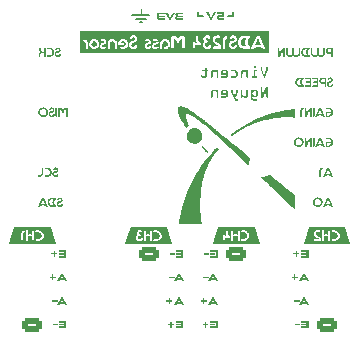
<source format=gbo>
G04 #@! TF.GenerationSoftware,KiCad,Pcbnew,7.0.1*
G04 #@! TF.CreationDate,2023-07-16T02:59:38+02:00*
G04 #@! TF.ProjectId,ADS1234_mass_sensor,41445331-3233-4345-9f6d-6173735f7365,1*
G04 #@! TF.SameCoordinates,Original*
G04 #@! TF.FileFunction,Legend,Bot*
G04 #@! TF.FilePolarity,Positive*
%FSLAX46Y46*%
G04 Gerber Fmt 4.6, Leading zero omitted, Abs format (unit mm)*
G04 Created by KiCad (PCBNEW 7.0.1) date 2023-07-16 02:59:38*
%MOMM*%
%LPD*%
G01*
G04 APERTURE LIST*
G04 Aperture macros list*
%AMRoundRect*
0 Rectangle with rounded corners*
0 $1 Rounding radius*
0 $2 $3 $4 $5 $6 $7 $8 $9 X,Y pos of 4 corners*
0 Add a 4 corners polygon primitive as box body*
4,1,4,$2,$3,$4,$5,$6,$7,$8,$9,$2,$3,0*
0 Add four circle primitives for the rounded corners*
1,1,$1+$1,$2,$3*
1,1,$1+$1,$4,$5*
1,1,$1+$1,$6,$7*
1,1,$1+$1,$8,$9*
0 Add four rect primitives between the rounded corners*
20,1,$1+$1,$2,$3,$4,$5,0*
20,1,$1+$1,$4,$5,$6,$7,0*
20,1,$1+$1,$6,$7,$8,$9,0*
20,1,$1+$1,$8,$9,$2,$3,0*%
G04 Aperture macros list end*
%ADD10C,0.150000*%
%ADD11C,0.120000*%
%ADD12C,0.100000*%
%ADD13C,0.160000*%
%ADD14RoundRect,0.250000X-0.625000X0.350000X-0.625000X-0.350000X0.625000X-0.350000X0.625000X0.350000X0*%
%ADD15O,1.750000X1.200000*%
%ADD16RoundRect,0.250000X0.625000X-0.350000X0.625000X0.350000X-0.625000X0.350000X-0.625000X-0.350000X0*%
%ADD17C,2.200000*%
%ADD18R,2.000000X2.000000*%
%ADD19O,2.000000X2.000000*%
%ADD20O,1.700000X1.700000*%
G04 APERTURE END LIST*
D10*
X103605000Y-51127500D02*
X104315000Y-51127500D01*
X111435000Y-50867500D02*
X111435000Y-51267500D01*
X102895000Y-51127500D02*
X103605000Y-51127500D01*
X104020000Y-51452500D02*
X103620000Y-51452500D01*
X108460002Y-51272500D02*
X108460001Y-50872500D01*
X103545000Y-51777500D02*
X103620000Y-51777500D01*
X103220000Y-51452500D02*
X103620000Y-51452500D01*
X103695000Y-51777500D02*
X103620000Y-51777500D01*
D11*
X103605000Y-51127500D02*
X103605000Y-50620000D01*
D10*
X108860000Y-51272500D02*
X108460002Y-51272500D01*
X111435000Y-51267500D02*
X111035000Y-51267500D01*
D12*
G36*
X117016517Y-75685500D02*
G01*
X117341873Y-75097705D01*
X117347033Y-75089359D01*
X117352608Y-75081827D01*
X117358598Y-75075109D01*
X117365002Y-75069208D01*
X117371821Y-75064125D01*
X117379055Y-75059862D01*
X117386704Y-75056421D01*
X117394767Y-75053803D01*
X117403245Y-75052010D01*
X117412138Y-75051043D01*
X117418297Y-75050859D01*
X117457449Y-75050859D01*
X117466618Y-75051273D01*
X117475373Y-75052516D01*
X117483713Y-75054584D01*
X117491638Y-75057477D01*
X117499148Y-75061192D01*
X117506243Y-75065729D01*
X117512924Y-75071084D01*
X117519190Y-75077258D01*
X117525042Y-75084247D01*
X117530478Y-75092051D01*
X117533872Y-75097705D01*
X117859228Y-75685500D01*
X117670136Y-75685500D01*
X117436933Y-75247474D01*
X117328025Y-75450929D01*
X117481898Y-75450929D01*
X117554560Y-75587021D01*
X117255533Y-75587021D01*
X117202704Y-75685500D01*
X117016517Y-75685500D01*
G37*
G36*
X116836315Y-75437080D02*
G01*
X116836315Y-75313469D01*
X117076357Y-75313469D01*
X117076357Y-75437080D01*
X116836315Y-75437080D01*
G37*
G36*
X116597641Y-75437080D02*
G01*
X116597641Y-75313469D01*
X116837683Y-75313469D01*
X116837683Y-75437080D01*
X116597641Y-75437080D01*
G37*
G36*
X106611423Y-71433832D02*
G01*
X106611423Y-71297740D01*
X106987899Y-71297740D01*
X106987899Y-71433832D01*
X106611423Y-71433832D01*
G37*
G36*
X106603558Y-71685500D02*
G01*
X106603558Y-71520855D01*
X107044661Y-71520855D01*
X107044661Y-71214648D01*
X106604584Y-71214648D01*
X106604584Y-71050859D01*
X107216144Y-71050859D01*
X107216144Y-71685500D01*
X106603558Y-71685500D01*
G37*
G36*
X106289658Y-71437080D02*
G01*
X106289658Y-71313469D01*
X106529699Y-71313469D01*
X106529699Y-71437080D01*
X106289658Y-71437080D01*
G37*
G36*
X106050983Y-71437080D02*
G01*
X106050983Y-71313469D01*
X106291025Y-71313469D01*
X106291025Y-71437080D01*
X106050983Y-71437080D01*
G37*
G36*
X117016517Y-73685500D02*
G01*
X117341873Y-73097705D01*
X117347033Y-73089359D01*
X117352608Y-73081827D01*
X117358598Y-73075109D01*
X117365002Y-73069208D01*
X117371821Y-73064125D01*
X117379055Y-73059862D01*
X117386704Y-73056421D01*
X117394767Y-73053803D01*
X117403245Y-73052010D01*
X117412138Y-73051043D01*
X117418297Y-73050859D01*
X117457449Y-73050859D01*
X117466618Y-73051273D01*
X117475373Y-73052516D01*
X117483713Y-73054584D01*
X117491638Y-73057477D01*
X117499148Y-73061192D01*
X117506243Y-73065729D01*
X117512924Y-73071084D01*
X117519190Y-73077258D01*
X117525042Y-73084247D01*
X117530478Y-73092051D01*
X117533872Y-73097705D01*
X117859228Y-73685500D01*
X117670136Y-73685500D01*
X117436933Y-73247474D01*
X117328025Y-73450929D01*
X117481898Y-73450929D01*
X117554560Y-73587021D01*
X117255533Y-73587021D01*
X117202704Y-73685500D01*
X117016517Y-73685500D01*
G37*
G36*
X116579689Y-73619847D02*
G01*
X116579689Y-73422890D01*
X116389570Y-73422890D01*
X116389570Y-73298423D01*
X116579689Y-73298423D01*
X116579689Y-73105569D01*
X116704155Y-73105569D01*
X116704155Y-73298423D01*
X116895300Y-73298423D01*
X116895300Y-73422890D01*
X116704155Y-73422890D01*
X116704155Y-73619847D01*
X116579689Y-73619847D01*
G37*
G36*
X106611423Y-77433832D02*
G01*
X106611423Y-77297740D01*
X106987899Y-77297740D01*
X106987899Y-77433832D01*
X106611423Y-77433832D01*
G37*
G36*
X106603558Y-77685500D02*
G01*
X106603558Y-77520855D01*
X107044661Y-77520855D01*
X107044661Y-77214648D01*
X106604584Y-77214648D01*
X106604584Y-77050859D01*
X107216144Y-77050859D01*
X107216144Y-77685500D01*
X106603558Y-77685500D01*
G37*
G36*
X106130826Y-77619847D02*
G01*
X106130826Y-77422890D01*
X105940708Y-77422890D01*
X105940708Y-77298423D01*
X106130826Y-77298423D01*
X106130826Y-77105569D01*
X106255293Y-77105569D01*
X106255293Y-77298423D01*
X106446437Y-77298423D01*
X106446437Y-77422890D01*
X106255293Y-77422890D01*
X106255293Y-77619847D01*
X106130826Y-77619847D01*
G37*
G36*
X109511423Y-71433832D02*
G01*
X109511423Y-71297740D01*
X109887899Y-71297740D01*
X109887899Y-71433832D01*
X109511423Y-71433832D01*
G37*
G36*
X109503558Y-71685500D02*
G01*
X109503558Y-71520855D01*
X109944661Y-71520855D01*
X109944661Y-71214648D01*
X109504584Y-71214648D01*
X109504584Y-71050859D01*
X110116144Y-71050859D01*
X110116144Y-71685500D01*
X109503558Y-71685500D01*
G37*
G36*
X109189658Y-71437080D02*
G01*
X109189658Y-71313469D01*
X109429699Y-71313469D01*
X109429699Y-71437080D01*
X109189658Y-71437080D01*
G37*
G36*
X108950983Y-71437080D02*
G01*
X108950983Y-71313469D01*
X109191025Y-71313469D01*
X109191025Y-71437080D01*
X108950983Y-71437080D01*
G37*
G36*
X96516517Y-73685500D02*
G01*
X96841873Y-73097705D01*
X96847033Y-73089359D01*
X96852608Y-73081827D01*
X96858598Y-73075109D01*
X96865002Y-73069208D01*
X96871821Y-73064125D01*
X96879055Y-73059862D01*
X96886704Y-73056421D01*
X96894767Y-73053803D01*
X96903245Y-73052010D01*
X96912138Y-73051043D01*
X96918297Y-73050859D01*
X96957449Y-73050859D01*
X96966618Y-73051273D01*
X96975373Y-73052516D01*
X96983713Y-73054584D01*
X96991638Y-73057477D01*
X96999148Y-73061192D01*
X97006243Y-73065729D01*
X97012924Y-73071084D01*
X97019190Y-73077258D01*
X97025042Y-73084247D01*
X97030478Y-73092051D01*
X97033872Y-73097705D01*
X97359228Y-73685500D01*
X97170136Y-73685500D01*
X96936933Y-73247474D01*
X96828025Y-73450929D01*
X96981898Y-73450929D01*
X97054560Y-73587021D01*
X96755533Y-73587021D01*
X96702704Y-73685500D01*
X96516517Y-73685500D01*
G37*
G36*
X96079689Y-73619847D02*
G01*
X96079689Y-73422890D01*
X95889570Y-73422890D01*
X95889570Y-73298423D01*
X96079689Y-73298423D01*
X96079689Y-73105569D01*
X96204155Y-73105569D01*
X96204155Y-73298423D01*
X96395300Y-73298423D01*
X96395300Y-73422890D01*
X96204155Y-73422890D01*
X96204155Y-73619847D01*
X96079689Y-73619847D01*
G37*
G36*
X106416517Y-75685500D02*
G01*
X106741873Y-75097705D01*
X106747033Y-75089359D01*
X106752608Y-75081827D01*
X106758598Y-75075109D01*
X106765002Y-75069208D01*
X106771821Y-75064125D01*
X106779055Y-75059862D01*
X106786704Y-75056421D01*
X106794767Y-75053803D01*
X106803245Y-75052010D01*
X106812138Y-75051043D01*
X106818297Y-75050859D01*
X106857449Y-75050859D01*
X106866618Y-75051273D01*
X106875373Y-75052516D01*
X106883713Y-75054584D01*
X106891638Y-75057477D01*
X106899148Y-75061192D01*
X106906243Y-75065729D01*
X106912924Y-75071084D01*
X106919190Y-75077258D01*
X106925042Y-75084247D01*
X106930478Y-75092051D01*
X106933872Y-75097705D01*
X107259228Y-75685500D01*
X107070136Y-75685500D01*
X106836933Y-75247474D01*
X106728025Y-75450929D01*
X106881898Y-75450929D01*
X106954560Y-75587021D01*
X106655533Y-75587021D01*
X106602704Y-75685500D01*
X106416517Y-75685500D01*
G37*
G36*
X105979689Y-75619847D02*
G01*
X105979689Y-75422890D01*
X105789570Y-75422890D01*
X105789570Y-75298423D01*
X105979689Y-75298423D01*
X105979689Y-75105569D01*
X106104155Y-75105569D01*
X106104155Y-75298423D01*
X106295300Y-75298423D01*
X106295300Y-75422890D01*
X106104155Y-75422890D01*
X106104155Y-75619847D01*
X105979689Y-75619847D01*
G37*
G36*
X96516517Y-75685500D02*
G01*
X96841873Y-75097705D01*
X96847033Y-75089359D01*
X96852608Y-75081827D01*
X96858598Y-75075109D01*
X96865002Y-75069208D01*
X96871821Y-75064125D01*
X96879055Y-75059862D01*
X96886704Y-75056421D01*
X96894767Y-75053803D01*
X96903245Y-75052010D01*
X96912138Y-75051043D01*
X96918297Y-75050859D01*
X96957449Y-75050859D01*
X96966618Y-75051273D01*
X96975373Y-75052516D01*
X96983713Y-75054584D01*
X96991638Y-75057477D01*
X96999148Y-75061192D01*
X97006243Y-75065729D01*
X97012924Y-75071084D01*
X97019190Y-75077258D01*
X97025042Y-75084247D01*
X97030478Y-75092051D01*
X97033872Y-75097705D01*
X97359228Y-75685500D01*
X97170136Y-75685500D01*
X96936933Y-75247474D01*
X96828025Y-75450929D01*
X96981898Y-75450929D01*
X97054560Y-75587021D01*
X96755533Y-75587021D01*
X96702704Y-75685500D01*
X96516517Y-75685500D01*
G37*
G36*
X96336315Y-75437080D02*
G01*
X96336315Y-75313469D01*
X96576357Y-75313469D01*
X96576357Y-75437080D01*
X96336315Y-75437080D01*
G37*
G36*
X96097641Y-75437080D02*
G01*
X96097641Y-75313469D01*
X96337683Y-75313469D01*
X96337683Y-75437080D01*
X96097641Y-75437080D01*
G37*
G36*
X109316517Y-75685500D02*
G01*
X109641873Y-75097705D01*
X109647033Y-75089359D01*
X109652608Y-75081827D01*
X109658598Y-75075109D01*
X109665002Y-75069208D01*
X109671821Y-75064125D01*
X109679055Y-75059862D01*
X109686704Y-75056421D01*
X109694767Y-75053803D01*
X109703245Y-75052010D01*
X109712138Y-75051043D01*
X109718297Y-75050859D01*
X109757449Y-75050859D01*
X109766618Y-75051273D01*
X109775373Y-75052516D01*
X109783713Y-75054584D01*
X109791638Y-75057477D01*
X109799148Y-75061192D01*
X109806243Y-75065729D01*
X109812924Y-75071084D01*
X109819190Y-75077258D01*
X109825042Y-75084247D01*
X109830478Y-75092051D01*
X109833872Y-75097705D01*
X110159228Y-75685500D01*
X109970136Y-75685500D01*
X109736933Y-75247474D01*
X109628025Y-75450929D01*
X109781898Y-75450929D01*
X109854560Y-75587021D01*
X109555533Y-75587021D01*
X109502704Y-75685500D01*
X109316517Y-75685500D01*
G37*
G36*
X108879689Y-75619847D02*
G01*
X108879689Y-75422890D01*
X108689570Y-75422890D01*
X108689570Y-75298423D01*
X108879689Y-75298423D01*
X108879689Y-75105569D01*
X109004155Y-75105569D01*
X109004155Y-75298423D01*
X109195300Y-75298423D01*
X109195300Y-75422890D01*
X109004155Y-75422890D01*
X109004155Y-75619847D01*
X108879689Y-75619847D01*
G37*
G36*
X109316517Y-73685500D02*
G01*
X109641873Y-73097705D01*
X109647033Y-73089359D01*
X109652608Y-73081827D01*
X109658598Y-73075109D01*
X109665002Y-73069208D01*
X109671821Y-73064125D01*
X109679055Y-73059862D01*
X109686704Y-73056421D01*
X109694767Y-73053803D01*
X109703245Y-73052010D01*
X109712138Y-73051043D01*
X109718297Y-73050859D01*
X109757449Y-73050859D01*
X109766618Y-73051273D01*
X109775373Y-73052516D01*
X109783713Y-73054584D01*
X109791638Y-73057477D01*
X109799148Y-73061192D01*
X109806243Y-73065729D01*
X109812924Y-73071084D01*
X109819190Y-73077258D01*
X109825042Y-73084247D01*
X109830478Y-73092051D01*
X109833872Y-73097705D01*
X110159228Y-73685500D01*
X109970136Y-73685500D01*
X109736933Y-73247474D01*
X109628025Y-73450929D01*
X109781898Y-73450929D01*
X109854560Y-73587021D01*
X109555533Y-73587021D01*
X109502704Y-73685500D01*
X109316517Y-73685500D01*
G37*
G36*
X109136315Y-73437080D02*
G01*
X109136315Y-73313469D01*
X109376357Y-73313469D01*
X109376357Y-73437080D01*
X109136315Y-73437080D01*
G37*
G36*
X108897641Y-73437080D02*
G01*
X108897641Y-73313469D01*
X109137683Y-73313469D01*
X109137683Y-73437080D01*
X108897641Y-73437080D01*
G37*
G36*
X106416517Y-73685500D02*
G01*
X106741873Y-73097705D01*
X106747033Y-73089359D01*
X106752608Y-73081827D01*
X106758598Y-73075109D01*
X106765002Y-73069208D01*
X106771821Y-73064125D01*
X106779055Y-73059862D01*
X106786704Y-73056421D01*
X106794767Y-73053803D01*
X106803245Y-73052010D01*
X106812138Y-73051043D01*
X106818297Y-73050859D01*
X106857449Y-73050859D01*
X106866618Y-73051273D01*
X106875373Y-73052516D01*
X106883713Y-73054584D01*
X106891638Y-73057477D01*
X106899148Y-73061192D01*
X106906243Y-73065729D01*
X106912924Y-73071084D01*
X106919190Y-73077258D01*
X106925042Y-73084247D01*
X106930478Y-73092051D01*
X106933872Y-73097705D01*
X107259228Y-73685500D01*
X107070136Y-73685500D01*
X106836933Y-73247474D01*
X106728025Y-73450929D01*
X106881898Y-73450929D01*
X106954560Y-73587021D01*
X106655533Y-73587021D01*
X106602704Y-73685500D01*
X106416517Y-73685500D01*
G37*
G36*
X106236315Y-73437080D02*
G01*
X106236315Y-73313469D01*
X106476357Y-73313469D01*
X106476357Y-73437080D01*
X106236315Y-73437080D01*
G37*
G36*
X105997641Y-73437080D02*
G01*
X105997641Y-73313469D01*
X106237683Y-73313469D01*
X106237683Y-73437080D01*
X105997641Y-73437080D01*
G37*
G36*
X117211423Y-71433832D02*
G01*
X117211423Y-71297740D01*
X117587899Y-71297740D01*
X117587899Y-71433832D01*
X117211423Y-71433832D01*
G37*
G36*
X117203558Y-71685500D02*
G01*
X117203558Y-71520855D01*
X117644661Y-71520855D01*
X117644661Y-71214648D01*
X117204584Y-71214648D01*
X117204584Y-71050859D01*
X117816144Y-71050859D01*
X117816144Y-71685500D01*
X117203558Y-71685500D01*
G37*
G36*
X116730826Y-71619847D02*
G01*
X116730826Y-71422890D01*
X116540708Y-71422890D01*
X116540708Y-71298423D01*
X116730826Y-71298423D01*
X116730826Y-71105569D01*
X116855293Y-71105569D01*
X116855293Y-71298423D01*
X117046437Y-71298423D01*
X117046437Y-71422890D01*
X116855293Y-71422890D01*
X116855293Y-71619847D01*
X116730826Y-71619847D01*
G37*
G36*
X109511423Y-77433832D02*
G01*
X109511423Y-77297740D01*
X109887899Y-77297740D01*
X109887899Y-77433832D01*
X109511423Y-77433832D01*
G37*
G36*
X109503558Y-77685500D02*
G01*
X109503558Y-77520855D01*
X109944661Y-77520855D01*
X109944661Y-77214648D01*
X109504584Y-77214648D01*
X109504584Y-77050859D01*
X110116144Y-77050859D01*
X110116144Y-77685500D01*
X109503558Y-77685500D01*
G37*
G36*
X109030826Y-77619847D02*
G01*
X109030826Y-77422890D01*
X108840708Y-77422890D01*
X108840708Y-77298423D01*
X109030826Y-77298423D01*
X109030826Y-77105569D01*
X109155293Y-77105569D01*
X109155293Y-77298423D01*
X109346437Y-77298423D01*
X109346437Y-77422890D01*
X109155293Y-77422890D01*
X109155293Y-77619847D01*
X109030826Y-77619847D01*
G37*
G36*
X96711423Y-77433832D02*
G01*
X96711423Y-77297740D01*
X97087899Y-77297740D01*
X97087899Y-77433832D01*
X96711423Y-77433832D01*
G37*
G36*
X96703558Y-77685500D02*
G01*
X96703558Y-77520855D01*
X97144661Y-77520855D01*
X97144661Y-77214648D01*
X96704584Y-77214648D01*
X96704584Y-77050859D01*
X97316144Y-77050859D01*
X97316144Y-77685500D01*
X96703558Y-77685500D01*
G37*
G36*
X96389658Y-77437080D02*
G01*
X96389658Y-77313469D01*
X96629699Y-77313469D01*
X96629699Y-77437080D01*
X96389658Y-77437080D01*
G37*
G36*
X96150983Y-77437080D02*
G01*
X96150983Y-77313469D01*
X96391025Y-77313469D01*
X96391025Y-77437080D01*
X96150983Y-77437080D01*
G37*
G36*
X110261807Y-51570500D02*
G01*
X110250522Y-51570274D01*
X110239437Y-51569603D01*
X110228561Y-51568492D01*
X110217904Y-51566949D01*
X110207478Y-51564980D01*
X110197292Y-51562592D01*
X110187357Y-51559792D01*
X110177684Y-51556587D01*
X110168283Y-51552983D01*
X110159164Y-51548986D01*
X110150338Y-51544605D01*
X110141816Y-51539845D01*
X110133607Y-51534714D01*
X110125723Y-51529217D01*
X110118173Y-51523363D01*
X110110968Y-51517157D01*
X110104119Y-51510606D01*
X110097637Y-51503718D01*
X110091530Y-51496499D01*
X110085811Y-51488955D01*
X110080489Y-51481094D01*
X110075575Y-51472921D01*
X110071080Y-51464445D01*
X110067013Y-51455672D01*
X110063386Y-51446608D01*
X110060208Y-51437260D01*
X110057490Y-51427635D01*
X110055243Y-51417740D01*
X110053478Y-51407582D01*
X110052203Y-51397167D01*
X110051431Y-51386502D01*
X110051172Y-51375594D01*
X110051431Y-51365052D01*
X110052203Y-51354720D01*
X110053474Y-51344604D01*
X110055236Y-51334713D01*
X110057475Y-51325056D01*
X110060182Y-51315640D01*
X110063344Y-51306475D01*
X110066952Y-51297567D01*
X110070992Y-51288926D01*
X110075455Y-51280560D01*
X110080329Y-51272477D01*
X110085604Y-51264685D01*
X110091267Y-51257193D01*
X110097307Y-51250008D01*
X110103714Y-51243139D01*
X110110477Y-51236595D01*
X110117583Y-51230383D01*
X110125023Y-51224513D01*
X110132784Y-51218991D01*
X110140856Y-51213827D01*
X110149227Y-51209028D01*
X110157886Y-51204603D01*
X110166823Y-51200561D01*
X110176025Y-51196909D01*
X110185482Y-51193655D01*
X110195183Y-51190809D01*
X110205116Y-51188378D01*
X110215270Y-51186370D01*
X110225634Y-51184794D01*
X110236197Y-51183658D01*
X110246947Y-51182971D01*
X110257874Y-51182740D01*
X110523562Y-51182740D01*
X110523562Y-51099648D01*
X110078527Y-51099648D01*
X110078527Y-50935859D01*
X110687180Y-50935859D01*
X110687180Y-51318832D01*
X110264884Y-51318832D01*
X110256634Y-51319605D01*
X110248925Y-51321877D01*
X110241929Y-51325576D01*
X110235819Y-51330629D01*
X110230767Y-51336964D01*
X110226945Y-51344509D01*
X110224525Y-51353193D01*
X110223734Y-51360409D01*
X110223680Y-51362942D01*
X110224164Y-51370321D01*
X110225580Y-51377060D01*
X110228837Y-51385017D01*
X110233551Y-51391757D01*
X110239605Y-51397237D01*
X110246883Y-51401412D01*
X110255269Y-51404239D01*
X110262216Y-51405448D01*
X110269671Y-51405855D01*
X110687180Y-51405855D01*
X110687180Y-51570500D01*
X110261807Y-51570500D01*
G37*
G36*
X109560317Y-51570500D02*
G01*
X109551148Y-51570089D01*
X109542399Y-51568857D01*
X109534072Y-51566804D01*
X109526173Y-51563927D01*
X109518706Y-51560226D01*
X109511674Y-51555701D01*
X109505083Y-51550350D01*
X109498936Y-51544173D01*
X109493237Y-51537168D01*
X109487992Y-51529336D01*
X109484748Y-51523654D01*
X109158537Y-50935859D01*
X109351562Y-50935859D01*
X109579978Y-51365506D01*
X109808223Y-50935859D01*
X110001248Y-50935859D01*
X109675892Y-51523654D01*
X109670969Y-51532039D01*
X109665538Y-51539595D01*
X109659615Y-51546324D01*
X109653214Y-51552225D01*
X109646351Y-51557301D01*
X109639042Y-51561551D01*
X109631301Y-51564977D01*
X109623143Y-51567580D01*
X109614584Y-51569359D01*
X109605639Y-51570317D01*
X109599469Y-51570500D01*
X109560317Y-51570500D01*
G37*
G36*
X96711423Y-71433832D02*
G01*
X96711423Y-71297740D01*
X97087899Y-71297740D01*
X97087899Y-71433832D01*
X96711423Y-71433832D01*
G37*
G36*
X96703558Y-71685500D02*
G01*
X96703558Y-71520855D01*
X97144661Y-71520855D01*
X97144661Y-71214648D01*
X96704584Y-71214648D01*
X96704584Y-71050859D01*
X97316144Y-71050859D01*
X97316144Y-71685500D01*
X96703558Y-71685500D01*
G37*
G36*
X96230826Y-71619847D02*
G01*
X96230826Y-71422890D01*
X96040708Y-71422890D01*
X96040708Y-71298423D01*
X96230826Y-71298423D01*
X96230826Y-71105569D01*
X96355293Y-71105569D01*
X96355293Y-71298423D01*
X96546437Y-71298423D01*
X96546437Y-71422890D01*
X96355293Y-71422890D01*
X96355293Y-71619847D01*
X96230826Y-71619847D01*
G37*
G36*
X106742633Y-51580500D02*
G01*
X106730034Y-51580288D01*
X106717789Y-51579658D01*
X106705901Y-51578614D01*
X106694372Y-51577163D01*
X106683206Y-51575310D01*
X106672406Y-51573061D01*
X106661975Y-51570422D01*
X106651915Y-51567399D01*
X106642230Y-51563997D01*
X106632924Y-51560222D01*
X106623998Y-51556080D01*
X106615457Y-51551576D01*
X106607302Y-51546717D01*
X106599538Y-51541508D01*
X106592166Y-51535955D01*
X106585191Y-51530063D01*
X106578615Y-51523839D01*
X106572442Y-51517288D01*
X106566673Y-51510416D01*
X106561313Y-51503229D01*
X106556365Y-51495732D01*
X106551830Y-51487932D01*
X106547713Y-51479833D01*
X106544017Y-51471442D01*
X106540744Y-51462765D01*
X106537898Y-51453806D01*
X106535481Y-51444573D01*
X106533497Y-51435071D01*
X106531948Y-51425305D01*
X106530838Y-51415281D01*
X106530170Y-51405006D01*
X106529947Y-51394484D01*
X106530055Y-51387311D01*
X106530378Y-51380282D01*
X106530910Y-51373400D01*
X106532586Y-51360088D01*
X106535050Y-51347391D01*
X106538266Y-51335331D01*
X106542201Y-51323925D01*
X106546818Y-51313193D01*
X106552085Y-51303153D01*
X106557966Y-51293825D01*
X106564427Y-51285228D01*
X106571433Y-51277381D01*
X106578950Y-51270303D01*
X106586942Y-51264013D01*
X106595377Y-51258529D01*
X106604218Y-51253872D01*
X106613431Y-51250059D01*
X106618167Y-51248476D01*
X106609936Y-51244795D01*
X106602174Y-51240373D01*
X106594890Y-51235232D01*
X106588092Y-51229397D01*
X106581790Y-51222890D01*
X106575990Y-51215736D01*
X106570703Y-51207957D01*
X106565936Y-51199578D01*
X106561698Y-51190622D01*
X106557997Y-51181113D01*
X106554842Y-51171074D01*
X106552242Y-51160528D01*
X106550205Y-51149499D01*
X106548739Y-51138011D01*
X106547854Y-51126087D01*
X106547557Y-51113751D01*
X106547716Y-51104891D01*
X106548197Y-51096172D01*
X106549004Y-51087604D01*
X106550144Y-51079196D01*
X106551621Y-51070956D01*
X106553439Y-51062895D01*
X106555606Y-51055021D01*
X106558125Y-51047343D01*
X106561001Y-51039871D01*
X106564240Y-51032614D01*
X106567847Y-51025580D01*
X106571828Y-51018780D01*
X106576186Y-51012222D01*
X106580928Y-51005916D01*
X106586058Y-50999870D01*
X106591581Y-50994094D01*
X106597504Y-50988597D01*
X106603830Y-50983388D01*
X106610565Y-50978477D01*
X106617714Y-50973872D01*
X106625283Y-50969582D01*
X106633276Y-50965618D01*
X106641698Y-50961988D01*
X106650555Y-50958700D01*
X106659852Y-50955766D01*
X106669594Y-50953192D01*
X106679786Y-50950990D01*
X106690433Y-50949167D01*
X106701540Y-50947734D01*
X106713113Y-50946698D01*
X106725156Y-50946070D01*
X106737675Y-50945859D01*
X107203226Y-50945859D01*
X107203226Y-51104690D01*
X106760243Y-51104690D01*
X106752314Y-51105112D01*
X106745079Y-51106370D01*
X106738558Y-51108454D01*
X106731005Y-51112498D01*
X106724797Y-51117964D01*
X106719978Y-51124826D01*
X106716594Y-51133057D01*
X106715022Y-51140115D01*
X106714301Y-51147917D01*
X106714252Y-51150681D01*
X106714686Y-51158750D01*
X106715977Y-51166114D01*
X106718104Y-51172755D01*
X106722211Y-51180449D01*
X106727730Y-51186774D01*
X106734616Y-51191686D01*
X106742825Y-51195138D01*
X106749824Y-51196741D01*
X106757524Y-51197477D01*
X106760243Y-51197527D01*
X107196388Y-51197527D01*
X107196388Y-51328832D01*
X106750498Y-51328832D01*
X106741997Y-51329300D01*
X106734209Y-51330686D01*
X106727160Y-51332959D01*
X106720877Y-51336090D01*
X106713739Y-51341548D01*
X106708076Y-51348408D01*
X106704835Y-51354432D01*
X106702486Y-51361175D01*
X106701057Y-51368609D01*
X106700575Y-51376703D01*
X106701057Y-51384310D01*
X106702486Y-51391249D01*
X106705817Y-51399434D01*
X106710719Y-51406360D01*
X106717128Y-51411984D01*
X106724979Y-51416265D01*
X106731776Y-51418569D01*
X106739321Y-51420075D01*
X106747587Y-51420767D01*
X106750498Y-51420814D01*
X107203226Y-51420814D01*
X107203226Y-51580500D01*
X106742633Y-51580500D01*
G37*
G36*
X106098760Y-51580500D02*
G01*
X106089592Y-51580089D01*
X106080842Y-51578857D01*
X106072516Y-51576804D01*
X106064617Y-51573927D01*
X106057149Y-51570226D01*
X106050118Y-51565701D01*
X106043527Y-51560350D01*
X106037379Y-51554173D01*
X106031681Y-51547168D01*
X106026435Y-51539336D01*
X106023192Y-51533654D01*
X105696981Y-50945859D01*
X105890006Y-50945859D01*
X106118422Y-51375506D01*
X106346667Y-50945859D01*
X106539692Y-50945859D01*
X106214336Y-51533654D01*
X106209413Y-51542039D01*
X106203982Y-51549595D01*
X106198059Y-51556324D01*
X106191658Y-51562225D01*
X106184795Y-51567301D01*
X106177485Y-51571551D01*
X106169744Y-51574977D01*
X106161586Y-51577580D01*
X106153028Y-51579359D01*
X106144083Y-51580317D01*
X106137912Y-51580500D01*
X106098760Y-51580500D01*
G37*
G36*
X105198432Y-51580500D02*
G01*
X105185833Y-51580288D01*
X105173588Y-51579658D01*
X105161700Y-51578614D01*
X105150171Y-51577163D01*
X105139005Y-51575310D01*
X105128205Y-51573061D01*
X105117774Y-51570422D01*
X105107714Y-51567399D01*
X105098030Y-51563997D01*
X105088723Y-51560222D01*
X105079797Y-51556080D01*
X105071256Y-51551576D01*
X105063101Y-51546717D01*
X105055337Y-51541508D01*
X105047965Y-51535955D01*
X105040990Y-51530063D01*
X105034414Y-51523839D01*
X105028241Y-51517288D01*
X105022472Y-51510416D01*
X105017112Y-51503229D01*
X105012164Y-51495732D01*
X105007629Y-51487932D01*
X105003512Y-51479833D01*
X104999816Y-51471442D01*
X104996543Y-51462765D01*
X104993697Y-51453806D01*
X104991280Y-51444573D01*
X104989296Y-51435071D01*
X104987747Y-51425305D01*
X104986637Y-51415281D01*
X104985969Y-51405006D01*
X104985746Y-51394484D01*
X104985854Y-51387311D01*
X104986177Y-51380282D01*
X104986709Y-51373400D01*
X104988386Y-51360088D01*
X104990849Y-51347391D01*
X104994065Y-51335331D01*
X104998000Y-51323925D01*
X105002618Y-51313193D01*
X105007884Y-51303153D01*
X105013765Y-51293825D01*
X105020226Y-51285228D01*
X105027232Y-51277381D01*
X105034749Y-51270303D01*
X105042741Y-51264013D01*
X105051176Y-51258529D01*
X105060017Y-51253872D01*
X105069231Y-51250059D01*
X105073966Y-51248476D01*
X105065735Y-51244795D01*
X105057973Y-51240373D01*
X105050689Y-51235232D01*
X105043891Y-51229397D01*
X105037589Y-51222890D01*
X105031789Y-51215736D01*
X105026502Y-51207957D01*
X105021735Y-51199578D01*
X105017497Y-51190622D01*
X105013796Y-51181113D01*
X105010641Y-51171074D01*
X105008041Y-51160528D01*
X105006004Y-51149499D01*
X105004538Y-51138011D01*
X105003653Y-51126087D01*
X105003356Y-51113751D01*
X105003515Y-51104891D01*
X105003996Y-51096172D01*
X105004803Y-51087604D01*
X105005943Y-51079196D01*
X105007420Y-51070956D01*
X105009239Y-51062895D01*
X105011405Y-51055021D01*
X105013924Y-51047343D01*
X105016800Y-51039871D01*
X105020039Y-51032614D01*
X105023646Y-51025580D01*
X105027627Y-51018780D01*
X105031985Y-51012222D01*
X105036727Y-51005916D01*
X105041857Y-50999870D01*
X105047380Y-50994094D01*
X105053303Y-50988597D01*
X105059629Y-50983388D01*
X105066364Y-50978477D01*
X105073513Y-50973872D01*
X105081082Y-50969582D01*
X105089075Y-50965618D01*
X105097497Y-50961988D01*
X105106354Y-50958700D01*
X105115651Y-50955766D01*
X105125393Y-50953192D01*
X105135585Y-50950990D01*
X105146232Y-50949167D01*
X105157339Y-50947734D01*
X105168912Y-50946698D01*
X105180955Y-50946070D01*
X105193474Y-50945859D01*
X105659026Y-50945859D01*
X105659026Y-51104690D01*
X105216042Y-51104690D01*
X105208113Y-51105112D01*
X105200878Y-51106370D01*
X105194357Y-51108454D01*
X105186804Y-51112498D01*
X105180596Y-51117964D01*
X105175777Y-51124826D01*
X105172393Y-51133057D01*
X105170821Y-51140115D01*
X105170100Y-51147917D01*
X105170051Y-51150681D01*
X105170486Y-51158750D01*
X105171776Y-51166114D01*
X105173903Y-51172755D01*
X105178010Y-51180449D01*
X105183529Y-51186774D01*
X105190415Y-51191686D01*
X105198624Y-51195138D01*
X105205623Y-51196741D01*
X105213323Y-51197477D01*
X105216042Y-51197527D01*
X105652187Y-51197527D01*
X105652187Y-51328832D01*
X105206297Y-51328832D01*
X105197796Y-51329300D01*
X105190008Y-51330686D01*
X105182959Y-51332959D01*
X105176676Y-51336090D01*
X105169538Y-51341548D01*
X105163875Y-51348408D01*
X105160634Y-51354432D01*
X105158285Y-51361175D01*
X105156856Y-51368609D01*
X105156374Y-51376703D01*
X105156856Y-51384310D01*
X105158285Y-51391249D01*
X105161616Y-51399434D01*
X105166518Y-51406360D01*
X105172927Y-51411984D01*
X105180778Y-51416265D01*
X105187575Y-51418569D01*
X105195120Y-51420075D01*
X105203386Y-51420767D01*
X105206297Y-51420814D01*
X105659026Y-51420814D01*
X105659026Y-51580500D01*
X105198432Y-51580500D01*
G37*
D13*
G36*
X113783234Y-55619173D02*
G01*
X113783234Y-55831420D01*
X114018684Y-56423709D01*
X114022606Y-56432875D01*
X114028496Y-56443694D01*
X114035143Y-56452910D01*
X114042544Y-56460524D01*
X114050702Y-56466534D01*
X114059615Y-56470942D01*
X114069283Y-56473747D01*
X114079707Y-56474949D01*
X114082431Y-56475000D01*
X114093491Y-56474187D01*
X114103711Y-56471748D01*
X114113092Y-56467684D01*
X114121632Y-56461994D01*
X114129334Y-56454678D01*
X114136195Y-56445736D01*
X114142218Y-56435169D01*
X114146183Y-56426176D01*
X114147400Y-56422976D01*
X114381385Y-55831420D01*
X114381385Y-55619173D01*
X114380715Y-55609115D01*
X114378241Y-55598119D01*
X114373943Y-55587917D01*
X114367822Y-55578510D01*
X114362334Y-55572278D01*
X114354823Y-55565638D01*
X114345367Y-55559627D01*
X114335162Y-55555486D01*
X114324209Y-55553216D01*
X114315928Y-55552739D01*
X114306044Y-55553425D01*
X114295230Y-55555963D01*
X114285187Y-55560371D01*
X114275916Y-55566649D01*
X114269766Y-55572278D01*
X114263208Y-55579806D01*
X114257273Y-55589326D01*
X114253184Y-55599641D01*
X114250942Y-55610750D01*
X114250471Y-55619173D01*
X114250471Y-55804553D01*
X114082431Y-56228070D01*
X113914392Y-55806018D01*
X113914392Y-55619173D01*
X113913723Y-55609115D01*
X113911248Y-55598119D01*
X113906951Y-55587917D01*
X113900830Y-55578510D01*
X113895341Y-55572278D01*
X113887831Y-55565638D01*
X113878374Y-55559627D01*
X113868169Y-55555486D01*
X113857217Y-55553216D01*
X113848935Y-55552739D01*
X113838969Y-55553425D01*
X113828080Y-55555963D01*
X113817985Y-55560371D01*
X113808685Y-55566649D01*
X113802529Y-55572278D01*
X113795972Y-55579806D01*
X113790036Y-55589326D01*
X113785947Y-55599641D01*
X113783705Y-55610750D01*
X113783234Y-55619173D01*
G37*
G36*
X113299145Y-55490212D02*
G01*
X113238572Y-55490212D01*
X113228606Y-55490908D01*
X113217717Y-55493477D01*
X113207622Y-55497940D01*
X113198322Y-55504297D01*
X113192166Y-55509996D01*
X113185692Y-55517698D01*
X113179832Y-55527400D01*
X113175794Y-55537874D01*
X113173785Y-55547465D01*
X113173115Y-55557623D01*
X113173115Y-55608914D01*
X113173785Y-55619181D01*
X113175794Y-55628916D01*
X113179143Y-55638118D01*
X113183831Y-55646787D01*
X113189859Y-55654925D01*
X113192166Y-55657519D01*
X113199602Y-55664408D01*
X113209016Y-55670644D01*
X113219224Y-55674940D01*
X113230227Y-55677296D01*
X113238572Y-55677791D01*
X113300610Y-55677791D01*
X113310825Y-55677061D01*
X113320405Y-55674871D01*
X113330779Y-55670472D01*
X113338982Y-55665120D01*
X113346549Y-55658307D01*
X113347749Y-55657030D01*
X113354123Y-55648982D01*
X113359141Y-55640590D01*
X113363280Y-55630365D01*
X113365572Y-55619672D01*
X113366067Y-55610136D01*
X113364602Y-55557623D01*
X113363932Y-55547465D01*
X113361923Y-55537874D01*
X113357886Y-55527400D01*
X113352025Y-55517698D01*
X113345551Y-55509996D01*
X113338115Y-55503273D01*
X113328701Y-55497187D01*
X113318493Y-55492994D01*
X113307490Y-55490695D01*
X113299145Y-55490212D01*
G37*
G36*
X113064183Y-56475000D02*
G01*
X113415893Y-56475000D01*
X113425785Y-56474364D01*
X113436630Y-56472017D01*
X113446728Y-56467939D01*
X113456078Y-56462132D01*
X113462299Y-56456926D01*
X113469722Y-56448537D01*
X113475322Y-56439401D01*
X113479099Y-56429517D01*
X113481052Y-56418885D01*
X113481350Y-56412473D01*
X113480438Y-56401604D01*
X113477703Y-56391436D01*
X113473145Y-56381969D01*
X113466764Y-56373204D01*
X113462299Y-56368510D01*
X113454788Y-56362201D01*
X113445332Y-56356491D01*
X113435127Y-56352558D01*
X113424174Y-56350400D01*
X113415893Y-56349947D01*
X113305495Y-56349947D01*
X113305495Y-55927896D01*
X113414672Y-55927896D01*
X113424563Y-55927252D01*
X113435409Y-55924872D01*
X113445507Y-55920740D01*
X113454857Y-55914855D01*
X113461078Y-55909577D01*
X113468501Y-55901236D01*
X113474101Y-55892240D01*
X113477877Y-55882589D01*
X113479831Y-55872284D01*
X113480129Y-55866102D01*
X113479217Y-55855031D01*
X113476482Y-55844684D01*
X113471924Y-55835062D01*
X113465543Y-55826165D01*
X113461078Y-55821406D01*
X113453567Y-55815097D01*
X113444110Y-55809387D01*
X113433906Y-55805454D01*
X113422953Y-55803296D01*
X113414672Y-55802843D01*
X113238572Y-55802843D01*
X113228606Y-55803539D01*
X113217717Y-55806108D01*
X113207622Y-55810571D01*
X113198322Y-55816927D01*
X113192166Y-55822627D01*
X113185692Y-55830312D01*
X113179832Y-55839951D01*
X113175794Y-55850314D01*
X113173580Y-55861402D01*
X113173115Y-55869766D01*
X113173115Y-56349947D01*
X113065648Y-56349947D01*
X113055739Y-56350591D01*
X113044830Y-56352970D01*
X113034622Y-56357103D01*
X113025115Y-56362988D01*
X113018754Y-56368265D01*
X113011948Y-56375326D01*
X113005787Y-56384281D01*
X113001542Y-56394006D01*
X112999215Y-56404503D01*
X112998726Y-56412473D01*
X112999661Y-56423533D01*
X113002466Y-56433845D01*
X113007141Y-56443408D01*
X113013686Y-56452224D01*
X113018265Y-56456926D01*
X113027141Y-56463968D01*
X113036671Y-56469281D01*
X113046856Y-56472864D01*
X113057695Y-56474717D01*
X113064183Y-56475000D01*
G37*
G36*
X112408635Y-55942550D02*
G01*
X112561531Y-56018754D01*
X112561531Y-56405879D01*
X112562218Y-56416146D01*
X112564279Y-56425880D01*
X112567714Y-56435082D01*
X112572522Y-56443752D01*
X112578705Y-56451889D01*
X112581071Y-56454483D01*
X112588573Y-56461455D01*
X112597998Y-56467767D01*
X112608147Y-56472114D01*
X112619022Y-56474499D01*
X112627233Y-56475000D01*
X112638446Y-56474076D01*
X112649005Y-56471306D01*
X112658909Y-56466690D01*
X112668159Y-56460227D01*
X112673150Y-56455704D01*
X112679791Y-56448228D01*
X112685801Y-56438898D01*
X112689942Y-56428914D01*
X112692213Y-56418275D01*
X112692690Y-56410275D01*
X112692690Y-55869033D01*
X112692020Y-55859216D01*
X112689546Y-55848413D01*
X112685248Y-55838312D01*
X112679127Y-55828912D01*
X112673639Y-55822627D01*
X112666203Y-55815903D01*
X112656789Y-55809818D01*
X112646581Y-55805625D01*
X112635578Y-55803326D01*
X112627233Y-55802843D01*
X112615924Y-55803766D01*
X112605294Y-55806536D01*
X112595341Y-55811153D01*
X112586066Y-55817616D01*
X112581071Y-55822138D01*
X112574430Y-55829540D01*
X112568420Y-55838827D01*
X112564279Y-55848814D01*
X112562008Y-55859503D01*
X112561531Y-55867568D01*
X112561531Y-55890771D01*
X112468230Y-55836549D01*
X112457850Y-55830525D01*
X112447225Y-55825094D01*
X112436355Y-55820256D01*
X112425240Y-55816009D01*
X112413880Y-55812356D01*
X112402276Y-55809295D01*
X112390427Y-55806826D01*
X112378334Y-55804950D01*
X112365996Y-55803666D01*
X112353412Y-55802975D01*
X112344888Y-55802843D01*
X112291154Y-55802843D01*
X112277862Y-55803288D01*
X112264914Y-55804621D01*
X112252308Y-55806842D01*
X112240047Y-55809953D01*
X112228128Y-55813952D01*
X112216553Y-55818840D01*
X112205322Y-55824617D01*
X112194434Y-55831282D01*
X112183890Y-55838836D01*
X112173689Y-55847279D01*
X112167079Y-55853401D01*
X112157669Y-55863041D01*
X112149130Y-55873094D01*
X112141463Y-55883558D01*
X112134667Y-55894434D01*
X112128743Y-55905723D01*
X112123691Y-55917424D01*
X112119510Y-55929537D01*
X112116200Y-55942062D01*
X112113762Y-55954999D01*
X112112196Y-55968348D01*
X112111636Y-55977477D01*
X112095760Y-56410031D01*
X112096505Y-56421232D01*
X112099166Y-56431756D01*
X112103744Y-56441602D01*
X112110239Y-56450770D01*
X112114811Y-56455704D01*
X112122330Y-56462262D01*
X112131819Y-56468197D01*
X112142079Y-56472286D01*
X112153110Y-56474528D01*
X112161461Y-56475000D01*
X112172306Y-56474170D01*
X112182612Y-56471680D01*
X112192381Y-56467531D01*
X112201613Y-56461723D01*
X112206646Y-56457658D01*
X112214295Y-56449369D01*
X112220144Y-56439887D01*
X112224193Y-56429213D01*
X112226230Y-56419115D01*
X112226919Y-56410031D01*
X112244016Y-55980652D01*
X112245256Y-55968287D01*
X112248122Y-55957571D01*
X112252614Y-55948504D01*
X112260515Y-55939488D01*
X112270956Y-55933048D01*
X112281138Y-55929750D01*
X112292945Y-55928102D01*
X112299459Y-55927896D01*
X112355635Y-55927896D01*
X112366435Y-55928597D01*
X112377680Y-55930700D01*
X112387672Y-55933620D01*
X112397991Y-55937570D01*
X112408635Y-55942550D01*
G37*
G36*
X111314916Y-56475000D02*
G01*
X111561601Y-56475000D01*
X111574202Y-56474641D01*
X111586451Y-56473566D01*
X111598348Y-56471773D01*
X111609892Y-56469264D01*
X111621085Y-56466037D01*
X111631926Y-56462094D01*
X111642414Y-56457433D01*
X111652551Y-56452056D01*
X111662335Y-56445962D01*
X111671768Y-56439150D01*
X111677861Y-56434211D01*
X111789968Y-56337735D01*
X111800007Y-56328744D01*
X111809059Y-56319174D01*
X111817123Y-56309023D01*
X111824200Y-56298294D01*
X111830290Y-56286984D01*
X111835392Y-56275095D01*
X111839506Y-56262627D01*
X111842633Y-56249579D01*
X111844772Y-56235951D01*
X111845925Y-56221744D01*
X111846144Y-56211950D01*
X111846144Y-56063206D01*
X111846086Y-56049050D01*
X111844813Y-56035251D01*
X111842325Y-56021808D01*
X111838622Y-56008721D01*
X111833704Y-55995990D01*
X111827571Y-55983616D01*
X111820223Y-55971599D01*
X111811660Y-55959937D01*
X111805276Y-55952361D01*
X111798352Y-55944943D01*
X111790889Y-55937683D01*
X111782885Y-55930582D01*
X111681769Y-55844120D01*
X111672135Y-55836744D01*
X111662377Y-55830092D01*
X111652494Y-55824167D01*
X111642487Y-55818967D01*
X111632356Y-55814493D01*
X111622100Y-55810744D01*
X111611719Y-55807721D01*
X111601214Y-55805423D01*
X111590585Y-55803851D01*
X111579831Y-55803004D01*
X111572592Y-55802843D01*
X111313450Y-55802843D01*
X111303567Y-55803487D01*
X111292753Y-55805866D01*
X111282710Y-55809999D01*
X111273439Y-55815884D01*
X111267288Y-55821161D01*
X111259770Y-55829454D01*
X111254098Y-55838519D01*
X111250273Y-55848355D01*
X111248295Y-55858962D01*
X111247993Y-55865369D01*
X111248672Y-55875127D01*
X111251178Y-55885707D01*
X111255530Y-55895423D01*
X111261730Y-55904273D01*
X111267288Y-55910066D01*
X111276009Y-55917013D01*
X111285501Y-55922254D01*
X111295764Y-55925789D01*
X111306799Y-55927617D01*
X111313450Y-55927896D01*
X111561601Y-55927896D01*
X111571661Y-55928949D01*
X111581568Y-55932109D01*
X111591322Y-55937375D01*
X111599732Y-55943711D01*
X111600924Y-55944748D01*
X111693736Y-56024860D01*
X111701540Y-56032913D01*
X111707427Y-56042111D01*
X111711398Y-56052454D01*
X111713275Y-56062231D01*
X111713764Y-56071022D01*
X111713764Y-56213660D01*
X111712566Y-56224187D01*
X111708973Y-56233787D01*
X111702984Y-56242459D01*
X111698621Y-56246877D01*
X111597016Y-56334560D01*
X111588987Y-56340556D01*
X111579859Y-56345079D01*
X111569633Y-56348129D01*
X111558308Y-56349707D01*
X111551343Y-56349947D01*
X111314916Y-56349947D01*
X111303703Y-56350824D01*
X111293144Y-56353453D01*
X111283240Y-56357836D01*
X111273990Y-56363972D01*
X111268998Y-56368265D01*
X111261385Y-56376558D01*
X111255641Y-56385623D01*
X111251768Y-56395459D01*
X111249764Y-56406066D01*
X111249459Y-56412473D01*
X111250382Y-56423533D01*
X111253152Y-56433845D01*
X111257768Y-56443408D01*
X111264232Y-56452224D01*
X111268754Y-56456926D01*
X111277474Y-56463968D01*
X111286966Y-56469281D01*
X111297229Y-56472864D01*
X111308264Y-56474717D01*
X111314916Y-56475000D01*
G37*
G36*
X110788500Y-55802999D02*
G01*
X110799591Y-55803815D01*
X110810493Y-55805331D01*
X110821207Y-55807547D01*
X110831731Y-55810463D01*
X110842066Y-55814079D01*
X110852213Y-55818395D01*
X110862171Y-55823410D01*
X110871939Y-55829125D01*
X110881519Y-55835540D01*
X110890910Y-55842655D01*
X110939026Y-55880024D01*
X110940787Y-55881445D01*
X110949299Y-55889060D01*
X110957321Y-55897521D01*
X110964855Y-55906830D01*
X110970530Y-55914886D01*
X110975891Y-55923484D01*
X110980940Y-55932624D01*
X110985676Y-55942306D01*
X110989912Y-55951953D01*
X110994413Y-55963326D01*
X110998032Y-55973935D01*
X111000767Y-55983781D01*
X111002886Y-55994589D01*
X111003750Y-56005809D01*
X111003750Y-56267882D01*
X111003734Y-56269780D01*
X111002944Y-56281389D01*
X111001380Y-56291352D01*
X110998994Y-56301577D01*
X110995785Y-56312065D01*
X110991753Y-56322815D01*
X110986898Y-56333827D01*
X110984757Y-56338195D01*
X110979104Y-56348597D01*
X110973022Y-56358259D01*
X110966510Y-56367182D01*
X110959569Y-56375366D01*
X110952199Y-56382810D01*
X110944399Y-56389515D01*
X110893108Y-56434211D01*
X110889835Y-56436946D01*
X110880963Y-56443227D01*
X110871981Y-56448499D01*
X110861729Y-56453668D01*
X110852214Y-56457897D01*
X110841817Y-56462055D01*
X110837494Y-56463622D01*
X110826784Y-56467099D01*
X110816218Y-56469943D01*
X110805794Y-56472155D01*
X110795514Y-56473735D01*
X110785377Y-56474683D01*
X110775383Y-56475000D01*
X110471057Y-56475000D01*
X110463115Y-56474552D01*
X110452498Y-56472424D01*
X110442465Y-56468542D01*
X110433017Y-56462907D01*
X110425383Y-56456681D01*
X110420747Y-56451930D01*
X110414120Y-56443083D01*
X110409386Y-56433557D01*
X110406546Y-56423354D01*
X110405600Y-56412473D01*
X110405905Y-56406066D01*
X110407908Y-56395459D01*
X110411782Y-56385623D01*
X110417526Y-56376558D01*
X110425139Y-56368265D01*
X110430131Y-56363972D01*
X110439381Y-56357836D01*
X110449285Y-56353453D01*
X110459843Y-56350824D01*
X110471057Y-56349947D01*
X110767812Y-56349947D01*
X110776241Y-56349226D01*
X110786314Y-56346561D01*
X110796644Y-56341933D01*
X110805703Y-56336403D01*
X110814951Y-56329431D01*
X110848656Y-56299633D01*
X110851407Y-56297159D01*
X110858594Y-56289360D01*
X110864184Y-56280993D01*
X110868177Y-56272060D01*
X110870572Y-56262561D01*
X110871371Y-56252494D01*
X110871371Y-56224895D01*
X110471057Y-56224895D01*
X110462980Y-56224430D01*
X110452235Y-56222216D01*
X110442144Y-56218179D01*
X110432707Y-56212318D01*
X110425139Y-56205844D01*
X110420560Y-56200913D01*
X110414015Y-56191770D01*
X110409340Y-56181973D01*
X110406535Y-56171521D01*
X110405600Y-56160415D01*
X110405600Y-56099842D01*
X110535293Y-56099842D01*
X110870150Y-56099842D01*
X110870150Y-56014846D01*
X110869976Y-56010344D01*
X110868218Y-56000439D01*
X110863890Y-55990151D01*
X110858075Y-55982050D01*
X110850366Y-55974790D01*
X110816416Y-55945237D01*
X110811409Y-55941172D01*
X110802353Y-55935364D01*
X110792923Y-55931215D01*
X110783119Y-55928725D01*
X110772941Y-55927896D01*
X110627861Y-55927896D01*
X110622140Y-55928390D01*
X110612366Y-55931241D01*
X110603188Y-55935814D01*
X110594856Y-55941278D01*
X110586095Y-55948168D01*
X110552634Y-55978698D01*
X110546741Y-55984983D01*
X110541406Y-55993619D01*
X110537731Y-56003657D01*
X110535902Y-56013377D01*
X110535293Y-56024127D01*
X110535293Y-56099842D01*
X110405600Y-56099842D01*
X110405600Y-56023639D01*
X110405648Y-56018367D01*
X110406031Y-56008067D01*
X110406798Y-55998091D01*
X110408668Y-55983736D01*
X110411401Y-55970110D01*
X110414996Y-55957214D01*
X110419455Y-55945048D01*
X110424777Y-55933612D01*
X110430961Y-55922906D01*
X110438009Y-55912930D01*
X110445919Y-55903684D01*
X110454692Y-55895167D01*
X110497923Y-55854867D01*
X110505065Y-55848567D01*
X110515880Y-55839880D01*
X110526820Y-55832107D01*
X110537885Y-55825248D01*
X110549074Y-55819304D01*
X110560388Y-55814274D01*
X110571826Y-55810159D01*
X110583389Y-55806958D01*
X110595076Y-55804672D01*
X110606887Y-55803300D01*
X110618824Y-55802843D01*
X110781001Y-55802843D01*
X110788500Y-55802999D01*
G37*
G36*
X109873394Y-55942550D02*
G01*
X110026290Y-56018754D01*
X110026290Y-56405879D01*
X110026977Y-56416146D01*
X110029038Y-56425880D01*
X110032473Y-56435082D01*
X110037281Y-56443752D01*
X110043464Y-56451889D01*
X110045830Y-56454483D01*
X110053332Y-56461455D01*
X110062757Y-56467767D01*
X110072907Y-56472114D01*
X110083781Y-56474499D01*
X110091992Y-56475000D01*
X110103205Y-56474076D01*
X110113764Y-56471306D01*
X110123668Y-56466690D01*
X110132918Y-56460227D01*
X110137909Y-56455704D01*
X110144550Y-56448228D01*
X110150560Y-56438898D01*
X110154701Y-56428914D01*
X110156972Y-56418275D01*
X110157449Y-56410275D01*
X110157449Y-55869033D01*
X110156779Y-55859216D01*
X110154305Y-55848413D01*
X110150007Y-55838312D01*
X110143886Y-55828912D01*
X110138398Y-55822627D01*
X110130962Y-55815903D01*
X110121549Y-55809818D01*
X110111340Y-55805625D01*
X110100338Y-55803326D01*
X110091992Y-55802843D01*
X110080683Y-55803766D01*
X110070053Y-55806536D01*
X110060100Y-55811153D01*
X110050825Y-55817616D01*
X110045830Y-55822138D01*
X110039190Y-55829540D01*
X110033179Y-55838827D01*
X110029038Y-55848814D01*
X110026768Y-55859503D01*
X110026290Y-55867568D01*
X110026290Y-55890771D01*
X109932990Y-55836549D01*
X109922609Y-55830525D01*
X109911984Y-55825094D01*
X109901114Y-55820256D01*
X109889999Y-55816009D01*
X109878640Y-55812356D01*
X109867036Y-55809295D01*
X109855187Y-55806826D01*
X109843093Y-55804950D01*
X109830755Y-55803666D01*
X109818172Y-55802975D01*
X109809647Y-55802843D01*
X109755914Y-55802843D01*
X109742622Y-55803288D01*
X109729673Y-55804621D01*
X109717068Y-55806842D01*
X109704806Y-55809953D01*
X109692888Y-55813952D01*
X109681313Y-55818840D01*
X109670081Y-55824617D01*
X109659193Y-55831282D01*
X109648649Y-55838836D01*
X109638448Y-55847279D01*
X109631838Y-55853401D01*
X109622428Y-55863041D01*
X109613889Y-55873094D01*
X109606222Y-55883558D01*
X109599427Y-55894434D01*
X109593502Y-55905723D01*
X109588450Y-55917424D01*
X109584269Y-55929537D01*
X109580959Y-55942062D01*
X109578522Y-55954999D01*
X109576955Y-55968348D01*
X109576395Y-55977477D01*
X109560519Y-56410031D01*
X109561264Y-56421232D01*
X109563925Y-56431756D01*
X109568504Y-56441602D01*
X109574998Y-56450770D01*
X109579570Y-56455704D01*
X109587089Y-56462262D01*
X109596578Y-56468197D01*
X109606838Y-56472286D01*
X109617869Y-56474528D01*
X109626221Y-56475000D01*
X109637065Y-56474170D01*
X109647372Y-56471680D01*
X109657141Y-56467531D01*
X109666372Y-56461723D01*
X109671406Y-56457658D01*
X109679054Y-56449369D01*
X109684903Y-56439887D01*
X109688952Y-56429213D01*
X109690990Y-56419115D01*
X109691678Y-56410031D01*
X109708775Y-55980652D01*
X109710015Y-55968287D01*
X109712881Y-55957571D01*
X109717373Y-55948504D01*
X109725274Y-55939488D01*
X109735715Y-55933048D01*
X109745897Y-55929750D01*
X109757704Y-55928102D01*
X109764218Y-55927896D01*
X109820394Y-55927896D01*
X109831195Y-55928597D01*
X109842440Y-55930700D01*
X109852432Y-55933620D01*
X109862750Y-55937570D01*
X109873394Y-55942550D01*
G37*
G36*
X108899110Y-56475000D02*
G01*
X109014637Y-56475000D01*
X109028424Y-56474534D01*
X109041851Y-56473136D01*
X109054917Y-56470807D01*
X109067622Y-56467546D01*
X109079967Y-56463354D01*
X109091951Y-56458230D01*
X109103574Y-56452174D01*
X109114837Y-56445187D01*
X109125739Y-56437268D01*
X109136281Y-56428417D01*
X109143108Y-56421999D01*
X109152711Y-56411829D01*
X109161369Y-56401285D01*
X109169083Y-56390368D01*
X109175852Y-56379077D01*
X109181677Y-56367413D01*
X109186557Y-56355375D01*
X109190492Y-56342964D01*
X109193483Y-56330179D01*
X109195530Y-56317020D01*
X109196632Y-56303489D01*
X109196842Y-56294260D01*
X109196842Y-55927896D01*
X109248133Y-55927896D01*
X109258025Y-55927269D01*
X109268871Y-55924953D01*
X109278968Y-55920931D01*
X109288318Y-55915202D01*
X109294539Y-55910066D01*
X109301962Y-55901833D01*
X109307562Y-55892735D01*
X109311339Y-55882772D01*
X109313292Y-55871945D01*
X109313590Y-55865369D01*
X109312678Y-55854321D01*
X109309943Y-55844045D01*
X109305385Y-55834540D01*
X109299004Y-55825806D01*
X109294539Y-55821161D01*
X109285723Y-55814024D01*
X109276160Y-55808639D01*
X109265848Y-55805008D01*
X109254788Y-55803129D01*
X109248133Y-55802843D01*
X109195621Y-55802843D01*
X109195621Y-55666311D01*
X109194951Y-55656245D01*
X109192476Y-55645217D01*
X109188179Y-55634961D01*
X109182058Y-55625475D01*
X109176570Y-55619173D01*
X109169059Y-55612532D01*
X109159602Y-55606522D01*
X109149398Y-55602381D01*
X109138445Y-55600110D01*
X109130163Y-55599633D01*
X109119129Y-55600580D01*
X109108679Y-55603420D01*
X109098813Y-55608153D01*
X109089531Y-55614780D01*
X109084490Y-55619417D01*
X109077684Y-55627093D01*
X109072286Y-55635285D01*
X109067768Y-55645493D01*
X109065166Y-55656402D01*
X109064462Y-55666311D01*
X109064462Y-55802843D01*
X108840003Y-55802843D01*
X108828790Y-55803731D01*
X108818231Y-55806396D01*
X108808327Y-55810837D01*
X108799077Y-55817055D01*
X108794085Y-55821406D01*
X108786472Y-55829770D01*
X108780728Y-55838837D01*
X108776855Y-55848604D01*
X108774851Y-55859072D01*
X108774546Y-55865369D01*
X108775481Y-55876429D01*
X108778286Y-55886741D01*
X108782961Y-55896304D01*
X108789506Y-55905120D01*
X108794085Y-55909822D01*
X108802961Y-55916864D01*
X108812491Y-55922177D01*
X108822676Y-55925760D01*
X108833515Y-55927613D01*
X108840003Y-55927896D01*
X109065928Y-55927896D01*
X109065928Y-56299389D01*
X109064981Y-56309311D01*
X109061654Y-56319671D01*
X109056685Y-56328166D01*
X109050785Y-56335048D01*
X109042755Y-56341567D01*
X109034054Y-56346222D01*
X109024681Y-56349016D01*
X109014637Y-56349947D01*
X108901796Y-56349947D01*
X108889817Y-56348802D01*
X108879066Y-56345368D01*
X108869543Y-56339643D01*
X108861248Y-56331629D01*
X108855497Y-56323569D01*
X108850532Y-56314043D01*
X108846353Y-56303053D01*
X108842041Y-56292062D01*
X108836675Y-56282536D01*
X108830256Y-56274476D01*
X108822784Y-56267882D01*
X108814258Y-56262752D01*
X108804679Y-56259089D01*
X108794047Y-56256891D01*
X108782362Y-56256158D01*
X108772006Y-56256802D01*
X108762372Y-56258734D01*
X108752044Y-56262616D01*
X108742697Y-56268251D01*
X108735467Y-56274476D01*
X108728234Y-56282828D01*
X108722778Y-56292067D01*
X108719098Y-56302195D01*
X108717195Y-56313212D01*
X108716905Y-56319905D01*
X108717358Y-56329741D01*
X108718716Y-56339554D01*
X108720981Y-56349347D01*
X108724152Y-56359118D01*
X108728228Y-56368867D01*
X108733211Y-56378595D01*
X108739099Y-56388302D01*
X108745893Y-56397987D01*
X108753593Y-56407650D01*
X108762199Y-56417292D01*
X108768440Y-56423709D01*
X108778304Y-56432875D01*
X108788661Y-56441139D01*
X108799513Y-56448502D01*
X108810858Y-56454964D01*
X108822697Y-56460524D01*
X108835029Y-56465182D01*
X108847856Y-56468939D01*
X108861176Y-56471794D01*
X108874990Y-56473747D01*
X108889297Y-56474799D01*
X108899110Y-56475000D01*
G37*
G36*
X113785921Y-57299173D02*
G01*
X113785921Y-58155000D01*
X113954204Y-58155000D01*
X114251692Y-57480889D01*
X114251692Y-58090031D01*
X114252370Y-58099831D01*
X114254876Y-58110570D01*
X114259229Y-58120561D01*
X114265428Y-58129804D01*
X114270987Y-58135949D01*
X114278423Y-58142423D01*
X114287836Y-58148283D01*
X114298044Y-58152320D01*
X114309047Y-58154534D01*
X114317393Y-58155000D01*
X114327285Y-58154330D01*
X114338131Y-58151855D01*
X114348229Y-58147558D01*
X114357579Y-58141437D01*
X114363799Y-58135949D01*
X114370274Y-58128521D01*
X114376134Y-58119139D01*
X114380171Y-58108986D01*
X114382385Y-58098062D01*
X114382850Y-58089787D01*
X114382850Y-57232739D01*
X114216765Y-57232739D01*
X113918545Y-57907093D01*
X113918545Y-57299173D01*
X113917849Y-57289347D01*
X113915279Y-57278512D01*
X113910817Y-57268356D01*
X113904460Y-57258878D01*
X113898761Y-57252522D01*
X113891001Y-57245799D01*
X113882744Y-57240467D01*
X113872481Y-57236004D01*
X113861540Y-57233434D01*
X113851622Y-57232739D01*
X113841656Y-57233425D01*
X113830766Y-57235963D01*
X113820672Y-57240371D01*
X113811372Y-57246649D01*
X113805216Y-57252278D01*
X113798658Y-57259806D01*
X113792723Y-57269326D01*
X113788634Y-57279641D01*
X113786392Y-57290750D01*
X113785921Y-57299173D01*
G37*
G36*
X113320962Y-57483022D02*
G01*
X113334000Y-57483958D01*
X113346711Y-57485698D01*
X113359096Y-57488240D01*
X113371154Y-57491585D01*
X113382887Y-57495733D01*
X113394293Y-57500684D01*
X113405372Y-57506438D01*
X113416126Y-57512995D01*
X113426553Y-57520354D01*
X113436653Y-57528517D01*
X113484036Y-57569061D01*
X113486821Y-57571457D01*
X113494890Y-57579548D01*
X113501286Y-57587327D01*
X113507384Y-57596049D01*
X113513183Y-57605712D01*
X113518685Y-57616318D01*
X113522871Y-57625481D01*
X113526649Y-57635014D01*
X113529924Y-57644685D01*
X113532694Y-57654492D01*
X113534961Y-57664438D01*
X113536724Y-57674520D01*
X113537984Y-57684740D01*
X113538739Y-57695098D01*
X113538991Y-57705593D01*
X113538991Y-57895614D01*
X113538928Y-57899954D01*
X113538220Y-57910846D01*
X113536724Y-57921797D01*
X113534442Y-57932808D01*
X113531372Y-57943879D01*
X113527515Y-57955010D01*
X113522871Y-57966200D01*
X113517608Y-57976932D01*
X113512047Y-57986841D01*
X113506188Y-57995928D01*
X113500031Y-58004191D01*
X113492248Y-58013021D01*
X113484036Y-58020666D01*
X113440806Y-58059012D01*
X113433605Y-58064957D01*
X113422593Y-58073155D01*
X113411328Y-58080490D01*
X113399810Y-58086962D01*
X113388039Y-58092572D01*
X113376014Y-58097318D01*
X113363735Y-58101201D01*
X113351204Y-58104222D01*
X113338419Y-58106379D01*
X113325381Y-58107673D01*
X113312090Y-58108105D01*
X113223674Y-58108105D01*
X113213699Y-58107841D01*
X113203802Y-58107048D01*
X113193984Y-58105726D01*
X113184244Y-58103876D01*
X113174582Y-58101498D01*
X113164998Y-58098591D01*
X113155493Y-58095155D01*
X113146065Y-58091191D01*
X113136716Y-58086698D01*
X113127446Y-58081677D01*
X113118253Y-58076127D01*
X113109139Y-58070049D01*
X113100103Y-58063442D01*
X113091145Y-58056306D01*
X113082266Y-58048642D01*
X113073464Y-58040450D01*
X113073464Y-58197498D01*
X113074065Y-58205000D01*
X113077221Y-58215190D01*
X113083081Y-58224105D01*
X113090561Y-58230959D01*
X113129884Y-58264909D01*
X113138814Y-58271534D01*
X113148019Y-58276266D01*
X113157499Y-58279105D01*
X113167254Y-58280052D01*
X113417358Y-58280052D01*
X113424014Y-58280330D01*
X113435073Y-58282159D01*
X113445385Y-58285693D01*
X113454949Y-58290934D01*
X113463764Y-58297882D01*
X113468229Y-58302530D01*
X113474611Y-58311289D01*
X113479169Y-58320842D01*
X113481904Y-58331191D01*
X113482815Y-58342334D01*
X113482518Y-58348909D01*
X113480564Y-58359737D01*
X113476787Y-58369699D01*
X113471187Y-58378797D01*
X113463764Y-58387030D01*
X113457544Y-58392237D01*
X113448194Y-58398044D01*
X113438096Y-58402121D01*
X113427250Y-58404469D01*
X113417358Y-58405104D01*
X113167254Y-58405104D01*
X113156016Y-58404675D01*
X113144470Y-58403387D01*
X113134612Y-58401658D01*
X113124540Y-58399332D01*
X113114252Y-58396410D01*
X113103750Y-58392892D01*
X113095442Y-58389824D01*
X113085733Y-58385774D01*
X113076776Y-58381485D01*
X113067019Y-58376024D01*
X113058343Y-58370219D01*
X113050750Y-58364071D01*
X113004099Y-58323771D01*
X113000298Y-58320345D01*
X112993056Y-58313364D01*
X112986297Y-58306208D01*
X112977065Y-58295149D01*
X112968918Y-58283699D01*
X112961858Y-58271859D01*
X112955884Y-58259628D01*
X112950996Y-58247007D01*
X112947194Y-58233994D01*
X112944478Y-58220591D01*
X112942849Y-58206797D01*
X112942306Y-58192613D01*
X112942306Y-57839926D01*
X113073464Y-57839926D01*
X113073538Y-57842715D01*
X113075301Y-57853469D01*
X113079415Y-57863582D01*
X113084943Y-57871906D01*
X113092271Y-57879738D01*
X113183374Y-57963025D01*
X113186164Y-57965450D01*
X113194319Y-57971787D01*
X113203420Y-57977400D01*
X113213277Y-57981468D01*
X113223674Y-57983053D01*
X113317707Y-57983053D01*
X113322950Y-57982725D01*
X113333292Y-57980101D01*
X113342437Y-57975496D01*
X113350436Y-57969619D01*
X113387805Y-57934937D01*
X113390260Y-57932609D01*
X113397604Y-57924341D01*
X113403009Y-57915886D01*
X113406810Y-57905994D01*
X113408077Y-57895858D01*
X113408077Y-57698754D01*
X113407798Y-57692274D01*
X113405970Y-57681779D01*
X113402436Y-57672358D01*
X113397195Y-57664014D01*
X113390247Y-57656744D01*
X113354344Y-57626458D01*
X113349069Y-57622107D01*
X113339730Y-57615890D01*
X113330249Y-57611448D01*
X113320629Y-57608784D01*
X113310868Y-57607896D01*
X113233199Y-57607896D01*
X113226742Y-57608166D01*
X113216103Y-57609945D01*
X113206306Y-57613382D01*
X113197350Y-57618480D01*
X113189235Y-57625237D01*
X113094713Y-57709989D01*
X113088592Y-57715999D01*
X113081765Y-57725113D01*
X113076971Y-57735046D01*
X113074211Y-57745796D01*
X113073464Y-57755662D01*
X113073464Y-57839926D01*
X112942306Y-57839926D01*
X112942306Y-57548056D01*
X112942789Y-57539716D01*
X112945088Y-57528742D01*
X112949280Y-57518585D01*
X112955366Y-57509247D01*
X112962090Y-57501894D01*
X112968457Y-57496406D01*
X112977992Y-57490285D01*
X112988252Y-57485987D01*
X112999236Y-57483513D01*
X113009228Y-57482843D01*
X113017305Y-57483308D01*
X113028050Y-57485522D01*
X113038142Y-57489559D01*
X113047578Y-57495420D01*
X113055146Y-57501894D01*
X113059726Y-57506714D01*
X113066271Y-57515718D01*
X113070946Y-57525447D01*
X113073750Y-57535901D01*
X113074685Y-57547079D01*
X113074441Y-57551475D01*
X113100331Y-57530471D01*
X113107617Y-57524703D01*
X113118736Y-57516750D01*
X113130083Y-57509634D01*
X113141657Y-57503355D01*
X113153459Y-57497913D01*
X113165488Y-57493308D01*
X113177745Y-57489541D01*
X113190229Y-57486611D01*
X113202941Y-57484518D01*
X113215880Y-57483262D01*
X113229047Y-57482843D01*
X113312090Y-57482843D01*
X113320962Y-57483022D01*
G37*
G36*
X112412787Y-58029947D02*
G01*
X112224232Y-57923702D01*
X112224232Y-57551720D01*
X112223562Y-57541461D01*
X112221553Y-57531753D01*
X112217516Y-57521121D01*
X112212604Y-57512603D01*
X112206353Y-57504634D01*
X112205181Y-57503360D01*
X112197745Y-57496387D01*
X112188332Y-57490076D01*
X112178123Y-57485728D01*
X112167121Y-57483344D01*
X112158775Y-57482843D01*
X112148726Y-57483539D01*
X112137761Y-57486108D01*
X112127615Y-57490571D01*
X112118287Y-57496927D01*
X112112124Y-57502627D01*
X112105650Y-57510212D01*
X112099790Y-57519712D01*
X112095753Y-57529913D01*
X112093539Y-57540816D01*
X112093073Y-57549033D01*
X112093073Y-58090275D01*
X112094008Y-58101382D01*
X112096813Y-58111833D01*
X112101488Y-58121631D01*
X112108033Y-58130774D01*
X112112613Y-58135704D01*
X112120189Y-58142262D01*
X112129658Y-58148197D01*
X112139804Y-58152286D01*
X112150628Y-58154528D01*
X112158775Y-58155000D01*
X112170083Y-58154018D01*
X112180714Y-58151073D01*
X112190666Y-58146164D01*
X112198658Y-58140394D01*
X112204937Y-58134483D01*
X112211494Y-58126523D01*
X112216695Y-58118031D01*
X112220539Y-58109006D01*
X112223026Y-58099450D01*
X112224157Y-58089360D01*
X112224232Y-58085879D01*
X112224232Y-58052662D01*
X112312404Y-58113478D01*
X112323826Y-58120899D01*
X112335287Y-58127589D01*
X112346787Y-58133550D01*
X112358325Y-58138780D01*
X112369902Y-58143281D01*
X112381518Y-58147052D01*
X112393172Y-58150093D01*
X112404865Y-58152404D01*
X112416596Y-58153986D01*
X112428366Y-58154837D01*
X112436235Y-58155000D01*
X112489724Y-58155000D01*
X112503415Y-58154551D01*
X112516737Y-58153205D01*
X112529690Y-58150962D01*
X112542274Y-58147821D01*
X112554489Y-58143783D01*
X112566334Y-58138848D01*
X112577810Y-58133015D01*
X112588917Y-58126286D01*
X112599655Y-58118659D01*
X112610023Y-58110134D01*
X112616730Y-58103953D01*
X112626234Y-58094136D01*
X112634871Y-58083920D01*
X112642640Y-58073305D01*
X112649543Y-58062290D01*
X112655578Y-58050876D01*
X112660745Y-58039063D01*
X112665046Y-58026851D01*
X112668479Y-58014239D01*
X112671045Y-58001228D01*
X112672744Y-57987818D01*
X112673394Y-57978656D01*
X112690003Y-57548056D01*
X112689627Y-57537033D01*
X112687218Y-57526618D01*
X112682775Y-57516811D01*
X112676299Y-57507611D01*
X112671685Y-57502627D01*
X112663925Y-57495903D01*
X112655668Y-57490571D01*
X112645405Y-57486108D01*
X112634464Y-57483539D01*
X112624546Y-57482843D01*
X112613261Y-57483778D01*
X112602700Y-57486583D01*
X112592865Y-57491258D01*
X112583754Y-57497803D01*
X112578872Y-57502383D01*
X112572289Y-57509950D01*
X112566259Y-57519387D01*
X112562004Y-57529478D01*
X112559527Y-57540224D01*
X112558845Y-57548300D01*
X112543702Y-57975481D01*
X112542857Y-57985215D01*
X112540102Y-57996704D01*
X112535484Y-58006491D01*
X112529004Y-58014575D01*
X112520662Y-58020958D01*
X112510457Y-58025639D01*
X112498390Y-58028617D01*
X112488117Y-58029734D01*
X112480687Y-58029947D01*
X112412787Y-58029947D01*
G37*
G36*
X111249459Y-57663094D02*
G01*
X111561357Y-58362362D01*
X111566226Y-58372379D01*
X111571920Y-58381062D01*
X111578439Y-58388408D01*
X111587746Y-58395713D01*
X111598341Y-58400930D01*
X111607744Y-58403602D01*
X111617972Y-58404937D01*
X111623394Y-58405104D01*
X111783374Y-58405104D01*
X111793265Y-58404469D01*
X111804111Y-58402121D01*
X111814209Y-58398044D01*
X111823559Y-58392237D01*
X111829780Y-58387030D01*
X111837203Y-58378797D01*
X111842803Y-58369699D01*
X111846579Y-58359737D01*
X111848533Y-58348909D01*
X111848831Y-58342334D01*
X111847919Y-58331191D01*
X111845184Y-58320842D01*
X111840626Y-58311289D01*
X111834245Y-58302530D01*
X111829780Y-58297882D01*
X111820964Y-58290934D01*
X111811400Y-58285693D01*
X111801089Y-58282159D01*
X111790029Y-58280330D01*
X111783374Y-58280052D01*
X111664916Y-58280052D01*
X111592376Y-58108105D01*
X111608984Y-58108105D01*
X111619643Y-58107399D01*
X111629516Y-58105281D01*
X111640751Y-58100648D01*
X111650758Y-58093808D01*
X111657879Y-58086748D01*
X111664215Y-58078276D01*
X111669763Y-58068392D01*
X111672243Y-58062920D01*
X111846144Y-57663094D01*
X111846144Y-57549033D01*
X111845491Y-57538975D01*
X111843080Y-57527979D01*
X111838893Y-57517778D01*
X111832929Y-57508371D01*
X111827581Y-57502138D01*
X111820254Y-57495581D01*
X111811011Y-57489645D01*
X111801020Y-57485557D01*
X111790281Y-57483314D01*
X111782152Y-57482843D01*
X111772160Y-57483530D01*
X111761176Y-57486068D01*
X111750916Y-57490476D01*
X111741381Y-57496754D01*
X111735013Y-57502383D01*
X111728290Y-57509910D01*
X111722204Y-57519430D01*
X111718012Y-57529745D01*
X111715713Y-57540855D01*
X111715230Y-57549277D01*
X111715230Y-57635006D01*
X111565997Y-57983053D01*
X111535711Y-57983053D01*
X111381838Y-57636960D01*
X111381838Y-57549033D01*
X111380892Y-57537892D01*
X111378052Y-57527334D01*
X111373318Y-57517362D01*
X111367754Y-57509279D01*
X111362055Y-57502871D01*
X111354370Y-57496065D01*
X111346152Y-57490667D01*
X111335892Y-57486149D01*
X111324908Y-57483547D01*
X111314916Y-57482843D01*
X111303703Y-57483778D01*
X111293144Y-57486583D01*
X111283240Y-57491258D01*
X111273990Y-57497803D01*
X111268998Y-57502383D01*
X111262358Y-57509959D01*
X111256347Y-57519427D01*
X111252206Y-57529574D01*
X111249936Y-57540398D01*
X111249459Y-57548545D01*
X111249459Y-57663094D01*
G37*
G36*
X110788500Y-57482999D02*
G01*
X110799591Y-57483815D01*
X110810493Y-57485331D01*
X110821207Y-57487547D01*
X110831731Y-57490463D01*
X110842066Y-57494079D01*
X110852213Y-57498395D01*
X110862171Y-57503410D01*
X110871939Y-57509125D01*
X110881519Y-57515540D01*
X110890910Y-57522655D01*
X110939026Y-57560024D01*
X110940787Y-57561445D01*
X110949299Y-57569060D01*
X110957321Y-57577521D01*
X110964855Y-57586830D01*
X110970530Y-57594886D01*
X110975891Y-57603484D01*
X110980940Y-57612624D01*
X110985676Y-57622306D01*
X110989912Y-57631953D01*
X110994413Y-57643326D01*
X110998032Y-57653935D01*
X111000767Y-57663781D01*
X111002886Y-57674589D01*
X111003750Y-57685809D01*
X111003750Y-57947882D01*
X111003734Y-57949780D01*
X111002944Y-57961389D01*
X111001380Y-57971352D01*
X110998994Y-57981577D01*
X110995785Y-57992065D01*
X110991753Y-58002815D01*
X110986898Y-58013827D01*
X110984757Y-58018195D01*
X110979104Y-58028597D01*
X110973022Y-58038259D01*
X110966510Y-58047182D01*
X110959569Y-58055366D01*
X110952199Y-58062810D01*
X110944399Y-58069515D01*
X110893108Y-58114211D01*
X110889835Y-58116946D01*
X110880963Y-58123227D01*
X110871981Y-58128499D01*
X110861729Y-58133668D01*
X110852214Y-58137897D01*
X110841817Y-58142055D01*
X110837494Y-58143622D01*
X110826784Y-58147099D01*
X110816218Y-58149943D01*
X110805794Y-58152155D01*
X110795514Y-58153735D01*
X110785377Y-58154683D01*
X110775383Y-58155000D01*
X110471057Y-58155000D01*
X110463115Y-58154552D01*
X110452498Y-58152424D01*
X110442465Y-58148542D01*
X110433017Y-58142907D01*
X110425383Y-58136681D01*
X110420747Y-58131930D01*
X110414120Y-58123083D01*
X110409386Y-58113557D01*
X110406546Y-58103354D01*
X110405600Y-58092473D01*
X110405905Y-58086066D01*
X110407908Y-58075459D01*
X110411782Y-58065623D01*
X110417526Y-58056558D01*
X110425139Y-58048265D01*
X110430131Y-58043972D01*
X110439381Y-58037836D01*
X110449285Y-58033453D01*
X110459843Y-58030824D01*
X110471057Y-58029947D01*
X110767812Y-58029947D01*
X110776241Y-58029226D01*
X110786314Y-58026561D01*
X110796644Y-58021933D01*
X110805703Y-58016403D01*
X110814951Y-58009431D01*
X110848656Y-57979633D01*
X110851407Y-57977159D01*
X110858594Y-57969360D01*
X110864184Y-57960993D01*
X110868177Y-57952060D01*
X110870572Y-57942561D01*
X110871371Y-57932494D01*
X110871371Y-57904895D01*
X110471057Y-57904895D01*
X110462980Y-57904430D01*
X110452235Y-57902216D01*
X110442144Y-57898179D01*
X110432707Y-57892318D01*
X110425139Y-57885844D01*
X110420560Y-57880913D01*
X110414015Y-57871770D01*
X110409340Y-57861973D01*
X110406535Y-57851521D01*
X110405600Y-57840415D01*
X110405600Y-57779842D01*
X110535293Y-57779842D01*
X110870150Y-57779842D01*
X110870150Y-57694846D01*
X110869976Y-57690344D01*
X110868218Y-57680439D01*
X110863890Y-57670151D01*
X110858075Y-57662050D01*
X110850366Y-57654790D01*
X110816416Y-57625237D01*
X110811409Y-57621172D01*
X110802353Y-57615364D01*
X110792923Y-57611215D01*
X110783119Y-57608725D01*
X110772941Y-57607896D01*
X110627861Y-57607896D01*
X110622140Y-57608390D01*
X110612366Y-57611241D01*
X110603188Y-57615814D01*
X110594856Y-57621278D01*
X110586095Y-57628168D01*
X110552634Y-57658698D01*
X110546741Y-57664983D01*
X110541406Y-57673619D01*
X110537731Y-57683657D01*
X110535902Y-57693377D01*
X110535293Y-57704127D01*
X110535293Y-57779842D01*
X110405600Y-57779842D01*
X110405600Y-57703639D01*
X110405648Y-57698367D01*
X110406031Y-57688067D01*
X110406798Y-57678091D01*
X110408668Y-57663736D01*
X110411401Y-57650110D01*
X110414996Y-57637214D01*
X110419455Y-57625048D01*
X110424777Y-57613612D01*
X110430961Y-57602906D01*
X110438009Y-57592930D01*
X110445919Y-57583684D01*
X110454692Y-57575167D01*
X110497923Y-57534867D01*
X110505065Y-57528567D01*
X110515880Y-57519880D01*
X110526820Y-57512107D01*
X110537885Y-57505248D01*
X110549074Y-57499304D01*
X110560388Y-57494274D01*
X110571826Y-57490159D01*
X110583389Y-57486958D01*
X110595076Y-57484672D01*
X110606887Y-57483300D01*
X110618824Y-57482843D01*
X110781001Y-57482843D01*
X110788500Y-57482999D01*
G37*
G36*
X109873394Y-57622550D02*
G01*
X110026290Y-57698754D01*
X110026290Y-58085879D01*
X110026977Y-58096146D01*
X110029038Y-58105880D01*
X110032473Y-58115082D01*
X110037281Y-58123752D01*
X110043464Y-58131889D01*
X110045830Y-58134483D01*
X110053332Y-58141455D01*
X110062757Y-58147767D01*
X110072907Y-58152114D01*
X110083781Y-58154499D01*
X110091992Y-58155000D01*
X110103205Y-58154076D01*
X110113764Y-58151306D01*
X110123668Y-58146690D01*
X110132918Y-58140227D01*
X110137909Y-58135704D01*
X110144550Y-58128228D01*
X110150560Y-58118898D01*
X110154701Y-58108914D01*
X110156972Y-58098275D01*
X110157449Y-58090275D01*
X110157449Y-57549033D01*
X110156779Y-57539216D01*
X110154305Y-57528413D01*
X110150007Y-57518312D01*
X110143886Y-57508912D01*
X110138398Y-57502627D01*
X110130962Y-57495903D01*
X110121549Y-57489818D01*
X110111340Y-57485625D01*
X110100338Y-57483326D01*
X110091992Y-57482843D01*
X110080683Y-57483766D01*
X110070053Y-57486536D01*
X110060100Y-57491153D01*
X110050825Y-57497616D01*
X110045830Y-57502138D01*
X110039190Y-57509540D01*
X110033179Y-57518827D01*
X110029038Y-57528814D01*
X110026768Y-57539503D01*
X110026290Y-57547568D01*
X110026290Y-57570771D01*
X109932990Y-57516549D01*
X109922609Y-57510525D01*
X109911984Y-57505094D01*
X109901114Y-57500256D01*
X109889999Y-57496009D01*
X109878640Y-57492356D01*
X109867036Y-57489295D01*
X109855187Y-57486826D01*
X109843093Y-57484950D01*
X109830755Y-57483666D01*
X109818172Y-57482975D01*
X109809647Y-57482843D01*
X109755914Y-57482843D01*
X109742622Y-57483288D01*
X109729673Y-57484621D01*
X109717068Y-57486842D01*
X109704806Y-57489953D01*
X109692888Y-57493952D01*
X109681313Y-57498840D01*
X109670081Y-57504617D01*
X109659193Y-57511282D01*
X109648649Y-57518836D01*
X109638448Y-57527279D01*
X109631838Y-57533401D01*
X109622428Y-57543041D01*
X109613889Y-57553094D01*
X109606222Y-57563558D01*
X109599427Y-57574434D01*
X109593502Y-57585723D01*
X109588450Y-57597424D01*
X109584269Y-57609537D01*
X109580959Y-57622062D01*
X109578522Y-57634999D01*
X109576955Y-57648348D01*
X109576395Y-57657477D01*
X109560519Y-58090031D01*
X109561264Y-58101232D01*
X109563925Y-58111756D01*
X109568504Y-58121602D01*
X109574998Y-58130770D01*
X109579570Y-58135704D01*
X109587089Y-58142262D01*
X109596578Y-58148197D01*
X109606838Y-58152286D01*
X109617869Y-58154528D01*
X109626221Y-58155000D01*
X109637065Y-58154170D01*
X109647372Y-58151680D01*
X109657141Y-58147531D01*
X109666372Y-58141723D01*
X109671406Y-58137658D01*
X109679054Y-58129369D01*
X109684903Y-58119887D01*
X109688952Y-58109213D01*
X109690990Y-58099115D01*
X109691678Y-58090031D01*
X109708775Y-57660652D01*
X109710015Y-57648287D01*
X109712881Y-57637571D01*
X109717373Y-57628504D01*
X109725274Y-57619488D01*
X109735715Y-57613048D01*
X109745897Y-57609750D01*
X109757704Y-57608102D01*
X109764218Y-57607896D01*
X109820394Y-57607896D01*
X109831195Y-57608597D01*
X109842440Y-57610700D01*
X109852432Y-57613620D01*
X109862750Y-57617570D01*
X109873394Y-57622550D01*
G37*
D12*
G36*
X117211423Y-77433832D02*
G01*
X117211423Y-77297740D01*
X117587899Y-77297740D01*
X117587899Y-77433832D01*
X117211423Y-77433832D01*
G37*
G36*
X117203558Y-77685500D02*
G01*
X117203558Y-77520855D01*
X117644661Y-77520855D01*
X117644661Y-77214648D01*
X117204584Y-77214648D01*
X117204584Y-77050859D01*
X117816144Y-77050859D01*
X117816144Y-77685500D01*
X117203558Y-77685500D01*
G37*
G36*
X116889658Y-77437080D02*
G01*
X116889658Y-77313469D01*
X117129699Y-77313469D01*
X117129699Y-77437080D01*
X116889658Y-77437080D01*
G37*
G36*
X116650983Y-77437080D02*
G01*
X116650983Y-77313469D01*
X116891025Y-77313469D01*
X116891025Y-77437080D01*
X116650983Y-77437080D01*
G37*
G36*
X119892725Y-59389257D02*
G01*
X119892197Y-59409878D01*
X119890629Y-59430182D01*
X119888045Y-59450147D01*
X119884468Y-59469750D01*
X119879921Y-59488968D01*
X119874430Y-59507781D01*
X119868016Y-59526166D01*
X119860704Y-59544101D01*
X119852518Y-59561563D01*
X119843480Y-59578531D01*
X119833615Y-59594983D01*
X119822946Y-59610896D01*
X119811497Y-59626248D01*
X119799291Y-59641018D01*
X119786352Y-59655182D01*
X119772704Y-59668720D01*
X119758370Y-59681608D01*
X119743373Y-59693825D01*
X119727738Y-59705349D01*
X119711489Y-59716157D01*
X119694648Y-59726228D01*
X119677239Y-59735538D01*
X119659286Y-59744068D01*
X119640812Y-59751793D01*
X119621842Y-59758692D01*
X119602399Y-59764743D01*
X119582505Y-59769924D01*
X119562186Y-59774212D01*
X119541464Y-59777586D01*
X119520364Y-59780023D01*
X119498908Y-59781502D01*
X119477121Y-59782000D01*
X119341517Y-59782000D01*
X119331354Y-59781226D01*
X119321709Y-59778986D01*
X119312687Y-59775398D01*
X119304392Y-59770583D01*
X119296931Y-59764660D01*
X119290408Y-59757749D01*
X119284930Y-59749970D01*
X119280600Y-59741443D01*
X119277525Y-59732287D01*
X119275810Y-59722623D01*
X119275474Y-59715956D01*
X119275474Y-59399222D01*
X119276387Y-59388016D01*
X119278984Y-59377727D01*
X119283054Y-59368395D01*
X119288385Y-59360060D01*
X119294766Y-59352763D01*
X119301985Y-59346546D01*
X119309831Y-59341447D01*
X119318091Y-59337508D01*
X119326556Y-59334770D01*
X119335012Y-59333272D01*
X119340540Y-59332983D01*
X119348755Y-59333800D01*
X119356172Y-59335328D01*
X119364060Y-59336859D01*
X119371998Y-59338262D01*
X119379978Y-59339531D01*
X119387987Y-59340662D01*
X119396016Y-59341650D01*
X119404053Y-59342491D01*
X119412089Y-59343178D01*
X119420112Y-59343709D01*
X119428111Y-59344077D01*
X119436077Y-59344278D01*
X119441364Y-59344316D01*
X119450455Y-59344228D01*
X119459479Y-59343957D01*
X119468431Y-59343498D01*
X119477308Y-59342843D01*
X119486103Y-59341986D01*
X119494812Y-59340920D01*
X119503430Y-59339638D01*
X119511953Y-59338134D01*
X119520375Y-59336400D01*
X119528692Y-59334431D01*
X119534176Y-59332983D01*
X119542124Y-59331456D01*
X119549952Y-59330652D01*
X119550980Y-59330639D01*
X119559004Y-59331308D01*
X119566722Y-59333299D01*
X119574219Y-59336587D01*
X119581581Y-59341148D01*
X119585760Y-59344316D01*
X119592790Y-59351233D01*
X119598073Y-59358360D01*
X119601858Y-59365488D01*
X119604864Y-59374076D01*
X119606408Y-59381923D01*
X119607017Y-59389784D01*
X119607058Y-59393751D01*
X119606644Y-59401711D01*
X119605208Y-59410241D01*
X119602463Y-59418958D01*
X119598119Y-59427481D01*
X119591888Y-59435427D01*
X119585804Y-59440778D01*
X119578374Y-59445427D01*
X119569477Y-59449215D01*
X119558991Y-59451979D01*
X119547945Y-59453788D01*
X119536901Y-59455473D01*
X119525858Y-59457022D01*
X119514818Y-59458422D01*
X119503782Y-59459663D01*
X119492751Y-59460732D01*
X119481725Y-59461618D01*
X119470706Y-59462310D01*
X119459696Y-59462796D01*
X119448693Y-59463064D01*
X119441364Y-59463116D01*
X119433532Y-59462890D01*
X119425327Y-59462421D01*
X119416930Y-59462021D01*
X119412250Y-59461944D01*
X119412250Y-59669062D01*
X119465983Y-59669062D01*
X119476793Y-59668889D01*
X119487386Y-59668375D01*
X119497763Y-59667527D01*
X119507923Y-59666352D01*
X119517867Y-59664857D01*
X119527594Y-59663049D01*
X119537106Y-59660935D01*
X119546400Y-59658523D01*
X119555479Y-59655818D01*
X119564341Y-59652828D01*
X119572986Y-59649560D01*
X119581416Y-59646022D01*
X119589629Y-59642219D01*
X119597625Y-59638160D01*
X119605405Y-59633851D01*
X119612969Y-59629299D01*
X119620316Y-59624511D01*
X119627447Y-59619494D01*
X119634362Y-59614256D01*
X119641060Y-59608802D01*
X119647542Y-59603141D01*
X119653807Y-59597279D01*
X119659856Y-59591223D01*
X119665689Y-59584981D01*
X119671305Y-59578559D01*
X119676705Y-59571964D01*
X119681888Y-59565203D01*
X119686855Y-59558284D01*
X119691606Y-59551213D01*
X119696140Y-59543997D01*
X119700458Y-59536643D01*
X119704560Y-59529159D01*
X119708434Y-59521908D01*
X119712071Y-59514808D01*
X119717080Y-59504446D01*
X119721556Y-59494430D01*
X119725499Y-59484764D01*
X119728911Y-59475450D01*
X119731792Y-59466492D01*
X119734143Y-59457893D01*
X119735966Y-59449654D01*
X119737261Y-59441780D01*
X119738168Y-59431853D01*
X119738597Y-59423088D01*
X119738998Y-59415260D01*
X119739447Y-59406795D01*
X119739886Y-59398579D01*
X119740273Y-59390246D01*
X119740317Y-59388085D01*
X119740090Y-59376662D01*
X119739405Y-59365163D01*
X119738255Y-59353618D01*
X119736635Y-59342055D01*
X119734539Y-59330503D01*
X119731960Y-59318990D01*
X119728894Y-59307545D01*
X119725333Y-59296197D01*
X119721271Y-59284975D01*
X119716704Y-59273908D01*
X119711624Y-59263023D01*
X119706025Y-59252350D01*
X119699903Y-59241918D01*
X119693250Y-59231755D01*
X119686060Y-59221890D01*
X119678328Y-59212352D01*
X119670048Y-59203169D01*
X119661213Y-59194371D01*
X119651818Y-59185985D01*
X119641857Y-59178042D01*
X119631323Y-59170568D01*
X119620210Y-59163594D01*
X119608513Y-59157147D01*
X119596226Y-59151258D01*
X119583342Y-59145953D01*
X119569856Y-59141263D01*
X119555761Y-59137215D01*
X119541051Y-59133839D01*
X119525722Y-59131163D01*
X119509765Y-59129216D01*
X119493176Y-59128027D01*
X119475949Y-59127624D01*
X119341517Y-59127624D01*
X119333396Y-59127241D01*
X119318759Y-59124325D01*
X119306256Y-59118868D01*
X119295877Y-59111260D01*
X119287613Y-59101893D01*
X119281454Y-59091157D01*
X119277391Y-59079444D01*
X119275414Y-59067144D01*
X119275515Y-59054649D01*
X119277682Y-59042350D01*
X119281908Y-59030637D01*
X119288183Y-59019901D01*
X119296497Y-59010534D01*
X119306840Y-59002926D01*
X119319204Y-58997469D01*
X119333579Y-58994553D01*
X119341517Y-58994170D01*
X119488258Y-58994170D01*
X119509240Y-58995166D01*
X119529927Y-58997078D01*
X119550296Y-58999890D01*
X119570321Y-59003581D01*
X119589978Y-59008133D01*
X119609243Y-59013529D01*
X119628092Y-59019750D01*
X119646500Y-59026776D01*
X119664443Y-59034590D01*
X119681897Y-59043174D01*
X119698837Y-59052508D01*
X119715238Y-59062575D01*
X119731077Y-59073355D01*
X119746329Y-59084831D01*
X119760970Y-59096983D01*
X119774975Y-59109794D01*
X119788320Y-59123245D01*
X119800981Y-59137318D01*
X119812933Y-59151994D01*
X119824151Y-59167254D01*
X119834613Y-59183080D01*
X119844292Y-59199455D01*
X119853165Y-59216358D01*
X119861208Y-59233772D01*
X119868396Y-59251678D01*
X119874704Y-59270059D01*
X119880109Y-59288894D01*
X119884586Y-59308167D01*
X119888110Y-59327858D01*
X119890657Y-59347949D01*
X119892204Y-59368421D01*
X119892725Y-59389257D01*
G37*
G36*
X118805749Y-58994236D02*
G01*
X118813831Y-58994798D01*
X118823400Y-58996301D01*
X118831984Y-58998485D01*
X118841272Y-59001791D01*
X118848635Y-59005147D01*
X118856287Y-59009361D01*
X118858893Y-59010974D01*
X118866210Y-59015800D01*
X118872604Y-59020516D01*
X118878700Y-59026300D01*
X118885122Y-59034332D01*
X118892496Y-59045794D01*
X118896734Y-59053180D01*
X118901445Y-59061865D01*
X118906707Y-59071998D01*
X118912596Y-59083725D01*
X118919192Y-59097195D01*
X118926573Y-59112554D01*
X118934816Y-59129951D01*
X118944001Y-59149533D01*
X118954204Y-59171447D01*
X118965504Y-59195841D01*
X118977979Y-59222862D01*
X118991707Y-59252658D01*
X119006766Y-59285377D01*
X119023235Y-59321165D01*
X119041192Y-59360171D01*
X119060714Y-59402542D01*
X119081879Y-59448425D01*
X119104767Y-59497968D01*
X119129454Y-59551319D01*
X119156020Y-59608625D01*
X119184541Y-59670033D01*
X119215097Y-59735691D01*
X119216234Y-59743506D01*
X119216270Y-59747024D01*
X119215624Y-59754922D01*
X119213424Y-59762525D01*
X119211775Y-59766173D01*
X119206903Y-59773014D01*
X119200785Y-59777969D01*
X119193421Y-59780983D01*
X119184811Y-59782000D01*
X119126584Y-59782000D01*
X119115296Y-59781879D01*
X119105814Y-59781510D01*
X119097945Y-59780881D01*
X119089627Y-59779617D01*
X119082081Y-59777316D01*
X119075234Y-59772653D01*
X119070505Y-59766173D01*
X119064145Y-59759487D01*
X119057595Y-59752986D01*
X119050857Y-59746671D01*
X119043935Y-59740545D01*
X119036831Y-59734609D01*
X119029547Y-59728865D01*
X119022087Y-59723315D01*
X119014452Y-59717959D01*
X119006645Y-59712800D01*
X118998669Y-59707841D01*
X118990527Y-59703081D01*
X118982221Y-59698523D01*
X118973753Y-59694170D01*
X118965126Y-59690021D01*
X118956344Y-59686080D01*
X118947407Y-59682348D01*
X118938490Y-59678863D01*
X118929838Y-59675589D01*
X118921447Y-59672525D01*
X118913317Y-59669672D01*
X118905445Y-59667030D01*
X118897831Y-59664598D01*
X118886888Y-59661345D01*
X118876513Y-59658567D01*
X118866701Y-59656262D01*
X118857446Y-59654431D01*
X118848743Y-59653075D01*
X118840585Y-59652192D01*
X118835446Y-59651867D01*
X118825918Y-59651817D01*
X118817543Y-59651684D01*
X118808670Y-59651444D01*
X118800314Y-59651118D01*
X118792340Y-59650745D01*
X118790505Y-59650695D01*
X118781572Y-59650795D01*
X118772620Y-59651096D01*
X118763654Y-59651602D01*
X118754683Y-59652315D01*
X118745712Y-59653236D01*
X118736749Y-59654369D01*
X118727800Y-59655716D01*
X118718872Y-59657280D01*
X118709972Y-59659063D01*
X118701106Y-59661067D01*
X118692282Y-59663294D01*
X118683505Y-59665749D01*
X118674784Y-59668432D01*
X118666124Y-59671346D01*
X118657532Y-59674494D01*
X118649016Y-59677879D01*
X118640581Y-59681502D01*
X118632235Y-59685366D01*
X118623984Y-59689474D01*
X118615836Y-59693828D01*
X118607796Y-59698431D01*
X118599872Y-59703285D01*
X118592070Y-59708392D01*
X118584398Y-59713755D01*
X118576862Y-59719377D01*
X118569468Y-59725259D01*
X118562224Y-59731405D01*
X118555136Y-59737817D01*
X118548211Y-59744497D01*
X118541456Y-59751448D01*
X118534877Y-59758673D01*
X118528482Y-59766173D01*
X118522615Y-59771841D01*
X118515119Y-59776756D01*
X118506058Y-59779617D01*
X118497713Y-59780881D01*
X118489862Y-59781510D01*
X118480394Y-59781879D01*
X118469082Y-59782000D01*
X118408705Y-59782000D01*
X118399752Y-59780627D01*
X118392742Y-59776976D01*
X118386650Y-59770569D01*
X118382804Y-59763090D01*
X118380755Y-59754618D01*
X118380568Y-59751518D01*
X118381707Y-59743539D01*
X118384757Y-59736222D01*
X118385062Y-59735691D01*
X118388472Y-59726519D01*
X118392568Y-59716840D01*
X118398109Y-59704083D01*
X118404985Y-59688484D01*
X118413084Y-59670283D01*
X118422295Y-59649717D01*
X118432506Y-59627024D01*
X118443608Y-59602442D01*
X118455487Y-59576208D01*
X118463360Y-59558859D01*
X118611329Y-59558859D01*
X118622125Y-59555583D01*
X118633037Y-59552497D01*
X118644050Y-59549605D01*
X118655152Y-59546910D01*
X118666330Y-59544413D01*
X118677570Y-59542119D01*
X118688859Y-59540029D01*
X118700184Y-59538147D01*
X118711533Y-59536476D01*
X118722891Y-59535019D01*
X118734245Y-59533778D01*
X118745583Y-59532756D01*
X118756891Y-59531956D01*
X118768156Y-59531381D01*
X118779366Y-59531034D01*
X118790505Y-59530918D01*
X118798866Y-59531361D01*
X118807516Y-59531706D01*
X118815947Y-59531871D01*
X118820792Y-59531895D01*
X118829237Y-59532070D01*
X118838805Y-59532612D01*
X118847253Y-59533323D01*
X118856393Y-59534294D01*
X118866215Y-59535537D01*
X118874021Y-59536654D01*
X118882199Y-59537935D01*
X118890744Y-59539384D01*
X118893674Y-59539906D01*
X118902739Y-59541536D01*
X118911691Y-59543339D01*
X118920527Y-59545305D01*
X118929246Y-59547421D01*
X118937849Y-59549677D01*
X118946333Y-59552060D01*
X118954699Y-59554558D01*
X118962944Y-59557162D01*
X118971068Y-59559858D01*
X118979070Y-59562635D01*
X118984337Y-59564526D01*
X118980295Y-59555186D01*
X118976856Y-59547162D01*
X118972934Y-59537914D01*
X118969423Y-59529577D01*
X118965945Y-59521336D01*
X118962123Y-59512377D01*
X118958802Y-59504695D01*
X118954916Y-59495806D01*
X118950305Y-59485367D01*
X118948579Y-59481483D01*
X118944771Y-59473014D01*
X118940488Y-59463437D01*
X118935674Y-59452648D01*
X118930270Y-59440542D01*
X118924220Y-59427014D01*
X118920934Y-59419683D01*
X118917465Y-59411959D01*
X118913805Y-59403826D01*
X118909948Y-59395272D01*
X118905886Y-59386284D01*
X118901612Y-59376849D01*
X118897118Y-59366954D01*
X118892398Y-59356586D01*
X118887445Y-59345731D01*
X118882250Y-59334376D01*
X118876808Y-59322509D01*
X118871110Y-59310116D01*
X118865150Y-59297185D01*
X118858921Y-59283701D01*
X118852415Y-59269653D01*
X118845624Y-59255026D01*
X118838543Y-59239808D01*
X118831163Y-59223986D01*
X118823478Y-59207547D01*
X118815480Y-59190477D01*
X118807162Y-59172763D01*
X118798517Y-59154393D01*
X118784255Y-59185564D01*
X118770870Y-59214824D01*
X118758329Y-59242239D01*
X118746602Y-59267877D01*
X118735657Y-59291802D01*
X118725464Y-59314082D01*
X118715992Y-59334782D01*
X118707209Y-59353970D01*
X118699085Y-59371711D01*
X118691589Y-59388072D01*
X118684689Y-59403119D01*
X118678355Y-59416918D01*
X118672555Y-59429536D01*
X118667259Y-59441040D01*
X118662435Y-59451494D01*
X118658053Y-59460967D01*
X118654081Y-59469523D01*
X118650488Y-59477230D01*
X118644317Y-59490361D01*
X118639292Y-59500889D01*
X118635164Y-59509345D01*
X118630111Y-59519306D01*
X118625682Y-59527591D01*
X118622662Y-59533067D01*
X118611329Y-59558859D01*
X118463360Y-59558859D01*
X118468034Y-59548560D01*
X118481137Y-59519736D01*
X118494684Y-59489975D01*
X118508565Y-59459513D01*
X118522669Y-59428588D01*
X118536884Y-59397439D01*
X118551098Y-59366303D01*
X118565202Y-59335418D01*
X118579083Y-59305022D01*
X118592631Y-59275352D01*
X118605733Y-59246647D01*
X118618280Y-59219144D01*
X118630160Y-59193082D01*
X118641261Y-59168697D01*
X118651472Y-59146227D01*
X118660683Y-59125911D01*
X118668782Y-59107987D01*
X118675658Y-59092692D01*
X118681199Y-59080263D01*
X118685295Y-59070940D01*
X118688705Y-59062558D01*
X118693806Y-59053128D01*
X118699400Y-59044528D01*
X118705428Y-59036729D01*
X118711835Y-59029698D01*
X118718562Y-59023406D01*
X118725552Y-59017821D01*
X118732748Y-59012914D01*
X118740094Y-59008653D01*
X118747531Y-59005009D01*
X118755002Y-59001949D01*
X118762450Y-58999445D01*
X118773454Y-58996661D01*
X118784085Y-58994952D01*
X118794149Y-58994217D01*
X118797344Y-58994170D01*
X118805749Y-58994236D01*
G37*
G36*
X118325076Y-59062949D02*
G01*
X118325076Y-59713416D01*
X118324690Y-59721592D01*
X118322739Y-59732913D01*
X118319285Y-59743092D01*
X118314488Y-59752116D01*
X118308511Y-59759975D01*
X118301514Y-59766656D01*
X118293659Y-59772149D01*
X118285107Y-59776441D01*
X118276019Y-59779521D01*
X118266558Y-59781378D01*
X118256884Y-59782000D01*
X118247159Y-59781378D01*
X118237657Y-59779521D01*
X118228538Y-59776441D01*
X118219961Y-59772149D01*
X118212088Y-59766656D01*
X118205078Y-59759975D01*
X118199092Y-59752116D01*
X118194290Y-59743092D01*
X118190833Y-59732913D01*
X118188882Y-59721592D01*
X118188496Y-59713416D01*
X118188496Y-59062949D01*
X118188882Y-59054577D01*
X118190008Y-59046754D01*
X118192981Y-59036045D01*
X118197352Y-59026563D01*
X118202961Y-59018305D01*
X118209647Y-59011267D01*
X118217250Y-59005444D01*
X118225611Y-59000834D01*
X118234567Y-58997432D01*
X118243959Y-58995234D01*
X118253627Y-58994236D01*
X118256884Y-58994170D01*
X118266558Y-58994768D01*
X118276019Y-58996565D01*
X118285107Y-58999566D01*
X118293659Y-59003773D01*
X118301514Y-59009191D01*
X118308511Y-59015824D01*
X118314488Y-59023675D01*
X118319285Y-59032748D01*
X118322739Y-59043047D01*
X118324690Y-59054577D01*
X118325076Y-59062949D01*
G37*
G36*
X118099200Y-59083270D02*
G01*
X118099200Y-59713416D01*
X118098815Y-59721786D01*
X118097689Y-59729603D01*
X118094717Y-59740296D01*
X118090350Y-59749756D01*
X118084748Y-59757989D01*
X118078073Y-59765000D01*
X118070487Y-59770795D01*
X118062149Y-59775381D01*
X118053222Y-59778762D01*
X118043868Y-59780944D01*
X118034246Y-59781934D01*
X118031008Y-59782000D01*
X118021255Y-59781383D01*
X118011673Y-59779538D01*
X118002436Y-59776474D01*
X117993714Y-59772200D01*
X117985680Y-59766725D01*
X117978506Y-59760056D01*
X117972364Y-59752203D01*
X117967425Y-59743174D01*
X117963862Y-59732978D01*
X117961847Y-59721625D01*
X117961448Y-59713416D01*
X117961448Y-59195817D01*
X117950841Y-59203542D01*
X117940243Y-59212153D01*
X117929671Y-59221617D01*
X117919141Y-59231902D01*
X117908669Y-59242976D01*
X117898271Y-59254807D01*
X117887964Y-59267364D01*
X117877764Y-59280615D01*
X117867687Y-59294527D01*
X117857749Y-59309068D01*
X117847966Y-59324207D01*
X117838356Y-59339911D01*
X117828934Y-59356149D01*
X117819715Y-59372889D01*
X117810718Y-59390099D01*
X117801957Y-59407746D01*
X117793449Y-59425799D01*
X117785211Y-59444227D01*
X117777258Y-59462996D01*
X117769606Y-59482075D01*
X117762273Y-59501432D01*
X117755274Y-59521036D01*
X117748625Y-59540853D01*
X117742343Y-59560853D01*
X117736444Y-59581003D01*
X117730945Y-59601271D01*
X117725861Y-59621626D01*
X117721208Y-59642035D01*
X117717003Y-59662467D01*
X117713263Y-59682889D01*
X117710003Y-59703269D01*
X117707240Y-59723577D01*
X117705644Y-59733100D01*
X117702798Y-59741956D01*
X117698812Y-59750086D01*
X117693796Y-59757432D01*
X117687861Y-59763934D01*
X117681116Y-59769534D01*
X117673672Y-59774172D01*
X117665639Y-59777789D01*
X117657126Y-59780328D01*
X117648245Y-59781728D01*
X117642173Y-59782000D01*
X117558154Y-59782000D01*
X117548262Y-59781221D01*
X117538781Y-59778968D01*
X117529834Y-59775360D01*
X117521544Y-59770521D01*
X117514032Y-59764571D01*
X117507423Y-59757633D01*
X117501839Y-59749828D01*
X117497401Y-59741278D01*
X117494234Y-59732105D01*
X117492459Y-59722430D01*
X117492110Y-59715761D01*
X117492110Y-59062949D01*
X117492496Y-59054577D01*
X117493622Y-59046754D01*
X117496595Y-59036045D01*
X117500967Y-59026563D01*
X117506576Y-59018305D01*
X117513262Y-59011267D01*
X117520865Y-59005444D01*
X117529225Y-59000834D01*
X117538182Y-58997432D01*
X117547574Y-58995234D01*
X117557242Y-58994236D01*
X117560498Y-58994170D01*
X117570247Y-58994768D01*
X117579815Y-58996565D01*
X117589033Y-58999566D01*
X117597730Y-59003773D01*
X117605737Y-59009191D01*
X117612884Y-59015824D01*
X117619000Y-59023675D01*
X117623916Y-59032748D01*
X117627462Y-59043047D01*
X117629467Y-59054577D01*
X117629863Y-59062949D01*
X117629863Y-59533458D01*
X117634672Y-59505442D01*
X117640631Y-59477977D01*
X117647676Y-59451083D01*
X117655745Y-59424784D01*
X117664775Y-59399102D01*
X117674703Y-59374059D01*
X117685467Y-59349678D01*
X117697003Y-59325980D01*
X117709248Y-59302988D01*
X117722140Y-59280723D01*
X117735616Y-59259210D01*
X117749613Y-59238468D01*
X117764068Y-59218522D01*
X117778918Y-59199393D01*
X117794101Y-59181103D01*
X117809553Y-59163674D01*
X117825212Y-59147130D01*
X117841014Y-59131491D01*
X117856898Y-59116781D01*
X117872799Y-59103022D01*
X117888656Y-59090235D01*
X117904405Y-59078444D01*
X117919984Y-59067670D01*
X117935329Y-59057935D01*
X117950378Y-59049263D01*
X117965068Y-59041675D01*
X117979335Y-59035193D01*
X117993119Y-59029839D01*
X118006354Y-59025637D01*
X118018979Y-59022607D01*
X118030930Y-59020773D01*
X118042145Y-59020157D01*
X118051589Y-59020667D01*
X118060326Y-59022214D01*
X118068306Y-59024827D01*
X118075482Y-59028534D01*
X118081806Y-59033363D01*
X118087228Y-59039342D01*
X118091701Y-59046499D01*
X118095177Y-59054861D01*
X118097606Y-59064457D01*
X118098942Y-59075316D01*
X118099200Y-59083270D01*
G37*
G36*
X117389333Y-59113165D02*
G01*
X117383737Y-59120019D01*
X117377249Y-59125939D01*
X117369930Y-59130887D01*
X117361842Y-59134827D01*
X117356898Y-59136612D01*
X117347191Y-59140333D01*
X117337810Y-59144735D01*
X117328796Y-59149791D01*
X117320191Y-59155471D01*
X117312035Y-59161748D01*
X117304371Y-59168592D01*
X117297240Y-59175977D01*
X117290683Y-59183873D01*
X117284743Y-59192252D01*
X117279459Y-59201087D01*
X117274875Y-59210347D01*
X117271031Y-59220006D01*
X117267969Y-59230034D01*
X117265731Y-59240404D01*
X117264357Y-59251087D01*
X117263890Y-59262055D01*
X117263890Y-59709117D01*
X117263517Y-59717450D01*
X117262428Y-59725231D01*
X117259549Y-59735871D01*
X117255306Y-59745280D01*
X117249848Y-59753465D01*
X117243325Y-59760433D01*
X117235884Y-59766190D01*
X117227675Y-59770742D01*
X117218847Y-59774098D01*
X117209548Y-59776263D01*
X117199927Y-59777245D01*
X117196674Y-59777310D01*
X117186971Y-59776694D01*
X117177430Y-59774851D01*
X117168225Y-59771794D01*
X117159528Y-59767532D01*
X117151513Y-59762075D01*
X117144352Y-59755436D01*
X117138218Y-59747624D01*
X117133284Y-59738649D01*
X117129723Y-59728524D01*
X117127708Y-59717257D01*
X117127309Y-59709117D01*
X117127309Y-59262055D01*
X117127986Y-59247535D01*
X117129373Y-59233363D01*
X117131436Y-59219545D01*
X117134144Y-59206090D01*
X117137465Y-59193005D01*
X117141365Y-59180297D01*
X117145812Y-59167973D01*
X117150775Y-59156042D01*
X117156220Y-59144510D01*
X117162115Y-59133385D01*
X117168428Y-59122675D01*
X117175127Y-59112386D01*
X117182178Y-59102527D01*
X117189550Y-59093105D01*
X117197210Y-59084127D01*
X117205125Y-59075600D01*
X117213264Y-59067533D01*
X117221593Y-59059932D01*
X117230081Y-59052805D01*
X117238696Y-59046160D01*
X117247403Y-59040003D01*
X117256172Y-59034343D01*
X117264970Y-59029187D01*
X117273763Y-59024541D01*
X117282521Y-59020415D01*
X117291211Y-59016814D01*
X117299799Y-59013747D01*
X117308254Y-59011221D01*
X117316544Y-59009243D01*
X117324635Y-59007821D01*
X117332496Y-59006963D01*
X117340094Y-59006675D01*
X117350174Y-59007213D01*
X117359595Y-59008838D01*
X117368284Y-59011562D01*
X117376168Y-59015402D01*
X117383175Y-59020372D01*
X117389232Y-59026486D01*
X117394267Y-59033758D01*
X117398208Y-59042203D01*
X117400982Y-59051836D01*
X117402517Y-59062671D01*
X117402815Y-59070569D01*
X117402341Y-59079785D01*
X117400919Y-59088494D01*
X117398549Y-59096642D01*
X117395232Y-59104174D01*
X117390966Y-59111036D01*
X117389333Y-59113165D01*
G37*
G36*
X97005523Y-67262097D02*
G01*
X97001175Y-67272274D01*
X96996527Y-67282107D01*
X96991589Y-67291597D01*
X96986369Y-67300745D01*
X96980877Y-67309553D01*
X96975123Y-67318023D01*
X96969115Y-67326154D01*
X96962863Y-67333950D01*
X96956375Y-67341412D01*
X96949662Y-67348540D01*
X96942733Y-67355336D01*
X96935596Y-67361802D01*
X96928262Y-67367939D01*
X96920739Y-67373748D01*
X96913036Y-67379231D01*
X96905163Y-67384390D01*
X96897130Y-67389224D01*
X96888945Y-67393737D01*
X96880617Y-67397929D01*
X96872157Y-67401802D01*
X96863572Y-67405357D01*
X96854873Y-67408596D01*
X96846069Y-67411519D01*
X96837169Y-67414129D01*
X96828182Y-67416427D01*
X96819118Y-67418414D01*
X96809986Y-67420091D01*
X96800794Y-67421460D01*
X96791553Y-67422522D01*
X96782272Y-67423280D01*
X96772959Y-67423733D01*
X96763625Y-67423884D01*
X96752285Y-67423654D01*
X96740959Y-67422968D01*
X96729664Y-67421825D01*
X96718420Y-67420228D01*
X96707246Y-67418179D01*
X96696163Y-67415679D01*
X96685188Y-67412730D01*
X96674342Y-67409333D01*
X96663643Y-67405490D01*
X96653111Y-67401203D01*
X96642766Y-67396473D01*
X96632627Y-67391302D01*
X96622712Y-67385692D01*
X96613041Y-67379645D01*
X96603635Y-67373161D01*
X96594511Y-67366242D01*
X96585689Y-67358891D01*
X96577189Y-67351109D01*
X96569030Y-67342897D01*
X96561231Y-67334258D01*
X96553812Y-67325192D01*
X96546791Y-67315702D01*
X96540189Y-67305789D01*
X96534024Y-67295455D01*
X96528316Y-67284701D01*
X96523084Y-67273529D01*
X96518348Y-67261941D01*
X96514126Y-67249938D01*
X96510438Y-67237522D01*
X96507304Y-67224695D01*
X96504743Y-67211458D01*
X96502773Y-67197812D01*
X96502016Y-67189514D01*
X96501333Y-67181321D01*
X96500797Y-67173281D01*
X96500481Y-67165446D01*
X96500429Y-67161078D01*
X96500565Y-67151681D01*
X96500995Y-67142049D01*
X96501753Y-67132210D01*
X96502871Y-67122195D01*
X96504383Y-67112033D01*
X96506322Y-67101755D01*
X96508722Y-67091389D01*
X96511615Y-67080967D01*
X96515034Y-67070517D01*
X96519014Y-67060069D01*
X96523586Y-67049653D01*
X96528785Y-67039299D01*
X96534643Y-67029036D01*
X96541194Y-67018895D01*
X96548471Y-67008906D01*
X96556507Y-66999096D01*
X96565199Y-66989652D01*
X96574497Y-66980676D01*
X96584404Y-66972188D01*
X96594920Y-66964206D01*
X96606047Y-66956752D01*
X96617788Y-66949843D01*
X96630143Y-66943501D01*
X96643115Y-66937743D01*
X96656705Y-66932589D01*
X96670915Y-66928060D01*
X96685747Y-66924174D01*
X96693397Y-66922478D01*
X96701202Y-66920951D01*
X96709164Y-66919594D01*
X96717283Y-66918410D01*
X96725558Y-66917402D01*
X96733990Y-66916571D01*
X96742579Y-66915921D01*
X96751325Y-66915454D01*
X96760229Y-66915172D01*
X96769291Y-66915077D01*
X96778748Y-66914621D01*
X96787756Y-66913260D01*
X96796288Y-66911007D01*
X96804315Y-66907872D01*
X96811812Y-66903867D01*
X96818750Y-66899003D01*
X96825102Y-66893292D01*
X96830840Y-66886745D01*
X96836108Y-66879915D01*
X96840594Y-66873359D01*
X96845990Y-66864077D01*
X96849971Y-66855510D01*
X96852741Y-66847716D01*
X96854909Y-66838628D01*
X96855850Y-66829563D01*
X96855575Y-66821643D01*
X96855460Y-66820115D01*
X96854801Y-66808741D01*
X96852782Y-66797415D01*
X96849344Y-66786371D01*
X96844424Y-66775843D01*
X96837963Y-66766064D01*
X96832769Y-66760077D01*
X96826845Y-66754596D01*
X96820172Y-66749691D01*
X96812734Y-66745430D01*
X96804510Y-66741884D01*
X96795484Y-66739121D01*
X96785638Y-66737211D01*
X96774953Y-66736223D01*
X96769291Y-66736096D01*
X96754880Y-66737015D01*
X96742536Y-66739614D01*
X96731989Y-66743651D01*
X96722970Y-66748888D01*
X96715211Y-66755084D01*
X96708443Y-66762000D01*
X96702395Y-66769396D01*
X96696800Y-66777031D01*
X96691388Y-66784666D01*
X96685890Y-66792062D01*
X96680037Y-66798978D01*
X96673560Y-66805174D01*
X96666190Y-66810411D01*
X96657658Y-66814448D01*
X96647695Y-66817047D01*
X96636032Y-66817966D01*
X96621909Y-66817346D01*
X96609337Y-66815537D01*
X96598278Y-66812619D01*
X96588696Y-66808672D01*
X96580554Y-66803774D01*
X96573814Y-66798005D01*
X96568439Y-66791443D01*
X96564393Y-66784169D01*
X96561637Y-66776261D01*
X96560136Y-66767798D01*
X96559852Y-66758861D01*
X96560748Y-66749527D01*
X96562786Y-66739876D01*
X96565930Y-66729988D01*
X96570143Y-66719941D01*
X96575387Y-66709815D01*
X96581625Y-66699689D01*
X96588821Y-66689643D01*
X96596936Y-66679754D01*
X96605935Y-66670104D01*
X96615780Y-66660770D01*
X96626433Y-66651832D01*
X96637858Y-66643370D01*
X96650018Y-66635462D01*
X96662875Y-66628187D01*
X96676393Y-66621626D01*
X96690534Y-66615857D01*
X96705262Y-66610959D01*
X96720538Y-66607011D01*
X96736327Y-66604094D01*
X96752590Y-66602285D01*
X96769291Y-66601665D01*
X96778336Y-66601808D01*
X96787191Y-66602236D01*
X96795854Y-66602940D01*
X96804327Y-66603915D01*
X96812610Y-66605156D01*
X96820703Y-66606654D01*
X96828607Y-66608405D01*
X96836320Y-66610402D01*
X96843845Y-66612639D01*
X96858328Y-66617808D01*
X96872057Y-66623861D01*
X96885034Y-66630749D01*
X96897262Y-66638422D01*
X96908741Y-66646831D01*
X96919475Y-66655925D01*
X96929466Y-66665655D01*
X96938714Y-66675970D01*
X96947223Y-66686822D01*
X96954994Y-66698160D01*
X96962029Y-66709935D01*
X96965272Y-66715970D01*
X96969791Y-66724877D01*
X96973892Y-66733456D01*
X96977569Y-66741701D01*
X96980817Y-66749602D01*
X96983629Y-66757154D01*
X96986692Y-66766664D01*
X96988957Y-66775520D01*
X96990410Y-66783702D01*
X96991064Y-66792956D01*
X96991140Y-66801416D01*
X96991384Y-66809735D01*
X96991813Y-66817757D01*
X96992236Y-66823437D01*
X96992019Y-66833202D01*
X96991366Y-66842992D01*
X96990276Y-66852785D01*
X96988748Y-66862559D01*
X96986779Y-66872293D01*
X96984369Y-66881963D01*
X96981515Y-66891548D01*
X96978216Y-66901027D01*
X96974471Y-66910377D01*
X96970278Y-66919576D01*
X96965635Y-66928602D01*
X96960541Y-66937434D01*
X96954994Y-66946048D01*
X96948993Y-66954425D01*
X96942535Y-66962540D01*
X96935620Y-66970374D01*
X96928247Y-66977902D01*
X96920412Y-66985104D01*
X96912115Y-66991958D01*
X96903354Y-66998441D01*
X96894128Y-67004532D01*
X96884435Y-67010208D01*
X96874274Y-67015448D01*
X96863642Y-67020230D01*
X96852539Y-67024531D01*
X96840962Y-67028330D01*
X96828911Y-67031605D01*
X96816383Y-67034334D01*
X96803377Y-67036494D01*
X96789891Y-67038065D01*
X96775925Y-67039023D01*
X96761475Y-67039348D01*
X96746719Y-67040065D01*
X96732895Y-67042157D01*
X96720005Y-67045530D01*
X96708053Y-67050094D01*
X96697038Y-67055758D01*
X96686965Y-67062429D01*
X96677833Y-67070015D01*
X96669646Y-67078427D01*
X96662405Y-67087570D01*
X96656113Y-67097355D01*
X96650770Y-67107690D01*
X96646380Y-67118482D01*
X96642943Y-67129641D01*
X96640463Y-67141075D01*
X96638940Y-67152692D01*
X96638377Y-67164400D01*
X96638776Y-67176108D01*
X96640138Y-67187725D01*
X96642466Y-67199159D01*
X96645761Y-67210318D01*
X96650026Y-67221110D01*
X96655263Y-67231445D01*
X96661472Y-67241230D01*
X96668657Y-67250374D01*
X96676819Y-67258785D01*
X96685960Y-67266371D01*
X96696082Y-67273042D01*
X96707187Y-67278706D01*
X96719277Y-67283270D01*
X96732354Y-67286644D01*
X96746419Y-67288735D01*
X96761475Y-67289452D01*
X96771454Y-67289068D01*
X96781220Y-67287934D01*
X96790743Y-67286078D01*
X96799995Y-67283530D01*
X96808946Y-67280317D01*
X96817567Y-67276469D01*
X96825827Y-67272015D01*
X96833698Y-67266982D01*
X96841150Y-67261400D01*
X96848153Y-67255297D01*
X96854678Y-67248701D01*
X96860696Y-67241642D01*
X96866177Y-67234148D01*
X96871091Y-67226247D01*
X96875410Y-67217968D01*
X96879103Y-67209341D01*
X96882822Y-67201058D01*
X96887035Y-67193675D01*
X96891710Y-67187172D01*
X96898607Y-67179838D01*
X96906192Y-67173994D01*
X96914390Y-67169595D01*
X96923126Y-67166598D01*
X96932324Y-67164959D01*
X96939479Y-67164595D01*
X96947838Y-67165066D01*
X96956009Y-67166452D01*
X96963914Y-67168717D01*
X96971475Y-67171825D01*
X96978616Y-67175739D01*
X96985257Y-67180422D01*
X96991321Y-67185838D01*
X96996730Y-67191951D01*
X97001553Y-67198443D01*
X97006046Y-67206351D01*
X97009093Y-67213812D01*
X97011228Y-67221848D01*
X97012283Y-67230344D01*
X97012362Y-67233374D01*
X97011681Y-67242020D01*
X97009923Y-67249978D01*
X97007107Y-67258266D01*
X97005523Y-67262097D01*
G37*
G36*
X96385344Y-66614589D02*
G01*
X96394017Y-66615860D01*
X96402149Y-66618006D01*
X96409714Y-66621049D01*
X96416686Y-66625011D01*
X96423037Y-66629916D01*
X96425397Y-66632146D01*
X96432345Y-66638811D01*
X96438097Y-66645468D01*
X96442764Y-66652057D01*
X96447493Y-66660632D01*
X96450760Y-66668837D01*
X96452828Y-66676531D01*
X96454135Y-66685212D01*
X96454511Y-66693891D01*
X96454019Y-66703519D01*
X96452682Y-66712072D01*
X96450204Y-66721094D01*
X96446305Y-66730324D01*
X96442280Y-66737223D01*
X96437181Y-66743979D01*
X96430889Y-66750481D01*
X96423288Y-66756618D01*
X96414260Y-66762279D01*
X96406517Y-66766956D01*
X96399042Y-66771933D01*
X96391833Y-66777198D01*
X96384889Y-66782743D01*
X96378209Y-66788556D01*
X96371790Y-66794628D01*
X96365632Y-66800950D01*
X96359732Y-66807509D01*
X96354091Y-66814298D01*
X96348705Y-66821305D01*
X96343575Y-66828521D01*
X96338697Y-66835935D01*
X96334071Y-66843538D01*
X96329696Y-66851319D01*
X96325570Y-66859268D01*
X96321692Y-66867376D01*
X96318059Y-66875632D01*
X96314672Y-66884027D01*
X96311527Y-66892549D01*
X96308625Y-66901190D01*
X96305963Y-66909938D01*
X96303539Y-66918785D01*
X96301354Y-66927720D01*
X96299404Y-66936732D01*
X96297690Y-66945812D01*
X96296208Y-66954951D01*
X96294959Y-66964136D01*
X96293940Y-66973360D01*
X96293149Y-66982611D01*
X96292587Y-66991880D01*
X96292250Y-67001156D01*
X96292138Y-67010429D01*
X96291900Y-67018703D01*
X96292035Y-67027513D01*
X96292484Y-67036049D01*
X96293367Y-67046171D01*
X96294805Y-67057820D01*
X96296132Y-67066404D01*
X96297796Y-67075622D01*
X96299832Y-67085456D01*
X96302278Y-67095888D01*
X96305169Y-67106902D01*
X96306793Y-67112621D01*
X96310339Y-67124294D01*
X96314305Y-67135701D01*
X96318687Y-67146815D01*
X96323478Y-67157607D01*
X96328673Y-67168050D01*
X96334267Y-67178116D01*
X96340254Y-67187778D01*
X96346629Y-67197006D01*
X96353386Y-67205775D01*
X96360521Y-67214056D01*
X96368026Y-67221821D01*
X96375898Y-67229042D01*
X96384131Y-67235692D01*
X96392719Y-67241743D01*
X96401656Y-67247167D01*
X96410938Y-67251937D01*
X96420545Y-67257299D01*
X96428672Y-67263199D01*
X96435436Y-67269525D01*
X96440954Y-67276168D01*
X96445341Y-67283016D01*
X96449636Y-67292273D01*
X96452408Y-67301432D01*
X96453934Y-67310232D01*
X96454491Y-67318409D01*
X96454511Y-67320325D01*
X96453952Y-67328565D01*
X96452640Y-67336706D01*
X96452362Y-67338301D01*
X96449662Y-67347315D01*
X96445977Y-67356026D01*
X96441327Y-67364306D01*
X96435738Y-67372029D01*
X96429231Y-67379067D01*
X96421831Y-67385292D01*
X96413560Y-67390577D01*
X96404441Y-67394794D01*
X96394498Y-67397816D01*
X96383754Y-67399515D01*
X96376158Y-67399850D01*
X96364914Y-67399856D01*
X96354078Y-67399874D01*
X96343641Y-67399903D01*
X96333597Y-67399943D01*
X96323940Y-67399991D01*
X96314662Y-67400049D01*
X96305757Y-67400114D01*
X96297218Y-67400186D01*
X96289039Y-67400265D01*
X96281213Y-67400349D01*
X96266592Y-67400530D01*
X96253301Y-67400724D01*
X96241287Y-67400925D01*
X96230495Y-67401125D01*
X96220873Y-67401319D01*
X96212365Y-67401501D01*
X96201577Y-67401736D01*
X96192995Y-67401907D01*
X96184671Y-67402000D01*
X96174094Y-67401972D01*
X96163573Y-67401879D01*
X96153105Y-67401710D01*
X96142690Y-67401451D01*
X96132324Y-67401089D01*
X96122005Y-67400612D01*
X96111731Y-67400007D01*
X96101501Y-67399261D01*
X96091310Y-67398361D01*
X96081159Y-67397295D01*
X96071043Y-67396049D01*
X96060962Y-67394612D01*
X96050912Y-67392969D01*
X96040892Y-67391109D01*
X96030899Y-67389019D01*
X96020931Y-67386685D01*
X96010986Y-67384096D01*
X96001062Y-67381238D01*
X95991156Y-67378099D01*
X95981267Y-67374665D01*
X95971391Y-67370925D01*
X95961528Y-67366864D01*
X95951674Y-67362472D01*
X95941827Y-67357734D01*
X95931985Y-67352637D01*
X95922147Y-67347170D01*
X95912309Y-67341320D01*
X95902469Y-67335073D01*
X95892626Y-67328417D01*
X95882777Y-67321339D01*
X95872920Y-67313826D01*
X95863052Y-67305866D01*
X95854793Y-67298841D01*
X95846795Y-67291689D01*
X95839059Y-67284411D01*
X95831585Y-67277008D01*
X95824373Y-67269482D01*
X95817423Y-67261833D01*
X95810736Y-67254063D01*
X95804312Y-67246173D01*
X95798151Y-67238163D01*
X95792254Y-67230036D01*
X95786621Y-67221792D01*
X95781252Y-67213432D01*
X95776148Y-67204958D01*
X95771308Y-67196370D01*
X95766734Y-67187670D01*
X95762424Y-67178859D01*
X95758330Y-67170135D01*
X95754476Y-67161624D01*
X95750863Y-67153326D01*
X95747492Y-67145242D01*
X95744365Y-67137375D01*
X95741483Y-67129726D01*
X95738848Y-67122297D01*
X95735361Y-67111566D01*
X95732438Y-67101337D01*
X95730082Y-67091614D01*
X95728299Y-67082402D01*
X95727094Y-67073706D01*
X95726472Y-67065531D01*
X95725893Y-67057585D01*
X95725204Y-67047911D01*
X95724610Y-67039275D01*
X95724005Y-67029920D01*
X95723488Y-67020769D01*
X95723181Y-67012896D01*
X95723150Y-67010429D01*
X95723446Y-66995846D01*
X95875165Y-66995846D01*
X95875344Y-67003731D01*
X95875558Y-67007108D01*
X95875784Y-67018707D01*
X95876464Y-67030336D01*
X95877600Y-67041967D01*
X95879193Y-67053576D01*
X95881246Y-67065137D01*
X95883758Y-67076626D01*
X95886733Y-67088016D01*
X95890173Y-67099282D01*
X95894077Y-67110399D01*
X95898449Y-67121342D01*
X95903291Y-67132084D01*
X95908603Y-67142602D01*
X95914387Y-67152869D01*
X95920645Y-67162860D01*
X95927379Y-67172549D01*
X95934591Y-67181912D01*
X95942282Y-67190923D01*
X95950454Y-67199557D01*
X95959108Y-67207787D01*
X95968246Y-67215590D01*
X95977870Y-67222939D01*
X95987982Y-67229809D01*
X95998583Y-67236175D01*
X96009674Y-67242011D01*
X96021259Y-67247293D01*
X96033338Y-67251994D01*
X96045912Y-67256089D01*
X96058984Y-67259553D01*
X96072556Y-67262361D01*
X96086629Y-67264486D01*
X96101204Y-67265905D01*
X96116283Y-67266591D01*
X96224923Y-67266591D01*
X96214554Y-67252289D01*
X96204877Y-67237609D01*
X96195888Y-67222577D01*
X96187583Y-67207218D01*
X96179957Y-67191558D01*
X96173007Y-67175622D01*
X96166729Y-67159435D01*
X96161117Y-67143023D01*
X96156169Y-67126411D01*
X96151880Y-67109625D01*
X96148246Y-67092690D01*
X96145262Y-67075631D01*
X96142926Y-67058474D01*
X96141232Y-67041244D01*
X96140176Y-67023967D01*
X96139755Y-67006668D01*
X96139964Y-66989372D01*
X96140800Y-66972106D01*
X96142257Y-66954893D01*
X96144332Y-66937760D01*
X96147021Y-66920732D01*
X96150320Y-66903835D01*
X96154224Y-66887093D01*
X96158730Y-66870533D01*
X96163833Y-66854180D01*
X96169529Y-66838058D01*
X96175815Y-66822194D01*
X96182685Y-66806613D01*
X96190136Y-66791340D01*
X96198164Y-66776400D01*
X96206765Y-66761820D01*
X96215934Y-66747624D01*
X96122927Y-66747624D01*
X96107849Y-66747989D01*
X96093242Y-66749070D01*
X96079107Y-66750845D01*
X96065444Y-66753294D01*
X96052253Y-66756393D01*
X96039533Y-66760123D01*
X96027285Y-66764461D01*
X96015509Y-66769386D01*
X96004204Y-66774877D01*
X95993371Y-66780912D01*
X95983010Y-66787469D01*
X95973120Y-66794528D01*
X95963703Y-66802066D01*
X95954756Y-66810063D01*
X95946282Y-66818496D01*
X95938279Y-66827345D01*
X95932688Y-66834106D01*
X95927350Y-66841086D01*
X95922268Y-66848274D01*
X95917448Y-66855664D01*
X95912895Y-66863245D01*
X95908613Y-66871009D01*
X95904607Y-66878948D01*
X95900883Y-66887053D01*
X95897444Y-66895315D01*
X95894296Y-66903725D01*
X95892362Y-66909411D01*
X95888663Y-66920657D01*
X95885525Y-66931240D01*
X95882902Y-66941154D01*
X95880751Y-66950394D01*
X95879027Y-66958957D01*
X95877685Y-66966838D01*
X95876293Y-66977370D01*
X95875513Y-66986340D01*
X95875165Y-66995846D01*
X95723446Y-66995846D01*
X95723468Y-66994770D01*
X95723868Y-66986880D01*
X95724431Y-66978955D01*
X95725159Y-66970998D01*
X95726052Y-66963015D01*
X95727113Y-66955008D01*
X95728343Y-66946981D01*
X95729745Y-66938939D01*
X95731318Y-66930886D01*
X95733066Y-66922825D01*
X95734989Y-66914760D01*
X95737090Y-66906696D01*
X95739370Y-66898636D01*
X95741830Y-66890584D01*
X95744473Y-66882544D01*
X95747299Y-66874520D01*
X95750310Y-66866516D01*
X95753509Y-66858536D01*
X95756896Y-66850584D01*
X95760473Y-66842663D01*
X95764242Y-66834779D01*
X95768204Y-66826934D01*
X95772362Y-66819132D01*
X95776716Y-66811378D01*
X95781269Y-66803676D01*
X95786021Y-66796029D01*
X95790974Y-66788441D01*
X95796131Y-66780916D01*
X95801493Y-66773459D01*
X95807060Y-66766073D01*
X95812836Y-66758762D01*
X95818804Y-66751678D01*
X95824947Y-66744718D01*
X95831265Y-66737886D01*
X95837755Y-66731187D01*
X95844417Y-66724626D01*
X95851249Y-66718208D01*
X95858251Y-66711936D01*
X95865422Y-66705816D01*
X95872759Y-66699852D01*
X95880262Y-66694049D01*
X95887931Y-66688412D01*
X95895763Y-66682945D01*
X95903757Y-66677653D01*
X95911913Y-66672540D01*
X95920229Y-66667611D01*
X95928705Y-66662872D01*
X95937338Y-66658326D01*
X95946129Y-66653978D01*
X95955075Y-66649832D01*
X95964175Y-66645895D01*
X95973429Y-66642169D01*
X95982835Y-66638660D01*
X95992393Y-66635372D01*
X96002100Y-66632311D01*
X96011956Y-66629480D01*
X96021960Y-66626885D01*
X96032110Y-66624529D01*
X96042406Y-66622418D01*
X96052846Y-66620557D01*
X96063429Y-66618949D01*
X96074154Y-66617600D01*
X96085020Y-66616515D01*
X96092789Y-66615353D01*
X96101027Y-66614422D01*
X96109640Y-66614170D01*
X96376158Y-66614170D01*
X96385344Y-66614589D01*
G37*
G36*
X95350927Y-66614236D02*
G01*
X95359008Y-66614798D01*
X95368578Y-66616301D01*
X95377162Y-66618485D01*
X95386450Y-66621791D01*
X95393813Y-66625147D01*
X95401465Y-66629361D01*
X95404071Y-66630974D01*
X95411388Y-66635800D01*
X95417782Y-66640516D01*
X95423878Y-66646300D01*
X95430300Y-66654332D01*
X95437673Y-66665794D01*
X95441912Y-66673180D01*
X95446623Y-66681865D01*
X95451885Y-66691998D01*
X95457774Y-66703725D01*
X95464370Y-66717195D01*
X95471751Y-66732554D01*
X95479994Y-66749951D01*
X95489178Y-66769533D01*
X95499381Y-66791447D01*
X95510681Y-66815841D01*
X95523156Y-66842862D01*
X95536885Y-66872658D01*
X95551944Y-66905377D01*
X95568413Y-66941165D01*
X95586370Y-66980171D01*
X95605892Y-67022542D01*
X95627057Y-67068425D01*
X95649945Y-67117968D01*
X95674632Y-67171319D01*
X95701198Y-67228625D01*
X95729719Y-67290033D01*
X95760275Y-67355691D01*
X95761412Y-67363506D01*
X95761447Y-67367024D01*
X95760801Y-67374922D01*
X95758602Y-67382525D01*
X95756953Y-67386173D01*
X95752081Y-67393014D01*
X95745962Y-67397969D01*
X95738598Y-67400983D01*
X95729989Y-67402000D01*
X95671761Y-67402000D01*
X95660474Y-67401879D01*
X95650992Y-67401510D01*
X95643123Y-67400881D01*
X95634805Y-67399617D01*
X95627258Y-67397316D01*
X95620412Y-67392653D01*
X95615683Y-67386173D01*
X95609323Y-67379487D01*
X95602772Y-67372986D01*
X95596035Y-67366671D01*
X95589113Y-67360545D01*
X95582009Y-67354609D01*
X95574725Y-67348865D01*
X95567264Y-67343315D01*
X95559630Y-67337959D01*
X95551823Y-67332800D01*
X95543847Y-67327841D01*
X95535705Y-67323081D01*
X95527399Y-67318523D01*
X95518931Y-67314170D01*
X95510304Y-67310021D01*
X95501521Y-67306080D01*
X95492585Y-67302348D01*
X95483668Y-67298863D01*
X95475015Y-67295589D01*
X95466625Y-67292525D01*
X95458495Y-67289672D01*
X95450623Y-67287030D01*
X95443009Y-67284598D01*
X95432066Y-67281345D01*
X95421691Y-67278567D01*
X95411879Y-67276262D01*
X95402624Y-67274431D01*
X95393921Y-67273075D01*
X95385762Y-67272192D01*
X95380624Y-67271867D01*
X95371095Y-67271817D01*
X95362721Y-67271684D01*
X95353848Y-67271444D01*
X95345492Y-67271118D01*
X95337518Y-67270745D01*
X95335683Y-67270695D01*
X95326750Y-67270795D01*
X95317798Y-67271096D01*
X95308832Y-67271602D01*
X95299861Y-67272315D01*
X95290890Y-67273236D01*
X95281927Y-67274369D01*
X95272978Y-67275716D01*
X95264050Y-67277280D01*
X95255150Y-67279063D01*
X95246284Y-67281067D01*
X95237460Y-67283294D01*
X95228683Y-67285749D01*
X95219962Y-67288432D01*
X95211302Y-67291346D01*
X95202710Y-67294494D01*
X95194193Y-67297879D01*
X95185759Y-67301502D01*
X95177413Y-67305366D01*
X95169162Y-67309474D01*
X95161013Y-67313828D01*
X95152974Y-67318431D01*
X95145050Y-67323285D01*
X95137248Y-67328392D01*
X95129576Y-67333755D01*
X95122039Y-67339377D01*
X95114646Y-67345259D01*
X95107402Y-67351405D01*
X95100314Y-67357817D01*
X95093389Y-67364497D01*
X95086634Y-67371448D01*
X95080055Y-67378673D01*
X95073660Y-67386173D01*
X95067793Y-67391841D01*
X95060296Y-67396756D01*
X95051236Y-67399617D01*
X95042891Y-67400881D01*
X95035040Y-67401510D01*
X95025572Y-67401879D01*
X95014260Y-67402000D01*
X94953883Y-67402000D01*
X94944929Y-67400627D01*
X94937920Y-67396976D01*
X94931828Y-67390569D01*
X94927982Y-67383090D01*
X94925933Y-67374618D01*
X94925746Y-67371518D01*
X94926885Y-67363539D01*
X94929935Y-67356222D01*
X94930240Y-67355691D01*
X94933650Y-67346519D01*
X94937746Y-67336840D01*
X94943287Y-67324083D01*
X94950163Y-67308484D01*
X94958262Y-67290283D01*
X94967473Y-67269717D01*
X94977684Y-67247024D01*
X94988785Y-67222442D01*
X95000665Y-67196208D01*
X95008538Y-67178859D01*
X95156507Y-67178859D01*
X95167303Y-67175583D01*
X95178215Y-67172497D01*
X95189228Y-67169605D01*
X95200330Y-67166910D01*
X95211508Y-67164413D01*
X95222748Y-67162119D01*
X95234037Y-67160029D01*
X95245362Y-67158147D01*
X95256710Y-67156476D01*
X95268068Y-67155019D01*
X95279423Y-67153778D01*
X95290761Y-67152756D01*
X95302069Y-67151956D01*
X95313334Y-67151381D01*
X95324543Y-67151034D01*
X95335683Y-67150918D01*
X95344044Y-67151361D01*
X95352694Y-67151706D01*
X95361124Y-67151871D01*
X95365969Y-67151895D01*
X95374415Y-67152070D01*
X95383983Y-67152612D01*
X95392431Y-67153323D01*
X95401571Y-67154294D01*
X95411392Y-67155537D01*
X95419199Y-67156654D01*
X95427377Y-67157935D01*
X95435922Y-67159384D01*
X95438851Y-67159906D01*
X95447917Y-67161536D01*
X95456868Y-67163339D01*
X95465704Y-67165305D01*
X95474424Y-67167421D01*
X95483027Y-67169677D01*
X95491511Y-67172060D01*
X95499877Y-67174558D01*
X95508122Y-67177162D01*
X95516246Y-67179858D01*
X95524248Y-67182635D01*
X95529514Y-67184526D01*
X95525473Y-67175186D01*
X95522034Y-67167162D01*
X95518112Y-67157914D01*
X95514601Y-67149577D01*
X95511123Y-67141336D01*
X95507301Y-67132377D01*
X95503980Y-67124695D01*
X95500094Y-67115806D01*
X95495483Y-67105367D01*
X95493757Y-67101483D01*
X95489949Y-67093014D01*
X95485666Y-67083437D01*
X95480852Y-67072648D01*
X95475448Y-67060542D01*
X95469398Y-67047014D01*
X95466112Y-67039683D01*
X95462643Y-67031959D01*
X95458983Y-67023826D01*
X95455126Y-67015272D01*
X95451064Y-67006284D01*
X95446789Y-66996849D01*
X95442296Y-66986954D01*
X95437576Y-66976586D01*
X95432622Y-66965731D01*
X95427428Y-66954376D01*
X95421986Y-66942509D01*
X95416288Y-66930116D01*
X95410328Y-66917185D01*
X95404099Y-66903701D01*
X95397592Y-66889653D01*
X95390802Y-66875026D01*
X95383721Y-66859808D01*
X95376341Y-66843986D01*
X95368656Y-66827547D01*
X95360658Y-66810477D01*
X95352340Y-66792763D01*
X95343694Y-66774393D01*
X95329433Y-66805564D01*
X95316048Y-66834824D01*
X95303507Y-66862239D01*
X95291779Y-66887877D01*
X95280835Y-66911802D01*
X95270642Y-66934082D01*
X95261170Y-66954782D01*
X95252387Y-66973970D01*
X95244263Y-66991711D01*
X95236767Y-67008072D01*
X95229867Y-67023119D01*
X95223533Y-67036918D01*
X95217733Y-67049536D01*
X95212437Y-67061040D01*
X95207613Y-67071494D01*
X95203230Y-67080967D01*
X95199258Y-67089523D01*
X95195666Y-67097230D01*
X95189495Y-67110361D01*
X95184470Y-67120889D01*
X95180342Y-67129345D01*
X95175289Y-67139306D01*
X95170860Y-67147591D01*
X95167840Y-67153067D01*
X95156507Y-67178859D01*
X95008538Y-67178859D01*
X95013212Y-67168560D01*
X95026315Y-67139736D01*
X95039862Y-67109975D01*
X95053743Y-67079513D01*
X95067847Y-67048588D01*
X95082061Y-67017439D01*
X95096276Y-66986303D01*
X95110380Y-66955418D01*
X95124261Y-66925022D01*
X95137808Y-66895352D01*
X95150911Y-66866647D01*
X95163458Y-66839144D01*
X95175337Y-66813082D01*
X95186439Y-66788697D01*
X95196650Y-66766227D01*
X95205861Y-66745911D01*
X95213960Y-66727987D01*
X95220836Y-66712692D01*
X95226377Y-66700263D01*
X95230473Y-66690940D01*
X95233883Y-66682558D01*
X95238984Y-66673128D01*
X95244578Y-66664528D01*
X95250606Y-66656729D01*
X95257013Y-66649698D01*
X95263740Y-66643406D01*
X95270730Y-66637821D01*
X95277926Y-66632914D01*
X95285272Y-66628653D01*
X95292708Y-66625009D01*
X95300180Y-66621949D01*
X95307628Y-66619445D01*
X95318632Y-66616661D01*
X95329263Y-66614952D01*
X95339327Y-66614217D01*
X95342522Y-66614170D01*
X95350927Y-66614236D01*
G37*
G36*
X97420540Y-59061581D02*
G01*
X97420540Y-59713612D01*
X97420167Y-59721947D01*
X97419079Y-59729733D01*
X97416199Y-59740389D01*
X97411956Y-59749820D01*
X97406498Y-59758030D01*
X97399975Y-59765025D01*
X97392535Y-59770809D01*
X97384326Y-59775387D01*
X97375498Y-59778764D01*
X97366198Y-59780944D01*
X97356577Y-59781934D01*
X97353325Y-59782000D01*
X97343621Y-59781383D01*
X97334081Y-59779539D01*
X97324875Y-59776479D01*
X97316179Y-59772211D01*
X97308163Y-59766745D01*
X97301002Y-59760091D01*
X97294868Y-59752258D01*
X97289934Y-59743256D01*
X97286374Y-59733096D01*
X97284359Y-59721786D01*
X97283960Y-59713612D01*
X97283960Y-59142669D01*
X97273350Y-59146013D01*
X97262958Y-59149738D01*
X97252791Y-59153836D01*
X97242857Y-59158298D01*
X97233161Y-59163117D01*
X97223712Y-59168283D01*
X97214517Y-59173789D01*
X97205582Y-59179626D01*
X97196915Y-59185787D01*
X97188524Y-59192262D01*
X97180414Y-59199044D01*
X97172594Y-59206125D01*
X97165070Y-59213495D01*
X97157851Y-59221148D01*
X97150941Y-59229074D01*
X97144350Y-59237265D01*
X97138084Y-59245713D01*
X97132151Y-59254410D01*
X97126557Y-59263347D01*
X97121309Y-59272517D01*
X97116415Y-59281911D01*
X97111883Y-59291520D01*
X97107718Y-59301337D01*
X97103928Y-59311353D01*
X97100521Y-59321560D01*
X97097503Y-59331949D01*
X97094883Y-59342513D01*
X97092666Y-59353243D01*
X97090860Y-59364131D01*
X97089472Y-59375168D01*
X97088509Y-59386347D01*
X97087979Y-59397659D01*
X97087411Y-59405637D01*
X97085315Y-59416612D01*
X97081846Y-59426403D01*
X97077137Y-59435017D01*
X97071324Y-59442461D01*
X97064540Y-59448741D01*
X97056920Y-59453863D01*
X97048598Y-59457836D01*
X97039709Y-59460665D01*
X97030386Y-59462358D01*
X97020764Y-59462921D01*
X97011067Y-59462358D01*
X97001638Y-59460665D01*
X96992618Y-59457836D01*
X96984150Y-59453863D01*
X96976378Y-59448741D01*
X96969444Y-59442461D01*
X96963492Y-59435017D01*
X96958665Y-59426403D01*
X96955105Y-59416612D01*
X96952955Y-59405637D01*
X96952376Y-59397659D01*
X96951848Y-59386636D01*
X96950894Y-59375703D01*
X96949518Y-59364870D01*
X96947729Y-59354149D01*
X96945532Y-59343549D01*
X96942935Y-59333082D01*
X96939943Y-59322759D01*
X96936564Y-59312589D01*
X96932804Y-59302585D01*
X96928669Y-59292756D01*
X96924167Y-59283113D01*
X96919303Y-59273668D01*
X96914085Y-59264430D01*
X96908519Y-59255411D01*
X96902612Y-59246621D01*
X96896371Y-59238071D01*
X96889801Y-59229771D01*
X96882910Y-59221734D01*
X96875704Y-59213968D01*
X96868190Y-59206485D01*
X96860374Y-59199297D01*
X96852264Y-59192412D01*
X96843865Y-59185843D01*
X96835185Y-59179599D01*
X96826229Y-59173692D01*
X96817005Y-59168132D01*
X96807520Y-59162931D01*
X96797779Y-59158098D01*
X96787789Y-59153645D01*
X96777558Y-59149582D01*
X96767091Y-59145920D01*
X96756395Y-59142669D01*
X96756395Y-59713612D01*
X96756022Y-59721947D01*
X96754933Y-59729733D01*
X96752054Y-59740389D01*
X96747811Y-59749820D01*
X96742353Y-59758030D01*
X96735830Y-59765025D01*
X96728389Y-59770809D01*
X96720181Y-59775387D01*
X96711352Y-59778764D01*
X96702053Y-59780944D01*
X96692432Y-59781934D01*
X96689179Y-59782000D01*
X96679431Y-59781383D01*
X96669863Y-59779539D01*
X96660645Y-59776479D01*
X96651948Y-59772211D01*
X96643941Y-59766745D01*
X96636794Y-59760091D01*
X96630678Y-59752258D01*
X96625762Y-59743256D01*
X96622216Y-59733096D01*
X96620211Y-59721786D01*
X96619814Y-59713612D01*
X96619814Y-59060604D01*
X96620565Y-59050386D01*
X96622745Y-59040687D01*
X96626249Y-59031613D01*
X96630974Y-59023269D01*
X96636812Y-59015763D01*
X96643659Y-59009200D01*
X96651410Y-59003687D01*
X96659959Y-58999329D01*
X96669201Y-58996234D01*
X96679030Y-58994508D01*
X96685858Y-58994170D01*
X96697089Y-58994307D01*
X96708104Y-58994714D01*
X96718904Y-58995380D01*
X96729489Y-58996298D01*
X96739860Y-58997457D01*
X96750019Y-58998848D01*
X96759964Y-59000462D01*
X96769697Y-59002291D01*
X96779219Y-59004324D01*
X96788530Y-59006554D01*
X96797630Y-59008970D01*
X96806521Y-59011563D01*
X96815203Y-59014325D01*
X96823676Y-59017245D01*
X96831941Y-59020316D01*
X96839999Y-59023528D01*
X96847851Y-59026871D01*
X96855496Y-59030337D01*
X96862936Y-59033916D01*
X96870171Y-59037599D01*
X96877202Y-59041378D01*
X96884030Y-59045242D01*
X96897076Y-59053191D01*
X96909315Y-59061374D01*
X96920752Y-59069717D01*
X96931391Y-59078147D01*
X96941238Y-59086591D01*
X96951130Y-59095525D01*
X96960237Y-59104131D01*
X96968587Y-59112375D01*
X96976211Y-59120224D01*
X96983137Y-59127641D01*
X96989395Y-59134594D01*
X96995016Y-59141048D01*
X97002314Y-59149717D01*
X97008342Y-59157071D01*
X97014575Y-59164627D01*
X97020538Y-59170586D01*
X97021740Y-59171002D01*
X97022913Y-59169829D01*
X97030138Y-59159905D01*
X97037730Y-59150211D01*
X97045668Y-59140754D01*
X97053933Y-59131539D01*
X97062502Y-59122571D01*
X97071356Y-59113857D01*
X97080473Y-59105401D01*
X97089832Y-59097210D01*
X97099414Y-59089288D01*
X97109196Y-59081641D01*
X97119159Y-59074275D01*
X97129281Y-59067195D01*
X97139542Y-59060406D01*
X97149921Y-59053915D01*
X97160396Y-59047726D01*
X97170948Y-59041846D01*
X97181556Y-59036279D01*
X97192198Y-59031032D01*
X97202855Y-59026109D01*
X97213504Y-59021517D01*
X97224126Y-59017260D01*
X97234700Y-59013344D01*
X97245204Y-59009775D01*
X97255618Y-59006559D01*
X97265922Y-59003700D01*
X97276094Y-59001205D01*
X97286113Y-58999078D01*
X97295960Y-58997326D01*
X97305613Y-58995953D01*
X97315050Y-58994966D01*
X97324253Y-58994370D01*
X97333199Y-58994170D01*
X97342842Y-58994422D01*
X97352043Y-58995183D01*
X97360777Y-58996456D01*
X97369020Y-58998246D01*
X97376747Y-59000556D01*
X97387314Y-59005008D01*
X97396580Y-59010656D01*
X97404460Y-59017515D01*
X97410869Y-59025599D01*
X97415725Y-59034923D01*
X97418943Y-59045501D01*
X97420137Y-59053257D01*
X97420540Y-59061581D01*
G37*
G36*
X96530324Y-59062949D02*
G01*
X96530324Y-59713416D01*
X96529938Y-59721592D01*
X96527987Y-59732913D01*
X96524532Y-59743092D01*
X96519736Y-59752116D01*
X96513758Y-59759975D01*
X96506761Y-59766656D01*
X96498906Y-59772149D01*
X96490354Y-59776441D01*
X96481267Y-59779521D01*
X96471806Y-59781378D01*
X96462131Y-59782000D01*
X96452407Y-59781378D01*
X96442905Y-59779521D01*
X96433785Y-59776441D01*
X96425209Y-59772149D01*
X96417335Y-59766656D01*
X96410325Y-59759975D01*
X96404339Y-59752116D01*
X96399538Y-59743092D01*
X96396081Y-59732913D01*
X96394129Y-59721592D01*
X96393743Y-59713416D01*
X96393743Y-59062949D01*
X96394129Y-59054577D01*
X96395255Y-59046754D01*
X96398228Y-59036045D01*
X96402599Y-59026563D01*
X96408208Y-59018305D01*
X96414895Y-59011267D01*
X96422498Y-59005444D01*
X96430858Y-59000834D01*
X96439815Y-58997432D01*
X96449207Y-58995234D01*
X96458875Y-58994236D01*
X96462131Y-58994170D01*
X96471806Y-58994768D01*
X96481267Y-58996565D01*
X96490354Y-58999566D01*
X96498906Y-59003773D01*
X96506761Y-59009191D01*
X96513758Y-59015824D01*
X96519736Y-59023675D01*
X96524532Y-59032748D01*
X96527987Y-59043047D01*
X96529938Y-59054577D01*
X96530324Y-59062949D01*
G37*
G36*
X96320080Y-59642097D02*
G01*
X96315732Y-59652274D01*
X96311084Y-59662107D01*
X96306146Y-59671597D01*
X96300926Y-59680745D01*
X96295434Y-59689553D01*
X96289680Y-59698023D01*
X96283672Y-59706154D01*
X96277420Y-59713950D01*
X96270932Y-59721412D01*
X96264219Y-59728540D01*
X96257290Y-59735336D01*
X96250153Y-59741802D01*
X96242819Y-59747939D01*
X96235296Y-59753748D01*
X96227593Y-59759231D01*
X96219720Y-59764390D01*
X96211687Y-59769224D01*
X96203502Y-59773737D01*
X96195174Y-59777929D01*
X96186714Y-59781802D01*
X96178129Y-59785357D01*
X96169430Y-59788596D01*
X96160626Y-59791519D01*
X96151726Y-59794129D01*
X96142739Y-59796427D01*
X96133675Y-59798414D01*
X96124542Y-59800091D01*
X96115351Y-59801460D01*
X96106110Y-59802522D01*
X96096829Y-59803280D01*
X96087516Y-59803733D01*
X96078182Y-59803884D01*
X96066842Y-59803654D01*
X96055516Y-59802968D01*
X96044221Y-59801825D01*
X96032977Y-59800228D01*
X96021803Y-59798179D01*
X96010720Y-59795679D01*
X95999745Y-59792730D01*
X95988899Y-59789333D01*
X95978200Y-59785490D01*
X95967668Y-59781203D01*
X95957323Y-59776473D01*
X95947183Y-59771302D01*
X95937269Y-59765692D01*
X95927598Y-59759645D01*
X95918192Y-59753161D01*
X95909068Y-59746242D01*
X95900246Y-59738891D01*
X95891746Y-59731109D01*
X95883587Y-59722897D01*
X95875788Y-59714258D01*
X95868369Y-59705192D01*
X95861348Y-59695702D01*
X95854746Y-59685789D01*
X95848581Y-59675455D01*
X95842873Y-59664701D01*
X95837641Y-59653529D01*
X95832905Y-59641941D01*
X95828683Y-59629938D01*
X95824995Y-59617522D01*
X95821861Y-59604695D01*
X95819300Y-59591458D01*
X95817330Y-59577812D01*
X95816573Y-59569514D01*
X95815890Y-59561321D01*
X95815353Y-59553281D01*
X95815038Y-59545446D01*
X95814985Y-59541078D01*
X95815121Y-59531681D01*
X95815552Y-59522049D01*
X95816309Y-59512210D01*
X95817428Y-59502195D01*
X95818940Y-59492033D01*
X95820879Y-59481755D01*
X95823279Y-59471389D01*
X95826172Y-59460967D01*
X95829591Y-59450517D01*
X95833571Y-59440069D01*
X95838143Y-59429653D01*
X95843342Y-59419299D01*
X95849200Y-59409036D01*
X95855751Y-59398895D01*
X95863028Y-59388906D01*
X95871064Y-59379096D01*
X95879756Y-59369652D01*
X95889054Y-59360676D01*
X95898961Y-59352188D01*
X95909477Y-59344206D01*
X95920604Y-59336752D01*
X95932345Y-59329843D01*
X95944700Y-59323501D01*
X95957672Y-59317743D01*
X95971262Y-59312589D01*
X95985472Y-59308060D01*
X96000304Y-59304174D01*
X96007954Y-59302478D01*
X96015759Y-59300951D01*
X96023721Y-59299594D01*
X96031839Y-59298410D01*
X96040114Y-59297402D01*
X96048546Y-59296571D01*
X96057136Y-59295921D01*
X96065882Y-59295454D01*
X96074786Y-59295172D01*
X96083848Y-59295077D01*
X96093305Y-59294621D01*
X96102313Y-59293260D01*
X96110844Y-59291007D01*
X96118872Y-59287872D01*
X96126369Y-59283867D01*
X96133307Y-59279003D01*
X96139659Y-59273292D01*
X96145397Y-59266745D01*
X96150665Y-59259915D01*
X96155150Y-59253359D01*
X96160547Y-59244077D01*
X96164528Y-59235510D01*
X96167298Y-59227716D01*
X96169465Y-59218628D01*
X96170407Y-59209563D01*
X96170132Y-59201643D01*
X96170017Y-59200115D01*
X96169358Y-59188741D01*
X96167339Y-59177415D01*
X96163901Y-59166371D01*
X96158981Y-59155843D01*
X96152520Y-59146064D01*
X96147326Y-59140077D01*
X96141402Y-59134596D01*
X96134729Y-59129691D01*
X96127290Y-59125430D01*
X96119067Y-59121884D01*
X96110041Y-59119121D01*
X96100195Y-59117211D01*
X96089510Y-59116223D01*
X96083848Y-59116096D01*
X96069437Y-59117015D01*
X96057093Y-59119614D01*
X96046546Y-59123651D01*
X96037527Y-59128888D01*
X96029768Y-59135084D01*
X96022999Y-59142000D01*
X96016952Y-59149396D01*
X96011357Y-59157031D01*
X96005945Y-59164666D01*
X96000447Y-59172062D01*
X95994594Y-59178978D01*
X95988117Y-59185174D01*
X95980747Y-59190411D01*
X95972215Y-59194448D01*
X95962252Y-59197047D01*
X95950589Y-59197966D01*
X95936466Y-59197346D01*
X95923893Y-59195537D01*
X95912835Y-59192619D01*
X95903253Y-59188672D01*
X95895110Y-59183774D01*
X95888371Y-59178005D01*
X95882996Y-59171443D01*
X95878950Y-59164169D01*
X95876194Y-59156261D01*
X95874693Y-59147798D01*
X95874409Y-59138861D01*
X95875305Y-59129527D01*
X95877343Y-59119876D01*
X95880487Y-59109988D01*
X95884700Y-59099941D01*
X95889944Y-59089815D01*
X95896182Y-59079689D01*
X95903377Y-59069643D01*
X95911493Y-59059754D01*
X95920492Y-59050104D01*
X95930337Y-59040770D01*
X95940990Y-59031832D01*
X95952415Y-59023370D01*
X95964575Y-59015462D01*
X95977432Y-59008187D01*
X95990950Y-59001626D01*
X96005091Y-58995857D01*
X96019819Y-58990959D01*
X96035095Y-58987011D01*
X96050883Y-58984094D01*
X96067147Y-58982285D01*
X96083848Y-58981665D01*
X96092893Y-58981808D01*
X96101747Y-58982236D01*
X96110411Y-58982940D01*
X96118884Y-58983915D01*
X96127167Y-58985156D01*
X96135260Y-58986654D01*
X96143163Y-58988405D01*
X96150877Y-58990402D01*
X96158402Y-58992639D01*
X96172885Y-58997808D01*
X96186614Y-59003861D01*
X96199591Y-59010749D01*
X96211819Y-59018422D01*
X96223298Y-59026831D01*
X96234032Y-59035925D01*
X96244023Y-59045655D01*
X96253271Y-59055970D01*
X96261780Y-59066822D01*
X96269551Y-59078160D01*
X96276586Y-59089935D01*
X96279828Y-59095970D01*
X96284347Y-59104877D01*
X96288449Y-59113456D01*
X96292126Y-59121701D01*
X96295374Y-59129602D01*
X96298186Y-59137154D01*
X96301249Y-59146664D01*
X96303514Y-59155520D01*
X96304967Y-59163702D01*
X96305620Y-59172956D01*
X96305697Y-59181416D01*
X96305941Y-59189735D01*
X96306370Y-59197757D01*
X96306793Y-59203437D01*
X96306576Y-59213202D01*
X96305923Y-59222992D01*
X96304833Y-59232785D01*
X96303305Y-59242559D01*
X96301336Y-59252293D01*
X96298926Y-59261963D01*
X96296072Y-59271548D01*
X96292773Y-59281027D01*
X96289028Y-59290377D01*
X96284835Y-59299576D01*
X96280192Y-59308602D01*
X96275098Y-59317434D01*
X96269551Y-59326048D01*
X96263549Y-59334425D01*
X96257092Y-59342540D01*
X96250177Y-59350374D01*
X96242803Y-59357902D01*
X96234969Y-59365104D01*
X96226672Y-59371958D01*
X96217911Y-59378441D01*
X96208685Y-59384532D01*
X96198992Y-59390208D01*
X96188831Y-59395448D01*
X96178199Y-59400230D01*
X96167096Y-59404531D01*
X96155519Y-59408330D01*
X96143467Y-59411605D01*
X96130940Y-59414334D01*
X96117934Y-59416494D01*
X96104448Y-59418065D01*
X96090482Y-59419023D01*
X96076032Y-59419348D01*
X96061275Y-59420065D01*
X96047451Y-59422157D01*
X96034562Y-59425530D01*
X96022609Y-59430094D01*
X96011595Y-59435758D01*
X96001521Y-59442429D01*
X95992390Y-59450015D01*
X95984203Y-59458427D01*
X95976962Y-59467570D01*
X95970670Y-59477355D01*
X95965327Y-59487690D01*
X95960937Y-59498482D01*
X95957500Y-59509641D01*
X95955019Y-59521075D01*
X95953497Y-59532692D01*
X95952934Y-59544400D01*
X95953333Y-59556108D01*
X95954695Y-59567725D01*
X95957023Y-59579159D01*
X95960318Y-59590318D01*
X95964583Y-59601110D01*
X95969819Y-59611445D01*
X95976029Y-59621230D01*
X95983214Y-59630374D01*
X95991376Y-59638785D01*
X96000517Y-59646371D01*
X96010639Y-59653042D01*
X96021744Y-59658706D01*
X96033834Y-59663270D01*
X96046911Y-59666644D01*
X96060976Y-59668735D01*
X96076032Y-59669452D01*
X96086011Y-59669068D01*
X96095777Y-59667934D01*
X96105300Y-59666078D01*
X96114552Y-59663530D01*
X96123503Y-59660317D01*
X96132124Y-59656469D01*
X96140384Y-59652015D01*
X96148255Y-59646982D01*
X96155707Y-59641400D01*
X96162710Y-59635297D01*
X96169235Y-59628701D01*
X96175253Y-59621642D01*
X96180734Y-59614148D01*
X96185648Y-59606247D01*
X96189966Y-59597968D01*
X96193660Y-59589341D01*
X96197379Y-59581058D01*
X96201592Y-59573675D01*
X96206267Y-59567172D01*
X96213164Y-59559838D01*
X96220749Y-59553994D01*
X96228947Y-59549595D01*
X96237683Y-59546598D01*
X96246880Y-59544959D01*
X96254036Y-59544595D01*
X96262395Y-59545066D01*
X96270566Y-59546452D01*
X96278471Y-59548717D01*
X96286032Y-59551825D01*
X96293172Y-59555739D01*
X96299814Y-59560422D01*
X96305878Y-59565838D01*
X96311287Y-59571951D01*
X96316110Y-59578443D01*
X96320603Y-59586351D01*
X96323649Y-59593812D01*
X96325785Y-59601848D01*
X96326840Y-59610344D01*
X96326918Y-59613374D01*
X96326237Y-59622020D01*
X96324480Y-59629978D01*
X96321664Y-59638266D01*
X96320080Y-59642097D01*
G37*
G36*
X95375356Y-58982192D02*
G01*
X95396392Y-58983756D01*
X95417130Y-58986332D01*
X95437545Y-58989896D01*
X95457609Y-58994421D01*
X95477296Y-58999883D01*
X95496580Y-59006257D01*
X95515434Y-59013517D01*
X95533831Y-59021638D01*
X95551744Y-59030595D01*
X95569147Y-59040364D01*
X95586014Y-59050918D01*
X95602317Y-59062232D01*
X95618031Y-59074283D01*
X95633128Y-59087043D01*
X95647581Y-59100489D01*
X95661365Y-59114594D01*
X95674453Y-59129335D01*
X95686818Y-59144685D01*
X95698433Y-59160620D01*
X95709272Y-59177114D01*
X95719307Y-59194143D01*
X95728514Y-59211681D01*
X95736864Y-59229702D01*
X95744332Y-59248183D01*
X95750890Y-59267097D01*
X95756513Y-59286420D01*
X95761173Y-59306126D01*
X95764843Y-59326190D01*
X95767498Y-59346587D01*
X95769111Y-59367292D01*
X95769654Y-59388280D01*
X95769524Y-59398682D01*
X95769134Y-59409007D01*
X95768486Y-59419254D01*
X95767581Y-59429423D01*
X95766421Y-59439514D01*
X95765007Y-59449527D01*
X95763340Y-59459462D01*
X95761423Y-59469320D01*
X95759256Y-59479099D01*
X95756841Y-59488801D01*
X95754179Y-59498425D01*
X95751272Y-59507971D01*
X95748121Y-59517439D01*
X95744727Y-59526830D01*
X95741093Y-59536142D01*
X95737219Y-59545377D01*
X95730987Y-59559054D01*
X95724281Y-59572454D01*
X95717111Y-59585566D01*
X95709486Y-59598381D01*
X95701418Y-59610888D01*
X95692916Y-59623076D01*
X95683992Y-59634936D01*
X95674656Y-59646457D01*
X95664917Y-59657629D01*
X95654788Y-59668441D01*
X95644277Y-59678884D01*
X95633395Y-59688946D01*
X95622154Y-59698618D01*
X95610563Y-59707889D01*
X95598633Y-59716750D01*
X95586374Y-59725189D01*
X95573797Y-59733196D01*
X95560912Y-59740761D01*
X95547730Y-59747875D01*
X95534260Y-59754525D01*
X95520515Y-59760703D01*
X95506503Y-59766398D01*
X95492235Y-59771599D01*
X95477723Y-59776296D01*
X95462975Y-59780480D01*
X95448004Y-59784139D01*
X95432819Y-59787263D01*
X95417430Y-59789843D01*
X95401848Y-59791867D01*
X95386084Y-59793325D01*
X95370148Y-59794208D01*
X95354050Y-59794505D01*
X95332759Y-59793975D01*
X95311730Y-59792403D01*
X95290992Y-59789814D01*
X95270570Y-59786234D01*
X95250493Y-59781689D01*
X95230787Y-59776205D01*
X95211479Y-59769807D01*
X95192597Y-59762521D01*
X95174167Y-59754373D01*
X95156217Y-59745389D01*
X95138773Y-59735594D01*
X95121864Y-59725015D01*
X95105515Y-59713676D01*
X95089754Y-59701604D01*
X95074608Y-59688824D01*
X95060104Y-59675363D01*
X95046269Y-59661246D01*
X95033131Y-59646498D01*
X95020716Y-59631146D01*
X95009052Y-59615215D01*
X94998165Y-59598731D01*
X94988082Y-59581720D01*
X94978831Y-59564208D01*
X94970439Y-59546220D01*
X94962933Y-59527782D01*
X94956340Y-59508919D01*
X94950687Y-59489658D01*
X94946001Y-59470025D01*
X94942309Y-59450045D01*
X94939639Y-59429743D01*
X94938016Y-59409146D01*
X94937470Y-59388280D01*
X95075223Y-59388280D01*
X95075587Y-59402693D01*
X95076669Y-59416869D01*
X95078450Y-59430794D01*
X95080912Y-59444454D01*
X95084038Y-59457834D01*
X95087810Y-59470919D01*
X95092210Y-59483694D01*
X95097220Y-59496147D01*
X95102822Y-59508261D01*
X95108998Y-59520023D01*
X95115731Y-59531418D01*
X95123002Y-59542431D01*
X95130795Y-59553049D01*
X95139090Y-59563255D01*
X95147870Y-59573037D01*
X95157117Y-59582380D01*
X95166814Y-59591268D01*
X95176942Y-59599688D01*
X95187484Y-59607626D01*
X95198422Y-59615065D01*
X95209738Y-59621993D01*
X95221414Y-59628394D01*
X95233432Y-59634255D01*
X95245774Y-59639560D01*
X95258423Y-59644295D01*
X95271361Y-59648446D01*
X95284570Y-59651998D01*
X95298031Y-59654937D01*
X95311728Y-59657248D01*
X95325642Y-59658917D01*
X95339755Y-59659928D01*
X95354050Y-59660269D01*
X95368947Y-59659900D01*
X95383586Y-59658805D01*
X95397952Y-59657005D01*
X95412033Y-59654520D01*
X95425813Y-59651370D01*
X95439279Y-59647576D01*
X95452416Y-59643156D01*
X95465211Y-59638131D01*
X95477650Y-59632522D01*
X95489717Y-59626348D01*
X95501400Y-59619629D01*
X95512684Y-59612386D01*
X95523555Y-59604639D01*
X95533998Y-59596407D01*
X95544001Y-59587710D01*
X95553548Y-59578570D01*
X95562626Y-59569005D01*
X95571220Y-59559036D01*
X95579317Y-59548683D01*
X95586902Y-59537966D01*
X95593961Y-59526905D01*
X95600480Y-59515521D01*
X95606445Y-59503832D01*
X95611843Y-59491860D01*
X95616658Y-59479625D01*
X95620876Y-59467146D01*
X95624485Y-59454443D01*
X95627469Y-59441537D01*
X95629814Y-59428447D01*
X95631507Y-59415195D01*
X95632533Y-59401799D01*
X95632878Y-59388280D01*
X95632504Y-59374159D01*
X95631395Y-59360236D01*
X95629571Y-59346528D01*
X95627052Y-59333051D01*
X95623857Y-59319822D01*
X95620006Y-59306857D01*
X95615518Y-59294172D01*
X95610414Y-59281784D01*
X95604712Y-59269709D01*
X95598434Y-59257964D01*
X95591597Y-59246564D01*
X95584222Y-59235527D01*
X95576330Y-59224868D01*
X95567938Y-59214605D01*
X95559068Y-59204752D01*
X95549738Y-59195328D01*
X95539968Y-59186348D01*
X95529779Y-59177829D01*
X95519189Y-59169786D01*
X95508219Y-59162237D01*
X95496887Y-59155198D01*
X95485215Y-59148685D01*
X95473221Y-59142714D01*
X95460925Y-59137302D01*
X95448347Y-59132466D01*
X95435506Y-59128221D01*
X95422422Y-59124584D01*
X95409116Y-59121572D01*
X95395605Y-59119201D01*
X95381911Y-59117487D01*
X95368053Y-59116446D01*
X95354050Y-59116096D01*
X95339859Y-59116446D01*
X95325835Y-59117487D01*
X95311999Y-59119201D01*
X95298368Y-59121572D01*
X95284961Y-59124584D01*
X95271797Y-59128221D01*
X95258893Y-59132466D01*
X95246269Y-59137302D01*
X95233943Y-59142714D01*
X95221933Y-59148685D01*
X95210259Y-59155198D01*
X95198937Y-59162237D01*
X95187988Y-59169786D01*
X95177429Y-59177829D01*
X95167279Y-59186348D01*
X95157557Y-59195328D01*
X95148280Y-59204752D01*
X95139468Y-59214605D01*
X95131139Y-59224868D01*
X95123311Y-59235527D01*
X95116004Y-59246564D01*
X95109234Y-59257964D01*
X95103022Y-59269709D01*
X95097385Y-59281784D01*
X95092342Y-59294172D01*
X95087911Y-59306857D01*
X95084111Y-59319822D01*
X95080960Y-59333051D01*
X95078478Y-59346528D01*
X95076682Y-59360236D01*
X95075591Y-59374159D01*
X95075223Y-59388280D01*
X94937470Y-59388280D01*
X94938010Y-59367395D01*
X94939613Y-59346780D01*
X94942253Y-59326461D01*
X94945905Y-59306462D01*
X94950542Y-59286811D01*
X94956139Y-59267532D01*
X94962670Y-59248652D01*
X94970110Y-59230197D01*
X94978431Y-59212192D01*
X94987610Y-59194662D01*
X94997619Y-59177635D01*
X95008433Y-59161135D01*
X95020027Y-59145189D01*
X95032374Y-59129822D01*
X95045448Y-59115060D01*
X95059225Y-59100928D01*
X95073677Y-59087454D01*
X95088780Y-59074661D01*
X95104507Y-59062577D01*
X95120833Y-59051227D01*
X95137732Y-59040636D01*
X95155178Y-59030832D01*
X95173145Y-59021838D01*
X95191607Y-59013682D01*
X95210540Y-59006388D01*
X95229916Y-58999984D01*
X95249710Y-58994494D01*
X95269897Y-58989944D01*
X95290450Y-58986360D01*
X95311344Y-58983769D01*
X95332552Y-58982195D01*
X95354050Y-58981665D01*
X95375356Y-58982192D01*
G37*
G36*
X96636618Y-64722097D02*
G01*
X96632270Y-64732274D01*
X96627622Y-64742107D01*
X96622684Y-64751597D01*
X96617464Y-64760745D01*
X96611972Y-64769553D01*
X96606218Y-64778023D01*
X96600210Y-64786154D01*
X96593958Y-64793950D01*
X96587470Y-64801412D01*
X96580757Y-64808540D01*
X96573828Y-64815336D01*
X96566691Y-64821802D01*
X96559357Y-64827939D01*
X96551834Y-64833748D01*
X96544131Y-64839231D01*
X96536258Y-64844390D01*
X96528225Y-64849224D01*
X96520040Y-64853737D01*
X96511712Y-64857929D01*
X96503252Y-64861802D01*
X96494667Y-64865357D01*
X96485968Y-64868596D01*
X96477164Y-64871519D01*
X96468264Y-64874129D01*
X96459277Y-64876427D01*
X96450213Y-64878414D01*
X96441081Y-64880091D01*
X96431889Y-64881460D01*
X96422648Y-64882522D01*
X96413367Y-64883280D01*
X96404054Y-64883733D01*
X96394720Y-64883884D01*
X96383380Y-64883654D01*
X96372054Y-64882968D01*
X96360759Y-64881825D01*
X96349515Y-64880228D01*
X96338341Y-64878179D01*
X96327258Y-64875679D01*
X96316283Y-64872730D01*
X96305437Y-64869333D01*
X96294738Y-64865490D01*
X96284206Y-64861203D01*
X96273861Y-64856473D01*
X96263722Y-64851302D01*
X96253807Y-64845692D01*
X96244136Y-64839645D01*
X96234730Y-64833161D01*
X96225606Y-64826242D01*
X96216784Y-64818891D01*
X96208284Y-64811109D01*
X96200125Y-64802897D01*
X96192326Y-64794258D01*
X96184907Y-64785192D01*
X96177886Y-64775702D01*
X96171284Y-64765789D01*
X96165119Y-64755455D01*
X96159411Y-64744701D01*
X96154179Y-64733529D01*
X96149443Y-64721941D01*
X96145221Y-64709938D01*
X96141533Y-64697522D01*
X96138399Y-64684695D01*
X96135838Y-64671458D01*
X96133868Y-64657812D01*
X96133111Y-64649514D01*
X96132428Y-64641321D01*
X96131892Y-64633281D01*
X96131576Y-64625446D01*
X96131524Y-64621078D01*
X96131660Y-64611681D01*
X96132090Y-64602049D01*
X96132848Y-64592210D01*
X96133966Y-64582195D01*
X96135478Y-64572033D01*
X96137417Y-64561755D01*
X96139817Y-64551389D01*
X96142710Y-64540967D01*
X96146129Y-64530517D01*
X96150109Y-64520069D01*
X96154681Y-64509653D01*
X96159880Y-64499299D01*
X96165738Y-64489036D01*
X96172289Y-64478895D01*
X96179566Y-64468906D01*
X96187602Y-64459096D01*
X96196294Y-64449652D01*
X96205592Y-64440676D01*
X96215499Y-64432188D01*
X96226015Y-64424206D01*
X96237142Y-64416752D01*
X96248883Y-64409843D01*
X96261238Y-64403501D01*
X96274210Y-64397743D01*
X96287800Y-64392589D01*
X96302010Y-64388060D01*
X96316842Y-64384174D01*
X96324492Y-64382478D01*
X96332297Y-64380951D01*
X96340259Y-64379594D01*
X96348378Y-64378410D01*
X96356653Y-64377402D01*
X96365085Y-64376571D01*
X96373674Y-64375921D01*
X96382420Y-64375454D01*
X96391324Y-64375172D01*
X96400386Y-64375077D01*
X96409843Y-64374621D01*
X96418851Y-64373260D01*
X96427383Y-64371007D01*
X96435410Y-64367872D01*
X96442907Y-64363867D01*
X96449845Y-64359003D01*
X96456197Y-64353292D01*
X96461935Y-64346745D01*
X96467203Y-64339915D01*
X96471689Y-64333359D01*
X96477085Y-64324077D01*
X96481066Y-64315510D01*
X96483836Y-64307716D01*
X96486004Y-64298628D01*
X96486945Y-64289563D01*
X96486670Y-64281643D01*
X96486555Y-64280115D01*
X96485896Y-64268741D01*
X96483877Y-64257415D01*
X96480439Y-64246371D01*
X96475519Y-64235843D01*
X96469058Y-64226064D01*
X96463864Y-64220077D01*
X96457940Y-64214596D01*
X96451267Y-64209691D01*
X96443829Y-64205430D01*
X96435605Y-64201884D01*
X96426579Y-64199121D01*
X96416733Y-64197211D01*
X96406048Y-64196223D01*
X96400386Y-64196096D01*
X96385975Y-64197015D01*
X96373631Y-64199614D01*
X96363084Y-64203651D01*
X96354065Y-64208888D01*
X96346306Y-64215084D01*
X96339538Y-64222000D01*
X96333490Y-64229396D01*
X96327895Y-64237031D01*
X96322483Y-64244666D01*
X96316985Y-64252062D01*
X96311132Y-64258978D01*
X96304655Y-64265174D01*
X96297285Y-64270411D01*
X96288753Y-64274448D01*
X96278790Y-64277047D01*
X96267127Y-64277966D01*
X96253004Y-64277346D01*
X96240432Y-64275537D01*
X96229373Y-64272619D01*
X96219791Y-64268672D01*
X96211649Y-64263774D01*
X96204909Y-64258005D01*
X96199534Y-64251443D01*
X96195488Y-64244169D01*
X96192732Y-64236261D01*
X96191231Y-64227798D01*
X96190947Y-64218861D01*
X96191843Y-64209527D01*
X96193881Y-64199876D01*
X96197025Y-64189988D01*
X96201238Y-64179941D01*
X96206482Y-64169815D01*
X96212720Y-64159689D01*
X96219916Y-64149643D01*
X96228031Y-64139754D01*
X96237030Y-64130104D01*
X96246875Y-64120770D01*
X96257528Y-64111832D01*
X96268953Y-64103370D01*
X96281113Y-64095462D01*
X96293970Y-64088187D01*
X96307488Y-64081626D01*
X96321629Y-64075857D01*
X96336357Y-64070959D01*
X96351633Y-64067011D01*
X96367422Y-64064094D01*
X96383685Y-64062285D01*
X96400386Y-64061665D01*
X96409431Y-64061808D01*
X96418286Y-64062236D01*
X96426949Y-64062940D01*
X96435422Y-64063915D01*
X96443705Y-64065156D01*
X96451798Y-64066654D01*
X96459702Y-64068405D01*
X96467415Y-64070402D01*
X96474940Y-64072639D01*
X96489423Y-64077808D01*
X96503152Y-64083861D01*
X96516129Y-64090749D01*
X96528357Y-64098422D01*
X96539836Y-64106831D01*
X96550570Y-64115925D01*
X96560561Y-64125655D01*
X96569809Y-64135970D01*
X96578318Y-64146822D01*
X96586089Y-64158160D01*
X96593124Y-64169935D01*
X96596367Y-64175970D01*
X96600886Y-64184877D01*
X96604987Y-64193456D01*
X96608664Y-64201701D01*
X96611912Y-64209602D01*
X96614724Y-64217154D01*
X96617787Y-64226664D01*
X96620052Y-64235520D01*
X96621505Y-64243702D01*
X96622159Y-64252956D01*
X96622235Y-64261416D01*
X96622479Y-64269735D01*
X96622908Y-64277757D01*
X96623331Y-64283437D01*
X96623114Y-64293202D01*
X96622461Y-64302992D01*
X96621371Y-64312785D01*
X96619843Y-64322559D01*
X96617874Y-64332293D01*
X96615464Y-64341963D01*
X96612610Y-64351548D01*
X96609311Y-64361027D01*
X96605566Y-64370377D01*
X96601373Y-64379576D01*
X96596730Y-64388602D01*
X96591636Y-64397434D01*
X96586089Y-64406048D01*
X96580088Y-64414425D01*
X96573630Y-64422540D01*
X96566715Y-64430374D01*
X96559342Y-64437902D01*
X96551507Y-64445104D01*
X96543210Y-64451958D01*
X96534449Y-64458441D01*
X96525223Y-64464532D01*
X96515530Y-64470208D01*
X96505369Y-64475448D01*
X96494737Y-64480230D01*
X96483634Y-64484531D01*
X96472057Y-64488330D01*
X96460006Y-64491605D01*
X96447478Y-64494334D01*
X96434472Y-64496494D01*
X96420986Y-64498065D01*
X96407020Y-64499023D01*
X96392570Y-64499348D01*
X96377814Y-64500065D01*
X96363990Y-64502157D01*
X96351100Y-64505530D01*
X96339148Y-64510094D01*
X96328133Y-64515758D01*
X96318060Y-64522429D01*
X96308928Y-64530015D01*
X96300741Y-64538427D01*
X96293500Y-64547570D01*
X96287208Y-64557355D01*
X96281865Y-64567690D01*
X96277475Y-64578482D01*
X96274038Y-64589641D01*
X96271558Y-64601075D01*
X96270035Y-64612692D01*
X96269472Y-64624400D01*
X96269871Y-64636108D01*
X96271233Y-64647725D01*
X96273561Y-64659159D01*
X96276856Y-64670318D01*
X96281121Y-64681110D01*
X96286358Y-64691445D01*
X96292567Y-64701230D01*
X96299752Y-64710374D01*
X96307914Y-64718785D01*
X96317055Y-64726371D01*
X96327177Y-64733042D01*
X96338282Y-64738706D01*
X96350372Y-64743270D01*
X96363449Y-64746644D01*
X96377514Y-64748735D01*
X96392570Y-64749452D01*
X96402549Y-64749068D01*
X96412315Y-64747934D01*
X96421838Y-64746078D01*
X96431090Y-64743530D01*
X96440041Y-64740317D01*
X96448662Y-64736469D01*
X96456922Y-64732015D01*
X96464793Y-64726982D01*
X96472245Y-64721400D01*
X96479248Y-64715297D01*
X96485773Y-64708701D01*
X96491791Y-64701642D01*
X96497272Y-64694148D01*
X96502186Y-64686247D01*
X96506505Y-64677968D01*
X96510198Y-64669341D01*
X96513917Y-64661058D01*
X96518130Y-64653675D01*
X96522805Y-64647172D01*
X96529702Y-64639838D01*
X96537287Y-64633994D01*
X96545485Y-64629595D01*
X96554221Y-64626598D01*
X96563419Y-64624959D01*
X96570574Y-64624595D01*
X96578933Y-64625066D01*
X96587104Y-64626452D01*
X96595009Y-64628717D01*
X96602570Y-64631825D01*
X96609711Y-64635739D01*
X96616352Y-64640422D01*
X96622416Y-64645838D01*
X96627825Y-64651951D01*
X96632648Y-64658443D01*
X96637141Y-64666351D01*
X96640188Y-64673812D01*
X96642323Y-64681848D01*
X96643378Y-64690344D01*
X96643457Y-64693374D01*
X96642776Y-64702020D01*
X96641018Y-64709978D01*
X96638202Y-64718266D01*
X96636618Y-64722097D01*
G37*
G36*
X96086192Y-64467108D02*
G01*
X96085667Y-64487787D01*
X96084109Y-64508154D01*
X96081539Y-64528186D01*
X96077981Y-64547861D01*
X96073457Y-64567156D01*
X96067990Y-64586048D01*
X96061603Y-64604515D01*
X96054318Y-64622535D01*
X96046159Y-64640084D01*
X96037148Y-64657140D01*
X96027308Y-64673681D01*
X96016661Y-64689684D01*
X96005230Y-64705127D01*
X95993039Y-64719986D01*
X95980109Y-64734240D01*
X95966464Y-64747865D01*
X95952127Y-64760839D01*
X95937119Y-64773140D01*
X95921464Y-64784745D01*
X95905185Y-64795631D01*
X95888304Y-64805777D01*
X95870845Y-64815158D01*
X95852829Y-64823753D01*
X95834280Y-64831539D01*
X95815220Y-64838494D01*
X95795673Y-64844595D01*
X95775660Y-64849819D01*
X95755205Y-64854144D01*
X95734330Y-64857547D01*
X95713059Y-64860005D01*
X95691413Y-64861497D01*
X95669416Y-64862000D01*
X95534985Y-64862000D01*
X95527046Y-64861617D01*
X95512672Y-64858705D01*
X95500308Y-64853256D01*
X95489964Y-64845659D01*
X95481651Y-64836306D01*
X95475376Y-64825586D01*
X95471150Y-64813890D01*
X95468982Y-64801608D01*
X95468882Y-64789132D01*
X95470858Y-64776850D01*
X95474921Y-64765154D01*
X95481080Y-64754434D01*
X95489344Y-64745081D01*
X95499723Y-64737484D01*
X95512227Y-64732035D01*
X95526863Y-64729123D01*
X95534985Y-64728741D01*
X95659451Y-64728741D01*
X95692794Y-64727246D01*
X95723952Y-64722888D01*
X95752929Y-64715859D01*
X95779732Y-64706349D01*
X95804365Y-64694549D01*
X95826834Y-64680649D01*
X95847144Y-64664841D01*
X95865302Y-64647316D01*
X95881312Y-64628264D01*
X95895180Y-64607876D01*
X95906911Y-64586343D01*
X95916512Y-64563856D01*
X95923986Y-64540606D01*
X95929341Y-64516783D01*
X95932581Y-64492578D01*
X95933711Y-64468182D01*
X95932738Y-64443787D01*
X95929667Y-64419582D01*
X95924503Y-64395759D01*
X95917251Y-64372509D01*
X95907918Y-64350021D01*
X95896508Y-64328488D01*
X95883028Y-64308101D01*
X95867482Y-64289049D01*
X95849876Y-64271523D01*
X95830216Y-64255715D01*
X95808506Y-64241816D01*
X95784753Y-64230016D01*
X95758962Y-64220506D01*
X95731139Y-64213476D01*
X95701288Y-64209119D01*
X95669416Y-64207624D01*
X95534985Y-64207624D01*
X95526863Y-64207241D01*
X95512227Y-64204325D01*
X95499723Y-64198868D01*
X95489344Y-64191260D01*
X95481080Y-64181893D01*
X95474921Y-64171157D01*
X95470858Y-64159444D01*
X95468882Y-64147144D01*
X95468982Y-64134649D01*
X95471150Y-64122350D01*
X95475376Y-64110637D01*
X95481651Y-64099901D01*
X95489964Y-64090534D01*
X95500308Y-64082926D01*
X95512672Y-64077469D01*
X95527046Y-64074553D01*
X95534985Y-64074170D01*
X95681726Y-64074170D01*
X95702708Y-64075164D01*
X95723395Y-64077074D01*
X95743763Y-64079878D01*
X95763788Y-64083561D01*
X95783445Y-64088101D01*
X95802711Y-64093482D01*
X95821560Y-64099683D01*
X95839968Y-64106688D01*
X95857911Y-64114476D01*
X95875364Y-64123030D01*
X95892304Y-64132330D01*
X95908706Y-64142358D01*
X95924545Y-64153096D01*
X95939797Y-64164524D01*
X95954438Y-64176625D01*
X95968443Y-64189379D01*
X95981788Y-64202768D01*
X95994448Y-64216773D01*
X96006400Y-64231376D01*
X96017619Y-64246558D01*
X96028080Y-64262299D01*
X96037760Y-64278583D01*
X96046633Y-64295389D01*
X96054676Y-64312700D01*
X96061863Y-64330497D01*
X96068172Y-64348761D01*
X96073576Y-64367473D01*
X96078053Y-64386615D01*
X96081577Y-64406168D01*
X96084125Y-64426113D01*
X96085671Y-64446433D01*
X96086192Y-64467108D01*
G37*
G36*
X95378279Y-64140799D02*
G01*
X95378279Y-64524554D01*
X95377790Y-64541905D01*
X95376341Y-64559030D01*
X95373953Y-64575907D01*
X95370651Y-64592516D01*
X95366459Y-64608835D01*
X95361398Y-64624842D01*
X95355493Y-64640517D01*
X95348768Y-64655837D01*
X95341245Y-64670783D01*
X95332948Y-64685331D01*
X95323901Y-64699463D01*
X95314126Y-64713154D01*
X95303647Y-64726386D01*
X95292488Y-64739136D01*
X95280672Y-64751383D01*
X95268223Y-64763106D01*
X95255163Y-64774283D01*
X95241516Y-64784893D01*
X95227306Y-64794915D01*
X95212556Y-64804328D01*
X95197289Y-64813110D01*
X95181529Y-64821240D01*
X95165299Y-64828697D01*
X95148623Y-64835459D01*
X95131524Y-64841506D01*
X95114025Y-64846815D01*
X95096150Y-64851366D01*
X95077922Y-64855137D01*
X95059364Y-64858108D01*
X95040501Y-64860256D01*
X95021355Y-64861560D01*
X95001949Y-64862000D01*
X94992522Y-64861608D01*
X94983763Y-64860466D01*
X94975663Y-64858623D01*
X94968216Y-64856131D01*
X94955247Y-64849395D01*
X94944793Y-64840659D01*
X94936793Y-64830322D01*
X94931185Y-64818785D01*
X94927906Y-64806447D01*
X94926893Y-64793709D01*
X94928086Y-64780971D01*
X94931422Y-64768634D01*
X94936839Y-64757097D01*
X94944274Y-64746760D01*
X94953666Y-64738023D01*
X94964953Y-64731288D01*
X94978072Y-64726953D01*
X94992961Y-64725419D01*
X95005313Y-64725182D01*
X95017554Y-64724475D01*
X95029665Y-64723305D01*
X95041628Y-64721679D01*
X95053425Y-64719603D01*
X95065037Y-64717084D01*
X95076446Y-64714129D01*
X95087633Y-64710743D01*
X95098579Y-64706934D01*
X95109268Y-64702708D01*
X95119679Y-64698073D01*
X95129795Y-64693033D01*
X95139597Y-64687597D01*
X95149066Y-64681771D01*
X95158185Y-64675561D01*
X95166935Y-64668974D01*
X95175298Y-64662017D01*
X95183254Y-64654696D01*
X95190786Y-64647018D01*
X95197875Y-64638989D01*
X95204503Y-64630617D01*
X95210651Y-64621907D01*
X95216301Y-64612867D01*
X95221435Y-64603502D01*
X95226034Y-64593820D01*
X95230079Y-64583827D01*
X95233552Y-64573530D01*
X95236436Y-64562936D01*
X95238710Y-64552051D01*
X95240358Y-64540881D01*
X95241360Y-64529433D01*
X95241698Y-64517715D01*
X95241698Y-64140799D01*
X95242071Y-64132613D01*
X95243959Y-64121365D01*
X95247309Y-64111347D01*
X95251974Y-64102546D01*
X95257803Y-64094954D01*
X95264649Y-64088559D01*
X95272362Y-64083351D01*
X95280794Y-64079318D01*
X95289795Y-64076451D01*
X95299218Y-64074738D01*
X95308914Y-64074170D01*
X95318617Y-64074766D01*
X95328158Y-64076551D01*
X95337363Y-64079518D01*
X95346060Y-64083660D01*
X95354075Y-64088970D01*
X95361236Y-64095441D01*
X95367370Y-64103067D01*
X95372304Y-64111841D01*
X95375865Y-64121756D01*
X95377880Y-64132806D01*
X95378279Y-64140799D01*
G37*
G36*
X119885886Y-57102097D02*
G01*
X119881538Y-57112274D01*
X119876890Y-57122107D01*
X119871952Y-57131597D01*
X119866732Y-57140745D01*
X119861240Y-57149553D01*
X119855486Y-57158023D01*
X119849478Y-57166154D01*
X119843226Y-57173950D01*
X119836738Y-57181412D01*
X119830025Y-57188540D01*
X119823096Y-57195336D01*
X119815959Y-57201802D01*
X119808625Y-57207939D01*
X119801102Y-57213748D01*
X119793399Y-57219231D01*
X119785526Y-57224390D01*
X119777493Y-57229224D01*
X119769308Y-57233737D01*
X119760980Y-57237929D01*
X119752520Y-57241802D01*
X119743935Y-57245357D01*
X119735236Y-57248596D01*
X119726432Y-57251519D01*
X119717532Y-57254129D01*
X119708545Y-57256427D01*
X119699481Y-57258414D01*
X119690349Y-57260091D01*
X119681157Y-57261460D01*
X119671916Y-57262522D01*
X119662635Y-57263280D01*
X119653322Y-57263733D01*
X119643988Y-57263884D01*
X119632648Y-57263654D01*
X119621322Y-57262968D01*
X119610027Y-57261825D01*
X119598783Y-57260228D01*
X119587609Y-57258179D01*
X119576526Y-57255679D01*
X119565551Y-57252730D01*
X119554705Y-57249333D01*
X119544006Y-57245490D01*
X119533474Y-57241203D01*
X119523129Y-57236473D01*
X119512990Y-57231302D01*
X119503075Y-57225692D01*
X119493404Y-57219645D01*
X119483998Y-57213161D01*
X119474874Y-57206242D01*
X119466052Y-57198891D01*
X119457552Y-57191109D01*
X119449393Y-57182897D01*
X119441594Y-57174258D01*
X119434175Y-57165192D01*
X119427154Y-57155702D01*
X119420552Y-57145789D01*
X119414387Y-57135455D01*
X119408679Y-57124701D01*
X119403447Y-57113529D01*
X119398711Y-57101941D01*
X119394489Y-57089938D01*
X119390801Y-57077522D01*
X119387667Y-57064695D01*
X119385106Y-57051458D01*
X119383136Y-57037812D01*
X119382379Y-57029514D01*
X119381696Y-57021321D01*
X119381160Y-57013281D01*
X119380844Y-57005446D01*
X119380792Y-57001078D01*
X119380928Y-56991681D01*
X119381358Y-56982049D01*
X119382116Y-56972210D01*
X119383234Y-56962195D01*
X119384746Y-56952033D01*
X119386685Y-56941755D01*
X119389085Y-56931389D01*
X119391978Y-56920967D01*
X119395397Y-56910517D01*
X119399377Y-56900069D01*
X119403949Y-56889653D01*
X119409148Y-56879299D01*
X119415006Y-56869036D01*
X119421557Y-56858895D01*
X119428834Y-56848906D01*
X119436870Y-56839096D01*
X119445562Y-56829652D01*
X119454860Y-56820676D01*
X119464767Y-56812188D01*
X119475283Y-56804206D01*
X119486410Y-56796752D01*
X119498151Y-56789843D01*
X119510506Y-56783501D01*
X119523478Y-56777743D01*
X119537068Y-56772589D01*
X119551278Y-56768060D01*
X119566110Y-56764174D01*
X119573760Y-56762478D01*
X119581565Y-56760951D01*
X119589527Y-56759594D01*
X119597646Y-56758410D01*
X119605921Y-56757402D01*
X119614353Y-56756571D01*
X119622942Y-56755921D01*
X119631688Y-56755454D01*
X119640592Y-56755172D01*
X119649654Y-56755077D01*
X119659111Y-56754621D01*
X119668119Y-56753260D01*
X119676651Y-56751007D01*
X119684678Y-56747872D01*
X119692175Y-56743867D01*
X119699113Y-56739003D01*
X119705465Y-56733292D01*
X119711203Y-56726745D01*
X119716471Y-56719915D01*
X119720957Y-56713359D01*
X119726353Y-56704077D01*
X119730334Y-56695510D01*
X119733104Y-56687716D01*
X119735272Y-56678628D01*
X119736213Y-56669563D01*
X119735938Y-56661643D01*
X119735823Y-56660115D01*
X119735164Y-56648741D01*
X119733145Y-56637415D01*
X119729707Y-56626371D01*
X119724787Y-56615843D01*
X119718326Y-56606064D01*
X119713132Y-56600077D01*
X119707208Y-56594596D01*
X119700535Y-56589691D01*
X119693097Y-56585430D01*
X119684873Y-56581884D01*
X119675847Y-56579121D01*
X119666001Y-56577211D01*
X119655316Y-56576223D01*
X119649654Y-56576096D01*
X119635243Y-56577015D01*
X119622899Y-56579614D01*
X119612352Y-56583651D01*
X119603333Y-56588888D01*
X119595574Y-56595084D01*
X119588806Y-56602000D01*
X119582758Y-56609396D01*
X119577163Y-56617031D01*
X119571751Y-56624666D01*
X119566253Y-56632062D01*
X119560400Y-56638978D01*
X119553923Y-56645174D01*
X119546553Y-56650411D01*
X119538021Y-56654448D01*
X119528058Y-56657047D01*
X119516395Y-56657966D01*
X119502272Y-56657346D01*
X119489700Y-56655537D01*
X119478641Y-56652619D01*
X119469059Y-56648672D01*
X119460917Y-56643774D01*
X119454177Y-56638005D01*
X119448802Y-56631443D01*
X119444756Y-56624169D01*
X119442000Y-56616261D01*
X119440499Y-56607798D01*
X119440215Y-56598861D01*
X119441111Y-56589527D01*
X119443149Y-56579876D01*
X119446293Y-56569988D01*
X119450506Y-56559941D01*
X119455750Y-56549815D01*
X119461988Y-56539689D01*
X119469184Y-56529643D01*
X119477299Y-56519754D01*
X119486298Y-56510104D01*
X119496143Y-56500770D01*
X119506796Y-56491832D01*
X119518221Y-56483370D01*
X119530381Y-56475462D01*
X119543238Y-56468187D01*
X119556756Y-56461626D01*
X119570897Y-56455857D01*
X119585625Y-56450959D01*
X119600901Y-56447011D01*
X119616690Y-56444094D01*
X119632953Y-56442285D01*
X119649654Y-56441665D01*
X119658699Y-56441808D01*
X119667554Y-56442236D01*
X119676217Y-56442940D01*
X119684690Y-56443915D01*
X119692973Y-56445156D01*
X119701066Y-56446654D01*
X119708970Y-56448405D01*
X119716683Y-56450402D01*
X119724208Y-56452639D01*
X119738691Y-56457808D01*
X119752420Y-56463861D01*
X119765397Y-56470749D01*
X119777625Y-56478422D01*
X119789104Y-56486831D01*
X119799838Y-56495925D01*
X119809829Y-56505655D01*
X119819077Y-56515970D01*
X119827586Y-56526822D01*
X119835357Y-56538160D01*
X119842392Y-56549935D01*
X119845635Y-56555970D01*
X119850154Y-56564877D01*
X119854255Y-56573456D01*
X119857932Y-56581701D01*
X119861180Y-56589602D01*
X119863992Y-56597154D01*
X119867055Y-56606664D01*
X119869320Y-56615520D01*
X119870773Y-56623702D01*
X119871427Y-56632956D01*
X119871503Y-56641416D01*
X119871747Y-56649735D01*
X119872176Y-56657757D01*
X119872599Y-56663437D01*
X119872382Y-56673202D01*
X119871729Y-56682992D01*
X119870639Y-56692785D01*
X119869111Y-56702559D01*
X119867142Y-56712293D01*
X119864732Y-56721963D01*
X119861878Y-56731548D01*
X119858579Y-56741027D01*
X119854834Y-56750377D01*
X119850641Y-56759576D01*
X119845998Y-56768602D01*
X119840904Y-56777434D01*
X119835357Y-56786048D01*
X119829356Y-56794425D01*
X119822898Y-56802540D01*
X119815983Y-56810374D01*
X119808610Y-56817902D01*
X119800775Y-56825104D01*
X119792478Y-56831958D01*
X119783717Y-56838441D01*
X119774491Y-56844532D01*
X119764798Y-56850208D01*
X119754637Y-56855448D01*
X119744005Y-56860230D01*
X119732902Y-56864531D01*
X119721325Y-56868330D01*
X119709274Y-56871605D01*
X119696746Y-56874334D01*
X119683740Y-56876494D01*
X119670254Y-56878065D01*
X119656288Y-56879023D01*
X119641838Y-56879348D01*
X119627082Y-56880065D01*
X119613258Y-56882157D01*
X119600368Y-56885530D01*
X119588416Y-56890094D01*
X119577401Y-56895758D01*
X119567328Y-56902429D01*
X119558196Y-56910015D01*
X119550009Y-56918427D01*
X119542768Y-56927570D01*
X119536476Y-56937355D01*
X119531133Y-56947690D01*
X119526743Y-56958482D01*
X119523306Y-56969641D01*
X119520826Y-56981075D01*
X119519303Y-56992692D01*
X119518740Y-57004400D01*
X119519139Y-57016108D01*
X119520501Y-57027725D01*
X119522829Y-57039159D01*
X119526124Y-57050318D01*
X119530389Y-57061110D01*
X119535626Y-57071445D01*
X119541835Y-57081230D01*
X119549020Y-57090374D01*
X119557182Y-57098785D01*
X119566323Y-57106371D01*
X119576445Y-57113042D01*
X119587550Y-57118706D01*
X119599640Y-57123270D01*
X119612717Y-57126644D01*
X119626782Y-57128735D01*
X119641838Y-57129452D01*
X119651817Y-57129068D01*
X119661583Y-57127934D01*
X119671106Y-57126078D01*
X119680358Y-57123530D01*
X119689309Y-57120317D01*
X119697930Y-57116469D01*
X119706190Y-57112015D01*
X119714061Y-57106982D01*
X119721513Y-57101400D01*
X119728516Y-57095297D01*
X119735041Y-57088701D01*
X119741059Y-57081642D01*
X119746540Y-57074148D01*
X119751454Y-57066247D01*
X119755773Y-57057968D01*
X119759466Y-57049341D01*
X119763185Y-57041058D01*
X119767398Y-57033675D01*
X119772073Y-57027172D01*
X119778970Y-57019838D01*
X119786555Y-57013994D01*
X119794753Y-57009595D01*
X119803489Y-57006598D01*
X119812687Y-57004959D01*
X119819842Y-57004595D01*
X119828201Y-57005066D01*
X119836372Y-57006452D01*
X119844277Y-57008717D01*
X119851838Y-57011825D01*
X119858979Y-57015739D01*
X119865620Y-57020422D01*
X119871684Y-57025838D01*
X119877093Y-57031951D01*
X119881916Y-57038443D01*
X119886409Y-57046351D01*
X119889456Y-57053812D01*
X119891591Y-57061848D01*
X119892646Y-57070344D01*
X119892725Y-57073374D01*
X119892044Y-57082020D01*
X119890286Y-57089978D01*
X119887470Y-57098266D01*
X119885886Y-57102097D01*
G37*
G36*
X119257109Y-56454925D02*
G01*
X119266755Y-56457118D01*
X119275777Y-56460642D01*
X119284072Y-56465391D01*
X119291533Y-56471256D01*
X119298056Y-56478130D01*
X119303534Y-56485907D01*
X119307864Y-56494479D01*
X119310939Y-56503739D01*
X119312654Y-56513579D01*
X119312990Y-56520408D01*
X119312990Y-57172830D01*
X119312626Y-57181064D01*
X119311161Y-57190609D01*
X119308600Y-57199325D01*
X119304969Y-57207210D01*
X119300295Y-57214266D01*
X119294605Y-57220491D01*
X119290715Y-57223828D01*
X119283773Y-57229193D01*
X119276684Y-57233584D01*
X119269443Y-57237026D01*
X119260546Y-57239943D01*
X119251416Y-57241580D01*
X119243625Y-57242000D01*
X119233900Y-57241373D01*
X119224398Y-57239501D01*
X119215279Y-57236395D01*
X119206702Y-57232066D01*
X119198829Y-57226527D01*
X119191819Y-57219789D01*
X119185833Y-57211864D01*
X119181031Y-57202762D01*
X119177575Y-57192496D01*
X119175623Y-57181077D01*
X119175237Y-57172830D01*
X119175237Y-57004400D01*
X119015013Y-57004400D01*
X119000194Y-57004071D01*
X118985570Y-57003094D01*
X118971160Y-57001480D01*
X118956981Y-56999243D01*
X118943052Y-56996395D01*
X118929391Y-56992950D01*
X118916015Y-56988920D01*
X118902943Y-56984317D01*
X118890192Y-56979156D01*
X118877781Y-56973448D01*
X118865728Y-56967206D01*
X118854051Y-56960443D01*
X118842768Y-56953173D01*
X118831897Y-56945407D01*
X118821455Y-56937158D01*
X118811461Y-56928441D01*
X118801934Y-56919266D01*
X118792890Y-56909647D01*
X118784349Y-56899597D01*
X118776327Y-56889129D01*
X118768844Y-56878255D01*
X118761916Y-56866988D01*
X118755563Y-56855342D01*
X118749802Y-56843328D01*
X118744652Y-56830960D01*
X118740129Y-56818250D01*
X118736253Y-56805212D01*
X118733041Y-56791858D01*
X118730512Y-56778200D01*
X118728683Y-56764253D01*
X118727572Y-56750027D01*
X118727198Y-56735538D01*
X118727333Y-56730365D01*
X118863778Y-56730365D01*
X118863974Y-56736710D01*
X118864502Y-56748164D01*
X118866104Y-56759734D01*
X118868804Y-56771302D01*
X118872626Y-56782750D01*
X118877595Y-56793959D01*
X118883737Y-56804812D01*
X118891074Y-56815192D01*
X118899633Y-56824979D01*
X118909437Y-56834057D01*
X118920512Y-56842307D01*
X118932882Y-56849611D01*
X118946571Y-56855852D01*
X118953917Y-56858536D01*
X118961604Y-56860911D01*
X118969632Y-56862960D01*
X118978005Y-56864670D01*
X118986727Y-56866026D01*
X118995800Y-56867013D01*
X119005228Y-56867615D01*
X119015013Y-56867819D01*
X119175237Y-56867819D01*
X119175237Y-56590946D01*
X119015013Y-56590946D01*
X119003290Y-56591307D01*
X118992011Y-56592368D01*
X118981179Y-56594098D01*
X118970799Y-56596463D01*
X118960875Y-56599431D01*
X118951410Y-56602971D01*
X118942409Y-56607049D01*
X118933876Y-56611633D01*
X118925814Y-56616692D01*
X118918228Y-56622192D01*
X118911122Y-56628101D01*
X118904500Y-56634387D01*
X118898365Y-56641018D01*
X118892722Y-56647962D01*
X118887575Y-56655185D01*
X118882927Y-56662655D01*
X118879011Y-56670103D01*
X118875661Y-56677266D01*
X118871603Y-56687433D01*
X118868574Y-56696849D01*
X118866430Y-56705448D01*
X118865024Y-56713165D01*
X118864046Y-56721968D01*
X118863778Y-56730365D01*
X118727333Y-56730365D01*
X118727579Y-56720926D01*
X118728708Y-56706521D01*
X118730568Y-56692340D01*
X118733137Y-56678400D01*
X118736398Y-56664717D01*
X118740330Y-56651308D01*
X118744915Y-56638190D01*
X118750132Y-56625381D01*
X118755963Y-56612896D01*
X118762389Y-56600753D01*
X118769389Y-56588969D01*
X118776945Y-56577560D01*
X118785038Y-56566543D01*
X118793648Y-56555936D01*
X118802755Y-56545754D01*
X118812341Y-56536016D01*
X118822386Y-56526736D01*
X118832870Y-56517934D01*
X118843775Y-56509625D01*
X118855082Y-56501826D01*
X118866770Y-56494554D01*
X118878820Y-56487826D01*
X118891214Y-56481659D01*
X118903932Y-56476069D01*
X118916954Y-56471074D01*
X118930261Y-56466690D01*
X118943835Y-56462935D01*
X118957655Y-56459824D01*
X118971702Y-56457376D01*
X118985957Y-56455606D01*
X119000400Y-56454532D01*
X119015013Y-56454170D01*
X119246946Y-56454170D01*
X119257109Y-56454925D01*
G37*
G36*
X118660373Y-56520408D02*
G01*
X118660373Y-57175956D01*
X118659623Y-57185893D01*
X118657443Y-57195402D01*
X118653938Y-57204361D01*
X118649214Y-57212652D01*
X118643375Y-57220155D01*
X118636528Y-57226750D01*
X118628777Y-57232317D01*
X118620228Y-57236736D01*
X118610987Y-57239888D01*
X118601157Y-57241653D01*
X118594330Y-57242000D01*
X118190059Y-57242000D01*
X118181914Y-57241608D01*
X118167199Y-57238623D01*
X118154587Y-57233038D01*
X118144077Y-57225252D01*
X118135669Y-57215665D01*
X118129363Y-57204678D01*
X118125159Y-57192691D01*
X118123057Y-57180103D01*
X118123057Y-57167315D01*
X118125159Y-57154728D01*
X118129363Y-57142740D01*
X118135669Y-57131753D01*
X118144077Y-57122166D01*
X118154587Y-57114380D01*
X118167199Y-57108795D01*
X118181914Y-57105811D01*
X118190059Y-57105419D01*
X118523792Y-57105419D01*
X118523792Y-56916863D01*
X118258251Y-56916863D01*
X118250124Y-56916475D01*
X118235442Y-56913516D01*
X118222857Y-56907979D01*
X118212370Y-56900260D01*
X118203980Y-56890755D01*
X118197688Y-56879863D01*
X118193493Y-56867978D01*
X118191396Y-56855498D01*
X118191396Y-56842820D01*
X118193493Y-56830341D01*
X118197688Y-56818456D01*
X118203980Y-56807563D01*
X118212370Y-56798059D01*
X118222857Y-56790340D01*
X118235442Y-56784802D01*
X118250124Y-56781844D01*
X118258251Y-56781455D01*
X118523792Y-56781455D01*
X118523792Y-56590946D01*
X118190059Y-56590946D01*
X118181914Y-56590553D01*
X118167199Y-56587565D01*
X118154587Y-56581972D01*
X118144077Y-56574174D01*
X118135669Y-56564574D01*
X118129363Y-56553571D01*
X118125159Y-56541566D01*
X118123057Y-56528961D01*
X118123057Y-56516155D01*
X118125159Y-56503549D01*
X118129363Y-56491544D01*
X118135669Y-56480542D01*
X118144077Y-56470941D01*
X118154587Y-56463144D01*
X118167199Y-56457551D01*
X118181914Y-56454562D01*
X118190059Y-56454170D01*
X118594330Y-56454170D01*
X118604492Y-56454925D01*
X118614138Y-56457118D01*
X118623160Y-56460642D01*
X118631455Y-56465391D01*
X118638916Y-56471256D01*
X118645439Y-56478130D01*
X118650917Y-56485907D01*
X118655247Y-56494479D01*
X118658322Y-56503739D01*
X118660037Y-56513579D01*
X118660373Y-56520408D01*
G37*
G36*
X118044490Y-56520408D02*
G01*
X118044490Y-57175956D01*
X118043740Y-57185893D01*
X118041560Y-57195402D01*
X118038055Y-57204361D01*
X118033331Y-57212652D01*
X118027493Y-57220155D01*
X118020645Y-57226750D01*
X118012895Y-57232317D01*
X118004346Y-57236736D01*
X117995104Y-57239888D01*
X117985274Y-57241653D01*
X117978447Y-57242000D01*
X117574176Y-57242000D01*
X117566031Y-57241608D01*
X117551317Y-57238623D01*
X117538705Y-57233038D01*
X117528194Y-57225252D01*
X117519786Y-57215665D01*
X117513480Y-57204678D01*
X117509276Y-57192691D01*
X117507174Y-57180103D01*
X117507174Y-57167315D01*
X117509276Y-57154728D01*
X117513480Y-57142740D01*
X117519786Y-57131753D01*
X117528194Y-57122166D01*
X117538705Y-57114380D01*
X117551317Y-57108795D01*
X117566031Y-57105811D01*
X117574176Y-57105419D01*
X117907909Y-57105419D01*
X117907909Y-56916863D01*
X117642369Y-56916863D01*
X117634241Y-56916475D01*
X117619559Y-56913516D01*
X117606974Y-56907979D01*
X117596487Y-56900260D01*
X117588098Y-56890755D01*
X117581805Y-56879863D01*
X117577610Y-56867978D01*
X117575513Y-56855498D01*
X117575513Y-56842820D01*
X117577610Y-56830341D01*
X117581805Y-56818456D01*
X117588098Y-56807563D01*
X117596487Y-56798059D01*
X117606974Y-56790340D01*
X117619559Y-56784802D01*
X117634241Y-56781844D01*
X117642369Y-56781455D01*
X117907909Y-56781455D01*
X117907909Y-56590946D01*
X117574176Y-56590946D01*
X117566031Y-56590553D01*
X117551317Y-56587565D01*
X117538705Y-56581972D01*
X117528194Y-56574174D01*
X117519786Y-56564574D01*
X117513480Y-56553571D01*
X117509276Y-56541566D01*
X117507174Y-56528961D01*
X117507174Y-56516155D01*
X117509276Y-56503549D01*
X117513480Y-56491544D01*
X117519786Y-56480542D01*
X117528194Y-56470941D01*
X117538705Y-56463144D01*
X117551317Y-56457551D01*
X117566031Y-56454562D01*
X117574176Y-56454170D01*
X117978447Y-56454170D01*
X117988610Y-56454925D01*
X117998255Y-56457118D01*
X118007278Y-56460642D01*
X118015572Y-56465391D01*
X118023033Y-56471256D01*
X118029556Y-56478130D01*
X118035035Y-56485907D01*
X118039364Y-56494479D01*
X118042439Y-56503739D01*
X118044154Y-56513579D01*
X118044490Y-56520408D01*
G37*
G36*
X117359440Y-56454589D02*
G01*
X117368113Y-56455860D01*
X117376246Y-56458006D01*
X117383811Y-56461049D01*
X117390782Y-56465011D01*
X117397133Y-56469916D01*
X117399494Y-56472146D01*
X117406442Y-56478811D01*
X117412193Y-56485468D01*
X117416860Y-56492057D01*
X117421590Y-56500632D01*
X117424856Y-56508837D01*
X117426925Y-56516531D01*
X117428231Y-56525212D01*
X117428607Y-56533891D01*
X117428116Y-56543519D01*
X117426779Y-56552072D01*
X117424300Y-56561094D01*
X117420401Y-56570324D01*
X117416376Y-56577223D01*
X117411277Y-56583979D01*
X117404986Y-56590481D01*
X117397385Y-56596618D01*
X117388356Y-56602279D01*
X117380614Y-56606956D01*
X117373139Y-56611933D01*
X117365930Y-56617198D01*
X117358986Y-56622743D01*
X117352305Y-56628556D01*
X117345886Y-56634628D01*
X117339728Y-56640950D01*
X117333829Y-56647509D01*
X117328187Y-56654298D01*
X117322802Y-56661305D01*
X117317671Y-56668521D01*
X117312793Y-56675935D01*
X117308168Y-56683538D01*
X117303793Y-56691319D01*
X117299667Y-56699268D01*
X117295788Y-56707376D01*
X117292156Y-56715632D01*
X117288768Y-56724027D01*
X117285624Y-56732549D01*
X117282721Y-56741190D01*
X117280059Y-56749938D01*
X117277636Y-56758785D01*
X117275450Y-56767720D01*
X117273501Y-56776732D01*
X117271786Y-56785812D01*
X117270305Y-56794951D01*
X117269055Y-56804136D01*
X117268036Y-56813360D01*
X117267246Y-56822611D01*
X117266683Y-56831880D01*
X117266347Y-56841156D01*
X117266235Y-56850429D01*
X117265997Y-56858703D01*
X117266132Y-56867513D01*
X117266581Y-56876049D01*
X117267463Y-56886171D01*
X117268901Y-56897820D01*
X117270228Y-56906404D01*
X117271892Y-56915622D01*
X117273929Y-56925456D01*
X117276375Y-56935888D01*
X117279266Y-56946902D01*
X117280889Y-56952621D01*
X117284435Y-56964294D01*
X117288402Y-56975701D01*
X117292783Y-56986815D01*
X117297574Y-56997607D01*
X117302769Y-57008050D01*
X117308363Y-57018116D01*
X117314350Y-57027778D01*
X117320725Y-57037006D01*
X117327483Y-57045775D01*
X117334617Y-57054056D01*
X117342123Y-57061821D01*
X117349995Y-57069042D01*
X117358227Y-57075692D01*
X117366815Y-57081743D01*
X117375753Y-57087167D01*
X117385034Y-57091937D01*
X117394642Y-57097299D01*
X117402769Y-57103199D01*
X117409533Y-57109525D01*
X117415050Y-57116168D01*
X117419438Y-57123016D01*
X117423733Y-57132273D01*
X117426505Y-57141432D01*
X117428031Y-57150232D01*
X117428587Y-57158409D01*
X117428607Y-57160325D01*
X117428049Y-57168565D01*
X117426737Y-57176706D01*
X117426458Y-57178301D01*
X117423759Y-57187315D01*
X117420073Y-57196026D01*
X117415424Y-57204306D01*
X117409834Y-57212029D01*
X117403328Y-57219067D01*
X117395927Y-57225292D01*
X117387656Y-57230577D01*
X117378538Y-57234794D01*
X117368595Y-57237816D01*
X117357851Y-57239515D01*
X117350254Y-57239850D01*
X117339011Y-57239856D01*
X117328174Y-57239874D01*
X117317737Y-57239903D01*
X117307693Y-57239943D01*
X117298036Y-57239991D01*
X117288758Y-57240049D01*
X117279853Y-57240114D01*
X117271315Y-57240186D01*
X117263136Y-57240265D01*
X117255310Y-57240349D01*
X117240688Y-57240530D01*
X117227398Y-57240724D01*
X117215383Y-57240925D01*
X117204592Y-57241125D01*
X117194969Y-57241319D01*
X117186462Y-57241501D01*
X117175674Y-57241736D01*
X117167092Y-57241907D01*
X117158768Y-57242000D01*
X117148190Y-57241972D01*
X117137669Y-57241879D01*
X117127202Y-57241710D01*
X117116786Y-57241451D01*
X117106420Y-57241089D01*
X117096101Y-57240612D01*
X117085828Y-57240007D01*
X117075597Y-57239261D01*
X117065407Y-57238361D01*
X117055255Y-57237295D01*
X117045140Y-57236049D01*
X117035058Y-57234612D01*
X117025008Y-57232969D01*
X117014988Y-57231109D01*
X117004995Y-57229019D01*
X116995027Y-57226685D01*
X116985083Y-57224096D01*
X116975158Y-57221238D01*
X116965253Y-57218099D01*
X116955363Y-57214665D01*
X116945488Y-57210925D01*
X116935624Y-57206864D01*
X116925770Y-57202472D01*
X116915923Y-57197734D01*
X116906082Y-57192637D01*
X116896243Y-57187170D01*
X116886405Y-57181320D01*
X116876566Y-57175073D01*
X116866723Y-57168417D01*
X116856874Y-57161339D01*
X116847016Y-57153826D01*
X116837149Y-57145866D01*
X116828890Y-57138841D01*
X116820892Y-57131689D01*
X116813156Y-57124411D01*
X116805681Y-57117008D01*
X116798469Y-57109482D01*
X116791519Y-57101833D01*
X116784832Y-57094063D01*
X116778408Y-57086173D01*
X116772248Y-57078163D01*
X116766351Y-57070036D01*
X116760718Y-57061792D01*
X116755349Y-57053432D01*
X116750244Y-57044958D01*
X116745405Y-57036370D01*
X116740830Y-57027670D01*
X116736521Y-57018859D01*
X116732427Y-57010135D01*
X116728573Y-57001624D01*
X116724959Y-56993326D01*
X116721588Y-56985242D01*
X116718461Y-56977375D01*
X116715580Y-56969726D01*
X116712945Y-56962297D01*
X116709458Y-56951566D01*
X116706534Y-56941337D01*
X116704179Y-56931614D01*
X116702396Y-56922402D01*
X116701191Y-56913706D01*
X116700568Y-56905531D01*
X116699990Y-56897585D01*
X116699300Y-56887911D01*
X116698706Y-56879275D01*
X116698101Y-56869920D01*
X116697584Y-56860769D01*
X116697277Y-56852896D01*
X116697247Y-56850429D01*
X116697543Y-56835846D01*
X116849262Y-56835846D01*
X116849440Y-56843731D01*
X116849654Y-56847108D01*
X116849880Y-56858707D01*
X116850561Y-56870336D01*
X116851697Y-56881967D01*
X116853290Y-56893576D01*
X116855342Y-56905137D01*
X116857855Y-56916626D01*
X116860830Y-56928016D01*
X116864269Y-56939282D01*
X116868174Y-56950399D01*
X116872546Y-56961342D01*
X116877387Y-56972084D01*
X116882699Y-56982602D01*
X116888483Y-56992869D01*
X116894742Y-57002860D01*
X116901476Y-57012549D01*
X116908688Y-57021912D01*
X116916378Y-57030923D01*
X116924550Y-57039557D01*
X116933204Y-57047787D01*
X116942342Y-57055590D01*
X116951966Y-57062939D01*
X116962078Y-57069809D01*
X116972679Y-57076175D01*
X116983771Y-57082011D01*
X116995355Y-57087293D01*
X117007434Y-57091994D01*
X117020009Y-57096089D01*
X117033081Y-57099553D01*
X117046652Y-57102361D01*
X117060725Y-57104486D01*
X117075300Y-57105905D01*
X117090380Y-57106591D01*
X117199019Y-57106591D01*
X117188650Y-57092289D01*
X117178973Y-57077609D01*
X117169984Y-57062577D01*
X117161679Y-57047218D01*
X117154054Y-57031558D01*
X117147104Y-57015622D01*
X117140825Y-56999435D01*
X117135214Y-56983023D01*
X117130265Y-56966411D01*
X117125976Y-56949625D01*
X117122342Y-56932690D01*
X117119359Y-56915631D01*
X117117022Y-56898474D01*
X117115328Y-56881244D01*
X117114273Y-56863967D01*
X117113852Y-56846668D01*
X117114061Y-56829372D01*
X117114896Y-56812106D01*
X117116353Y-56794893D01*
X117118428Y-56777760D01*
X117121117Y-56760732D01*
X117124416Y-56743835D01*
X117128320Y-56727093D01*
X117132826Y-56710533D01*
X117137929Y-56694180D01*
X117143626Y-56678058D01*
X117149911Y-56662194D01*
X117156781Y-56646613D01*
X117164233Y-56631340D01*
X117172261Y-56616400D01*
X117180862Y-56601820D01*
X117190031Y-56587624D01*
X117097023Y-56587624D01*
X117081945Y-56587989D01*
X117067339Y-56589070D01*
X117053204Y-56590845D01*
X117039541Y-56593294D01*
X117026349Y-56596393D01*
X117013630Y-56600123D01*
X117001382Y-56604461D01*
X116989605Y-56609386D01*
X116978301Y-56614877D01*
X116967468Y-56620912D01*
X116957106Y-56627469D01*
X116947217Y-56634528D01*
X116937799Y-56642066D01*
X116928853Y-56650063D01*
X116920378Y-56658496D01*
X116912376Y-56667345D01*
X116906785Y-56674106D01*
X116901446Y-56681086D01*
X116896364Y-56688274D01*
X116891544Y-56695664D01*
X116886991Y-56703245D01*
X116882709Y-56711009D01*
X116878704Y-56718948D01*
X116874979Y-56727053D01*
X116871540Y-56735315D01*
X116868393Y-56743725D01*
X116866458Y-56749411D01*
X116862759Y-56760657D01*
X116859621Y-56771240D01*
X116856998Y-56781154D01*
X116854847Y-56790394D01*
X116853123Y-56798957D01*
X116851782Y-56806838D01*
X116850390Y-56817370D01*
X116849610Y-56826340D01*
X116849262Y-56835846D01*
X116697543Y-56835846D01*
X116697565Y-56834770D01*
X116697965Y-56826880D01*
X116698528Y-56818955D01*
X116699255Y-56810998D01*
X116700148Y-56803015D01*
X116701209Y-56795008D01*
X116702440Y-56786981D01*
X116703841Y-56778939D01*
X116705415Y-56770886D01*
X116707162Y-56762825D01*
X116709086Y-56754760D01*
X116711187Y-56746696D01*
X116713466Y-56738636D01*
X116715927Y-56730584D01*
X116718569Y-56722544D01*
X116721395Y-56714520D01*
X116724407Y-56706516D01*
X116727605Y-56698536D01*
X116730992Y-56690584D01*
X116734569Y-56682663D01*
X116738338Y-56674779D01*
X116742301Y-56666934D01*
X116746458Y-56659132D01*
X116750813Y-56651378D01*
X116755365Y-56643676D01*
X116760117Y-56636029D01*
X116765071Y-56628441D01*
X116770228Y-56620916D01*
X116775589Y-56613459D01*
X116781157Y-56606073D01*
X116786933Y-56598762D01*
X116792901Y-56591678D01*
X116799044Y-56584718D01*
X116805361Y-56577886D01*
X116811851Y-56571187D01*
X116818513Y-56564626D01*
X116825346Y-56558208D01*
X116832348Y-56551936D01*
X116839518Y-56545816D01*
X116846855Y-56539852D01*
X116854359Y-56534049D01*
X116862027Y-56528412D01*
X116869859Y-56522945D01*
X116877854Y-56517653D01*
X116886010Y-56512540D01*
X116894326Y-56507611D01*
X116902801Y-56502872D01*
X116911435Y-56498326D01*
X116920225Y-56493978D01*
X116929171Y-56489832D01*
X116938271Y-56485895D01*
X116947525Y-56482169D01*
X116956932Y-56478660D01*
X116966489Y-56475372D01*
X116976196Y-56472311D01*
X116986052Y-56469480D01*
X116996056Y-56466885D01*
X117006207Y-56464529D01*
X117016502Y-56462418D01*
X117026943Y-56460557D01*
X117037526Y-56458949D01*
X117048251Y-56457600D01*
X117059117Y-56456515D01*
X117066886Y-56455353D01*
X117075124Y-56454422D01*
X117083736Y-56454170D01*
X117350254Y-56454170D01*
X117359440Y-56454589D01*
G37*
G36*
X119491192Y-64074236D02*
G01*
X119499274Y-64074798D01*
X119508844Y-64076301D01*
X119517427Y-64078485D01*
X119526715Y-64081791D01*
X119534078Y-64085147D01*
X119541730Y-64089361D01*
X119544337Y-64090974D01*
X119551653Y-64095800D01*
X119558047Y-64100516D01*
X119564143Y-64106300D01*
X119570565Y-64114332D01*
X119577939Y-64125794D01*
X119582178Y-64133180D01*
X119586889Y-64141865D01*
X119592150Y-64151998D01*
X119598039Y-64163725D01*
X119604636Y-64177195D01*
X119612016Y-64192554D01*
X119620260Y-64209951D01*
X119629444Y-64229533D01*
X119639647Y-64251447D01*
X119650947Y-64275841D01*
X119663422Y-64302862D01*
X119677150Y-64332658D01*
X119692209Y-64365377D01*
X119708678Y-64401165D01*
X119726635Y-64440171D01*
X119746157Y-64482542D01*
X119767323Y-64528425D01*
X119790210Y-64577968D01*
X119814898Y-64631319D01*
X119841463Y-64688625D01*
X119869985Y-64750033D01*
X119900540Y-64815691D01*
X119901677Y-64823506D01*
X119901713Y-64827024D01*
X119901067Y-64834922D01*
X119898867Y-64842525D01*
X119897219Y-64846173D01*
X119892346Y-64853014D01*
X119886228Y-64857969D01*
X119878864Y-64860983D01*
X119870254Y-64862000D01*
X119812027Y-64862000D01*
X119800739Y-64861879D01*
X119791257Y-64861510D01*
X119783388Y-64860881D01*
X119775070Y-64859617D01*
X119767524Y-64857316D01*
X119760677Y-64852653D01*
X119755949Y-64846173D01*
X119749588Y-64839487D01*
X119743038Y-64832986D01*
X119736300Y-64826671D01*
X119729378Y-64820545D01*
X119722274Y-64814609D01*
X119714990Y-64808865D01*
X119707530Y-64803315D01*
X119699895Y-64797959D01*
X119692088Y-64792800D01*
X119684113Y-64787841D01*
X119675970Y-64783081D01*
X119667664Y-64778523D01*
X119659196Y-64774170D01*
X119650570Y-64770021D01*
X119641787Y-64766080D01*
X119632850Y-64762348D01*
X119623933Y-64758863D01*
X119615281Y-64755589D01*
X119606890Y-64752525D01*
X119598760Y-64749672D01*
X119590889Y-64747030D01*
X119583274Y-64744598D01*
X119572331Y-64741345D01*
X119561956Y-64738567D01*
X119552144Y-64736262D01*
X119542889Y-64734431D01*
X119534186Y-64733075D01*
X119526028Y-64732192D01*
X119520889Y-64731867D01*
X119511361Y-64731817D01*
X119502986Y-64731684D01*
X119494113Y-64731444D01*
X119485757Y-64731118D01*
X119477783Y-64730745D01*
X119475949Y-64730695D01*
X119467016Y-64730795D01*
X119458063Y-64731096D01*
X119449098Y-64731602D01*
X119440126Y-64732315D01*
X119431155Y-64733236D01*
X119422192Y-64734369D01*
X119413243Y-64735716D01*
X119404315Y-64737280D01*
X119395415Y-64739063D01*
X119386549Y-64741067D01*
X119377725Y-64743294D01*
X119368948Y-64745749D01*
X119360227Y-64748432D01*
X119351567Y-64751346D01*
X119342975Y-64754494D01*
X119334459Y-64757879D01*
X119326024Y-64761502D01*
X119317678Y-64765366D01*
X119309427Y-64769474D01*
X119301279Y-64773828D01*
X119293239Y-64778431D01*
X119285315Y-64783285D01*
X119277514Y-64788392D01*
X119269841Y-64793755D01*
X119262305Y-64799377D01*
X119254911Y-64805259D01*
X119247667Y-64811405D01*
X119240579Y-64817817D01*
X119233654Y-64824497D01*
X119226899Y-64831448D01*
X119220320Y-64838673D01*
X119213925Y-64846173D01*
X119208058Y-64851841D01*
X119200562Y-64856756D01*
X119191501Y-64859617D01*
X119183156Y-64860881D01*
X119175305Y-64861510D01*
X119165837Y-64861879D01*
X119154525Y-64862000D01*
X119094148Y-64862000D01*
X119085195Y-64860627D01*
X119078185Y-64856976D01*
X119072093Y-64850569D01*
X119068247Y-64843090D01*
X119066198Y-64834618D01*
X119066011Y-64831518D01*
X119067150Y-64823539D01*
X119070200Y-64816222D01*
X119070505Y-64815691D01*
X119073915Y-64806519D01*
X119078011Y-64796840D01*
X119083553Y-64784083D01*
X119090428Y-64768484D01*
X119098527Y-64750283D01*
X119107738Y-64729717D01*
X119117950Y-64707024D01*
X119129051Y-64682442D01*
X119140930Y-64656208D01*
X119148803Y-64638859D01*
X119296772Y-64638859D01*
X119307568Y-64635583D01*
X119318480Y-64632497D01*
X119329493Y-64629605D01*
X119340595Y-64626910D01*
X119351773Y-64624413D01*
X119363013Y-64622119D01*
X119374302Y-64620029D01*
X119385628Y-64618147D01*
X119396976Y-64616476D01*
X119408334Y-64615019D01*
X119419688Y-64613778D01*
X119431026Y-64612756D01*
X119442334Y-64611956D01*
X119453600Y-64611381D01*
X119464809Y-64611034D01*
X119475949Y-64610918D01*
X119484309Y-64611361D01*
X119492960Y-64611706D01*
X119501390Y-64611871D01*
X119506235Y-64611895D01*
X119514680Y-64612070D01*
X119524248Y-64612612D01*
X119532696Y-64613323D01*
X119541836Y-64614294D01*
X119551658Y-64615537D01*
X119559464Y-64616654D01*
X119567642Y-64617935D01*
X119576188Y-64619384D01*
X119579117Y-64619906D01*
X119588182Y-64621536D01*
X119597134Y-64623339D01*
X119605970Y-64625305D01*
X119614690Y-64627421D01*
X119623292Y-64629677D01*
X119631777Y-64632060D01*
X119640142Y-64634558D01*
X119648387Y-64637162D01*
X119656511Y-64639858D01*
X119664513Y-64642635D01*
X119669780Y-64644526D01*
X119665738Y-64635186D01*
X119662299Y-64627162D01*
X119658377Y-64617914D01*
X119654866Y-64609577D01*
X119651388Y-64601336D01*
X119647566Y-64592377D01*
X119644246Y-64584695D01*
X119640359Y-64575806D01*
X119635748Y-64565367D01*
X119634023Y-64561483D01*
X119630214Y-64553014D01*
X119625932Y-64543437D01*
X119621117Y-64532648D01*
X119615713Y-64520542D01*
X119609663Y-64507014D01*
X119606377Y-64499683D01*
X119602908Y-64491959D01*
X119599248Y-64483826D01*
X119595391Y-64475272D01*
X119591329Y-64466284D01*
X119587055Y-64456849D01*
X119582561Y-64446954D01*
X119577841Y-64436586D01*
X119572888Y-64425731D01*
X119567693Y-64414376D01*
X119562251Y-64402509D01*
X119556554Y-64390116D01*
X119550594Y-64377185D01*
X119544364Y-64363701D01*
X119537858Y-64349653D01*
X119531067Y-64335026D01*
X119523986Y-64319808D01*
X119516606Y-64303986D01*
X119508921Y-64287547D01*
X119500923Y-64270477D01*
X119492605Y-64252763D01*
X119483960Y-64234393D01*
X119469698Y-64265564D01*
X119456313Y-64294824D01*
X119443772Y-64322239D01*
X119432045Y-64347877D01*
X119421100Y-64371802D01*
X119410907Y-64394082D01*
X119401435Y-64414782D01*
X119392653Y-64433970D01*
X119384529Y-64451711D01*
X119377032Y-64468072D01*
X119370132Y-64483119D01*
X119363798Y-64496918D01*
X119357998Y-64509536D01*
X119352702Y-64521040D01*
X119347878Y-64531494D01*
X119343496Y-64540967D01*
X119339524Y-64549523D01*
X119335931Y-64557230D01*
X119329760Y-64570361D01*
X119324735Y-64580889D01*
X119320607Y-64589345D01*
X119315555Y-64599306D01*
X119311125Y-64607591D01*
X119308105Y-64613067D01*
X119296772Y-64638859D01*
X119148803Y-64638859D01*
X119153477Y-64628560D01*
X119166580Y-64599736D01*
X119180127Y-64569975D01*
X119194009Y-64539513D01*
X119208112Y-64508588D01*
X119222327Y-64477439D01*
X119236542Y-64446303D01*
X119250645Y-64415418D01*
X119264526Y-64385022D01*
X119278074Y-64355352D01*
X119291176Y-64326647D01*
X119303723Y-64299144D01*
X119315603Y-64273082D01*
X119326704Y-64248697D01*
X119336916Y-64226227D01*
X119346126Y-64205911D01*
X119354225Y-64187987D01*
X119361101Y-64172692D01*
X119366642Y-64160263D01*
X119370738Y-64150940D01*
X119374148Y-64142558D01*
X119379249Y-64133128D01*
X119384843Y-64124528D01*
X119390872Y-64116729D01*
X119397278Y-64109698D01*
X119404005Y-64103406D01*
X119410995Y-64097821D01*
X119418192Y-64092914D01*
X119425537Y-64088653D01*
X119432974Y-64085009D01*
X119440445Y-64081949D01*
X119447893Y-64079445D01*
X119458897Y-64076661D01*
X119469528Y-64074952D01*
X119479592Y-64074217D01*
X119482787Y-64074170D01*
X119491192Y-64074236D01*
G37*
G36*
X118997037Y-64193165D02*
G01*
X118991441Y-64200019D01*
X118984953Y-64205939D01*
X118977634Y-64210887D01*
X118969546Y-64214827D01*
X118964602Y-64216612D01*
X118954895Y-64220333D01*
X118945515Y-64224735D01*
X118936501Y-64229791D01*
X118927895Y-64235471D01*
X118919740Y-64241748D01*
X118912075Y-64248592D01*
X118904944Y-64255977D01*
X118898387Y-64263873D01*
X118892447Y-64272252D01*
X118887163Y-64281087D01*
X118882579Y-64290347D01*
X118878735Y-64300006D01*
X118875673Y-64310034D01*
X118873435Y-64320404D01*
X118872061Y-64331087D01*
X118871594Y-64342055D01*
X118871594Y-64789117D01*
X118871221Y-64797450D01*
X118870132Y-64805231D01*
X118867253Y-64815871D01*
X118863010Y-64825280D01*
X118857552Y-64833465D01*
X118851029Y-64840433D01*
X118843588Y-64846190D01*
X118835380Y-64850742D01*
X118826551Y-64854098D01*
X118817252Y-64856263D01*
X118807631Y-64857245D01*
X118804378Y-64857310D01*
X118794675Y-64856694D01*
X118785134Y-64854851D01*
X118775929Y-64851794D01*
X118767233Y-64847532D01*
X118759217Y-64842075D01*
X118752056Y-64835436D01*
X118745922Y-64827624D01*
X118740988Y-64818649D01*
X118737427Y-64808524D01*
X118735412Y-64797257D01*
X118735013Y-64789117D01*
X118735013Y-64342055D01*
X118735690Y-64327535D01*
X118737077Y-64313363D01*
X118739140Y-64299545D01*
X118741848Y-64286090D01*
X118745169Y-64273005D01*
X118749069Y-64260297D01*
X118753517Y-64247973D01*
X118758479Y-64236042D01*
X118763924Y-64224510D01*
X118769819Y-64213385D01*
X118776133Y-64202675D01*
X118782831Y-64192386D01*
X118789882Y-64182527D01*
X118797254Y-64173105D01*
X118804914Y-64164127D01*
X118812829Y-64155600D01*
X118820968Y-64147533D01*
X118829298Y-64139932D01*
X118837786Y-64132805D01*
X118846400Y-64126160D01*
X118855107Y-64120003D01*
X118863876Y-64114343D01*
X118872674Y-64109187D01*
X118881468Y-64104541D01*
X118890225Y-64100415D01*
X118898915Y-64096814D01*
X118907503Y-64093747D01*
X118915958Y-64091221D01*
X118924248Y-64089243D01*
X118932339Y-64087821D01*
X118940200Y-64086963D01*
X118947798Y-64086675D01*
X118957879Y-64087213D01*
X118967299Y-64088838D01*
X118975988Y-64091562D01*
X118983872Y-64095402D01*
X118990879Y-64100372D01*
X118996936Y-64106486D01*
X119001972Y-64113758D01*
X119005912Y-64122203D01*
X119008686Y-64131836D01*
X119010221Y-64142671D01*
X119010519Y-64150569D01*
X119010045Y-64159785D01*
X119008623Y-64168494D01*
X119006254Y-64176642D01*
X119002936Y-64184174D01*
X118998670Y-64191036D01*
X118997037Y-64193165D01*
G37*
G36*
X119892725Y-61929257D02*
G01*
X119892197Y-61949878D01*
X119890629Y-61970182D01*
X119888045Y-61990147D01*
X119884468Y-62009750D01*
X119879921Y-62028968D01*
X119874430Y-62047781D01*
X119868016Y-62066166D01*
X119860704Y-62084101D01*
X119852518Y-62101563D01*
X119843480Y-62118531D01*
X119833615Y-62134983D01*
X119822946Y-62150896D01*
X119811497Y-62166248D01*
X119799291Y-62181018D01*
X119786352Y-62195182D01*
X119772704Y-62208720D01*
X119758370Y-62221608D01*
X119743373Y-62233825D01*
X119727738Y-62245349D01*
X119711489Y-62256157D01*
X119694648Y-62266228D01*
X119677239Y-62275538D01*
X119659286Y-62284068D01*
X119640812Y-62291793D01*
X119621842Y-62298692D01*
X119602399Y-62304743D01*
X119582505Y-62309924D01*
X119562186Y-62314212D01*
X119541464Y-62317586D01*
X119520364Y-62320023D01*
X119498908Y-62321502D01*
X119477121Y-62322000D01*
X119341517Y-62322000D01*
X119331354Y-62321226D01*
X119321709Y-62318986D01*
X119312687Y-62315398D01*
X119304392Y-62310583D01*
X119296931Y-62304660D01*
X119290408Y-62297749D01*
X119284930Y-62289970D01*
X119280600Y-62281443D01*
X119277525Y-62272287D01*
X119275810Y-62262623D01*
X119275474Y-62255956D01*
X119275474Y-61939222D01*
X119276387Y-61928016D01*
X119278984Y-61917727D01*
X119283054Y-61908395D01*
X119288385Y-61900060D01*
X119294766Y-61892763D01*
X119301985Y-61886546D01*
X119309831Y-61881447D01*
X119318091Y-61877508D01*
X119326556Y-61874770D01*
X119335012Y-61873272D01*
X119340540Y-61872983D01*
X119348755Y-61873800D01*
X119356172Y-61875328D01*
X119364060Y-61876859D01*
X119371998Y-61878262D01*
X119379978Y-61879531D01*
X119387987Y-61880662D01*
X119396016Y-61881650D01*
X119404053Y-61882491D01*
X119412089Y-61883178D01*
X119420112Y-61883709D01*
X119428111Y-61884077D01*
X119436077Y-61884278D01*
X119441364Y-61884316D01*
X119450455Y-61884228D01*
X119459479Y-61883957D01*
X119468431Y-61883498D01*
X119477308Y-61882843D01*
X119486103Y-61881986D01*
X119494812Y-61880920D01*
X119503430Y-61879638D01*
X119511953Y-61878134D01*
X119520375Y-61876400D01*
X119528692Y-61874431D01*
X119534176Y-61872983D01*
X119542124Y-61871456D01*
X119549952Y-61870652D01*
X119550980Y-61870639D01*
X119559004Y-61871308D01*
X119566722Y-61873299D01*
X119574219Y-61876587D01*
X119581581Y-61881148D01*
X119585760Y-61884316D01*
X119592790Y-61891233D01*
X119598073Y-61898360D01*
X119601858Y-61905488D01*
X119604864Y-61914076D01*
X119606408Y-61921923D01*
X119607017Y-61929784D01*
X119607058Y-61933751D01*
X119606644Y-61941711D01*
X119605208Y-61950241D01*
X119602463Y-61958958D01*
X119598119Y-61967481D01*
X119591888Y-61975427D01*
X119585804Y-61980778D01*
X119578374Y-61985427D01*
X119569477Y-61989215D01*
X119558991Y-61991979D01*
X119547945Y-61993788D01*
X119536901Y-61995473D01*
X119525858Y-61997022D01*
X119514818Y-61998422D01*
X119503782Y-61999663D01*
X119492751Y-62000732D01*
X119481725Y-62001618D01*
X119470706Y-62002310D01*
X119459696Y-62002796D01*
X119448693Y-62003064D01*
X119441364Y-62003116D01*
X119433532Y-62002890D01*
X119425327Y-62002421D01*
X119416930Y-62002021D01*
X119412250Y-62001944D01*
X119412250Y-62209062D01*
X119465983Y-62209062D01*
X119476793Y-62208889D01*
X119487386Y-62208375D01*
X119497763Y-62207527D01*
X119507923Y-62206352D01*
X119517867Y-62204857D01*
X119527594Y-62203049D01*
X119537106Y-62200935D01*
X119546400Y-62198523D01*
X119555479Y-62195818D01*
X119564341Y-62192828D01*
X119572986Y-62189560D01*
X119581416Y-62186022D01*
X119589629Y-62182219D01*
X119597625Y-62178160D01*
X119605405Y-62173851D01*
X119612969Y-62169299D01*
X119620316Y-62164511D01*
X119627447Y-62159494D01*
X119634362Y-62154256D01*
X119641060Y-62148802D01*
X119647542Y-62143141D01*
X119653807Y-62137279D01*
X119659856Y-62131223D01*
X119665689Y-62124981D01*
X119671305Y-62118559D01*
X119676705Y-62111964D01*
X119681888Y-62105203D01*
X119686855Y-62098284D01*
X119691606Y-62091213D01*
X119696140Y-62083997D01*
X119700458Y-62076643D01*
X119704560Y-62069159D01*
X119708434Y-62061908D01*
X119712071Y-62054808D01*
X119717080Y-62044446D01*
X119721556Y-62034430D01*
X119725499Y-62024764D01*
X119728911Y-62015450D01*
X119731792Y-62006492D01*
X119734143Y-61997893D01*
X119735966Y-61989654D01*
X119737261Y-61981780D01*
X119738168Y-61971853D01*
X119738597Y-61963088D01*
X119738998Y-61955260D01*
X119739447Y-61946795D01*
X119739886Y-61938579D01*
X119740273Y-61930246D01*
X119740317Y-61928085D01*
X119740090Y-61916662D01*
X119739405Y-61905163D01*
X119738255Y-61893618D01*
X119736635Y-61882055D01*
X119734539Y-61870503D01*
X119731960Y-61858990D01*
X119728894Y-61847545D01*
X119725333Y-61836197D01*
X119721271Y-61824975D01*
X119716704Y-61813908D01*
X119711624Y-61803023D01*
X119706025Y-61792350D01*
X119699903Y-61781918D01*
X119693250Y-61771755D01*
X119686060Y-61761890D01*
X119678328Y-61752352D01*
X119670048Y-61743169D01*
X119661213Y-61734371D01*
X119651818Y-61725985D01*
X119641857Y-61718042D01*
X119631323Y-61710568D01*
X119620210Y-61703594D01*
X119608513Y-61697147D01*
X119596226Y-61691258D01*
X119583342Y-61685953D01*
X119569856Y-61681263D01*
X119555761Y-61677215D01*
X119541051Y-61673839D01*
X119525722Y-61671163D01*
X119509765Y-61669216D01*
X119493176Y-61668027D01*
X119475949Y-61667624D01*
X119341517Y-61667624D01*
X119333396Y-61667241D01*
X119318759Y-61664325D01*
X119306256Y-61658868D01*
X119295877Y-61651260D01*
X119287613Y-61641893D01*
X119281454Y-61631157D01*
X119277391Y-61619444D01*
X119275414Y-61607144D01*
X119275515Y-61594649D01*
X119277682Y-61582350D01*
X119281908Y-61570637D01*
X119288183Y-61559901D01*
X119296497Y-61550534D01*
X119306840Y-61542926D01*
X119319204Y-61537469D01*
X119333579Y-61534553D01*
X119341517Y-61534170D01*
X119488258Y-61534170D01*
X119509240Y-61535166D01*
X119529927Y-61537078D01*
X119550296Y-61539890D01*
X119570321Y-61543581D01*
X119589978Y-61548133D01*
X119609243Y-61553529D01*
X119628092Y-61559750D01*
X119646500Y-61566776D01*
X119664443Y-61574590D01*
X119681897Y-61583174D01*
X119698837Y-61592508D01*
X119715238Y-61602575D01*
X119731077Y-61613355D01*
X119746329Y-61624831D01*
X119760970Y-61636983D01*
X119774975Y-61649794D01*
X119788320Y-61663245D01*
X119800981Y-61677318D01*
X119812933Y-61691994D01*
X119824151Y-61707254D01*
X119834613Y-61723080D01*
X119844292Y-61739455D01*
X119853165Y-61756358D01*
X119861208Y-61773772D01*
X119868396Y-61791678D01*
X119874704Y-61810059D01*
X119880109Y-61828894D01*
X119884586Y-61848167D01*
X119888110Y-61867858D01*
X119890657Y-61887949D01*
X119892204Y-61908421D01*
X119892725Y-61929257D01*
G37*
G36*
X118805749Y-61534236D02*
G01*
X118813831Y-61534798D01*
X118823400Y-61536301D01*
X118831984Y-61538485D01*
X118841272Y-61541791D01*
X118848635Y-61545147D01*
X118856287Y-61549361D01*
X118858893Y-61550974D01*
X118866210Y-61555800D01*
X118872604Y-61560516D01*
X118878700Y-61566300D01*
X118885122Y-61574332D01*
X118892496Y-61585794D01*
X118896734Y-61593180D01*
X118901445Y-61601865D01*
X118906707Y-61611998D01*
X118912596Y-61623725D01*
X118919192Y-61637195D01*
X118926573Y-61652554D01*
X118934816Y-61669951D01*
X118944001Y-61689533D01*
X118954204Y-61711447D01*
X118965504Y-61735841D01*
X118977979Y-61762862D01*
X118991707Y-61792658D01*
X119006766Y-61825377D01*
X119023235Y-61861165D01*
X119041192Y-61900171D01*
X119060714Y-61942542D01*
X119081879Y-61988425D01*
X119104767Y-62037968D01*
X119129454Y-62091319D01*
X119156020Y-62148625D01*
X119184541Y-62210033D01*
X119215097Y-62275691D01*
X119216234Y-62283506D01*
X119216270Y-62287024D01*
X119215624Y-62294922D01*
X119213424Y-62302525D01*
X119211775Y-62306173D01*
X119206903Y-62313014D01*
X119200785Y-62317969D01*
X119193421Y-62320983D01*
X119184811Y-62322000D01*
X119126584Y-62322000D01*
X119115296Y-62321879D01*
X119105814Y-62321510D01*
X119097945Y-62320881D01*
X119089627Y-62319617D01*
X119082081Y-62317316D01*
X119075234Y-62312653D01*
X119070505Y-62306173D01*
X119064145Y-62299487D01*
X119057595Y-62292986D01*
X119050857Y-62286671D01*
X119043935Y-62280545D01*
X119036831Y-62274609D01*
X119029547Y-62268865D01*
X119022087Y-62263315D01*
X119014452Y-62257959D01*
X119006645Y-62252800D01*
X118998669Y-62247841D01*
X118990527Y-62243081D01*
X118982221Y-62238523D01*
X118973753Y-62234170D01*
X118965126Y-62230021D01*
X118956344Y-62226080D01*
X118947407Y-62222348D01*
X118938490Y-62218863D01*
X118929838Y-62215589D01*
X118921447Y-62212525D01*
X118913317Y-62209672D01*
X118905445Y-62207030D01*
X118897831Y-62204598D01*
X118886888Y-62201345D01*
X118876513Y-62198567D01*
X118866701Y-62196262D01*
X118857446Y-62194431D01*
X118848743Y-62193075D01*
X118840585Y-62192192D01*
X118835446Y-62191867D01*
X118825918Y-62191817D01*
X118817543Y-62191684D01*
X118808670Y-62191444D01*
X118800314Y-62191118D01*
X118792340Y-62190745D01*
X118790505Y-62190695D01*
X118781572Y-62190795D01*
X118772620Y-62191096D01*
X118763654Y-62191602D01*
X118754683Y-62192315D01*
X118745712Y-62193236D01*
X118736749Y-62194369D01*
X118727800Y-62195716D01*
X118718872Y-62197280D01*
X118709972Y-62199063D01*
X118701106Y-62201067D01*
X118692282Y-62203294D01*
X118683505Y-62205749D01*
X118674784Y-62208432D01*
X118666124Y-62211346D01*
X118657532Y-62214494D01*
X118649016Y-62217879D01*
X118640581Y-62221502D01*
X118632235Y-62225366D01*
X118623984Y-62229474D01*
X118615836Y-62233828D01*
X118607796Y-62238431D01*
X118599872Y-62243285D01*
X118592070Y-62248392D01*
X118584398Y-62253755D01*
X118576862Y-62259377D01*
X118569468Y-62265259D01*
X118562224Y-62271405D01*
X118555136Y-62277817D01*
X118548211Y-62284497D01*
X118541456Y-62291448D01*
X118534877Y-62298673D01*
X118528482Y-62306173D01*
X118522615Y-62311841D01*
X118515119Y-62316756D01*
X118506058Y-62319617D01*
X118497713Y-62320881D01*
X118489862Y-62321510D01*
X118480394Y-62321879D01*
X118469082Y-62322000D01*
X118408705Y-62322000D01*
X118399752Y-62320627D01*
X118392742Y-62316976D01*
X118386650Y-62310569D01*
X118382804Y-62303090D01*
X118380755Y-62294618D01*
X118380568Y-62291518D01*
X118381707Y-62283539D01*
X118384757Y-62276222D01*
X118385062Y-62275691D01*
X118388472Y-62266519D01*
X118392568Y-62256840D01*
X118398109Y-62244083D01*
X118404985Y-62228484D01*
X118413084Y-62210283D01*
X118422295Y-62189717D01*
X118432506Y-62167024D01*
X118443608Y-62142442D01*
X118455487Y-62116208D01*
X118463360Y-62098859D01*
X118611329Y-62098859D01*
X118622125Y-62095583D01*
X118633037Y-62092497D01*
X118644050Y-62089605D01*
X118655152Y-62086910D01*
X118666330Y-62084413D01*
X118677570Y-62082119D01*
X118688859Y-62080029D01*
X118700184Y-62078147D01*
X118711533Y-62076476D01*
X118722891Y-62075019D01*
X118734245Y-62073778D01*
X118745583Y-62072756D01*
X118756891Y-62071956D01*
X118768156Y-62071381D01*
X118779366Y-62071034D01*
X118790505Y-62070918D01*
X118798866Y-62071361D01*
X118807516Y-62071706D01*
X118815947Y-62071871D01*
X118820792Y-62071895D01*
X118829237Y-62072070D01*
X118838805Y-62072612D01*
X118847253Y-62073323D01*
X118856393Y-62074294D01*
X118866215Y-62075537D01*
X118874021Y-62076654D01*
X118882199Y-62077935D01*
X118890744Y-62079384D01*
X118893674Y-62079906D01*
X118902739Y-62081536D01*
X118911691Y-62083339D01*
X118920527Y-62085305D01*
X118929246Y-62087421D01*
X118937849Y-62089677D01*
X118946333Y-62092060D01*
X118954699Y-62094558D01*
X118962944Y-62097162D01*
X118971068Y-62099858D01*
X118979070Y-62102635D01*
X118984337Y-62104526D01*
X118980295Y-62095186D01*
X118976856Y-62087162D01*
X118972934Y-62077914D01*
X118969423Y-62069577D01*
X118965945Y-62061336D01*
X118962123Y-62052377D01*
X118958802Y-62044695D01*
X118954916Y-62035806D01*
X118950305Y-62025367D01*
X118948579Y-62021483D01*
X118944771Y-62013014D01*
X118940488Y-62003437D01*
X118935674Y-61992648D01*
X118930270Y-61980542D01*
X118924220Y-61967014D01*
X118920934Y-61959683D01*
X118917465Y-61951959D01*
X118913805Y-61943826D01*
X118909948Y-61935272D01*
X118905886Y-61926284D01*
X118901612Y-61916849D01*
X118897118Y-61906954D01*
X118892398Y-61896586D01*
X118887445Y-61885731D01*
X118882250Y-61874376D01*
X118876808Y-61862509D01*
X118871110Y-61850116D01*
X118865150Y-61837185D01*
X118858921Y-61823701D01*
X118852415Y-61809653D01*
X118845624Y-61795026D01*
X118838543Y-61779808D01*
X118831163Y-61763986D01*
X118823478Y-61747547D01*
X118815480Y-61730477D01*
X118807162Y-61712763D01*
X118798517Y-61694393D01*
X118784255Y-61725564D01*
X118770870Y-61754824D01*
X118758329Y-61782239D01*
X118746602Y-61807877D01*
X118735657Y-61831802D01*
X118725464Y-61854082D01*
X118715992Y-61874782D01*
X118707209Y-61893970D01*
X118699085Y-61911711D01*
X118691589Y-61928072D01*
X118684689Y-61943119D01*
X118678355Y-61956918D01*
X118672555Y-61969536D01*
X118667259Y-61981040D01*
X118662435Y-61991494D01*
X118658053Y-62000967D01*
X118654081Y-62009523D01*
X118650488Y-62017230D01*
X118644317Y-62030361D01*
X118639292Y-62040889D01*
X118635164Y-62049345D01*
X118630111Y-62059306D01*
X118625682Y-62067591D01*
X118622662Y-62073067D01*
X118611329Y-62098859D01*
X118463360Y-62098859D01*
X118468034Y-62088560D01*
X118481137Y-62059736D01*
X118494684Y-62029975D01*
X118508565Y-61999513D01*
X118522669Y-61968588D01*
X118536884Y-61937439D01*
X118551098Y-61906303D01*
X118565202Y-61875418D01*
X118579083Y-61845022D01*
X118592631Y-61815352D01*
X118605733Y-61786647D01*
X118618280Y-61759144D01*
X118630160Y-61733082D01*
X118641261Y-61708697D01*
X118651472Y-61686227D01*
X118660683Y-61665911D01*
X118668782Y-61647987D01*
X118675658Y-61632692D01*
X118681199Y-61620263D01*
X118685295Y-61610940D01*
X118688705Y-61602558D01*
X118693806Y-61593128D01*
X118699400Y-61584528D01*
X118705428Y-61576729D01*
X118711835Y-61569698D01*
X118718562Y-61563406D01*
X118725552Y-61557821D01*
X118732748Y-61552914D01*
X118740094Y-61548653D01*
X118747531Y-61545009D01*
X118755002Y-61541949D01*
X118762450Y-61539445D01*
X118773454Y-61536661D01*
X118784085Y-61534952D01*
X118794149Y-61534217D01*
X118797344Y-61534170D01*
X118805749Y-61534236D01*
G37*
G36*
X118325076Y-61602949D02*
G01*
X118325076Y-62253416D01*
X118324690Y-62261592D01*
X118322739Y-62272913D01*
X118319285Y-62283092D01*
X118314488Y-62292116D01*
X118308511Y-62299975D01*
X118301514Y-62306656D01*
X118293659Y-62312149D01*
X118285107Y-62316441D01*
X118276019Y-62319521D01*
X118266558Y-62321378D01*
X118256884Y-62322000D01*
X118247159Y-62321378D01*
X118237657Y-62319521D01*
X118228538Y-62316441D01*
X118219961Y-62312149D01*
X118212088Y-62306656D01*
X118205078Y-62299975D01*
X118199092Y-62292116D01*
X118194290Y-62283092D01*
X118190833Y-62272913D01*
X118188882Y-62261592D01*
X118188496Y-62253416D01*
X118188496Y-61602949D01*
X118188882Y-61594577D01*
X118190008Y-61586754D01*
X118192981Y-61576045D01*
X118197352Y-61566563D01*
X118202961Y-61558305D01*
X118209647Y-61551267D01*
X118217250Y-61545444D01*
X118225611Y-61540834D01*
X118234567Y-61537432D01*
X118243959Y-61535234D01*
X118253627Y-61534236D01*
X118256884Y-61534170D01*
X118266558Y-61534768D01*
X118276019Y-61536565D01*
X118285107Y-61539566D01*
X118293659Y-61543773D01*
X118301514Y-61549191D01*
X118308511Y-61555824D01*
X118314488Y-61563675D01*
X118319285Y-61572748D01*
X118322739Y-61583047D01*
X118324690Y-61594577D01*
X118325076Y-61602949D01*
G37*
G36*
X118099200Y-61623270D02*
G01*
X118099200Y-62253416D01*
X118098815Y-62261786D01*
X118097689Y-62269603D01*
X118094717Y-62280296D01*
X118090350Y-62289756D01*
X118084748Y-62297989D01*
X118078073Y-62305000D01*
X118070487Y-62310795D01*
X118062149Y-62315381D01*
X118053222Y-62318762D01*
X118043868Y-62320944D01*
X118034246Y-62321934D01*
X118031008Y-62322000D01*
X118021255Y-62321383D01*
X118011673Y-62319538D01*
X118002436Y-62316474D01*
X117993714Y-62312200D01*
X117985680Y-62306725D01*
X117978506Y-62300056D01*
X117972364Y-62292203D01*
X117967425Y-62283174D01*
X117963862Y-62272978D01*
X117961847Y-62261625D01*
X117961448Y-62253416D01*
X117961448Y-61735817D01*
X117950841Y-61743542D01*
X117940243Y-61752153D01*
X117929671Y-61761617D01*
X117919141Y-61771902D01*
X117908669Y-61782976D01*
X117898271Y-61794807D01*
X117887964Y-61807364D01*
X117877764Y-61820615D01*
X117867687Y-61834527D01*
X117857749Y-61849068D01*
X117847966Y-61864207D01*
X117838356Y-61879911D01*
X117828934Y-61896149D01*
X117819715Y-61912889D01*
X117810718Y-61930099D01*
X117801957Y-61947746D01*
X117793449Y-61965799D01*
X117785211Y-61984227D01*
X117777258Y-62002996D01*
X117769606Y-62022075D01*
X117762273Y-62041432D01*
X117755274Y-62061036D01*
X117748625Y-62080853D01*
X117742343Y-62100853D01*
X117736444Y-62121003D01*
X117730945Y-62141271D01*
X117725861Y-62161626D01*
X117721208Y-62182035D01*
X117717003Y-62202467D01*
X117713263Y-62222889D01*
X117710003Y-62243269D01*
X117707240Y-62263577D01*
X117705644Y-62273100D01*
X117702798Y-62281956D01*
X117698812Y-62290086D01*
X117693796Y-62297432D01*
X117687861Y-62303934D01*
X117681116Y-62309534D01*
X117673672Y-62314172D01*
X117665639Y-62317789D01*
X117657126Y-62320328D01*
X117648245Y-62321728D01*
X117642173Y-62322000D01*
X117558154Y-62322000D01*
X117548262Y-62321221D01*
X117538781Y-62318968D01*
X117529834Y-62315360D01*
X117521544Y-62310521D01*
X117514032Y-62304571D01*
X117507423Y-62297633D01*
X117501839Y-62289828D01*
X117497401Y-62281278D01*
X117494234Y-62272105D01*
X117492459Y-62262430D01*
X117492110Y-62255761D01*
X117492110Y-61602949D01*
X117492496Y-61594577D01*
X117493622Y-61586754D01*
X117496595Y-61576045D01*
X117500967Y-61566563D01*
X117506576Y-61558305D01*
X117513262Y-61551267D01*
X117520865Y-61545444D01*
X117529225Y-61540834D01*
X117538182Y-61537432D01*
X117547574Y-61535234D01*
X117557242Y-61534236D01*
X117560498Y-61534170D01*
X117570247Y-61534768D01*
X117579815Y-61536565D01*
X117589033Y-61539566D01*
X117597730Y-61543773D01*
X117605737Y-61549191D01*
X117612884Y-61555824D01*
X117619000Y-61563675D01*
X117623916Y-61572748D01*
X117627462Y-61583047D01*
X117629467Y-61594577D01*
X117629863Y-61602949D01*
X117
... [120491 chars truncated]
</source>
